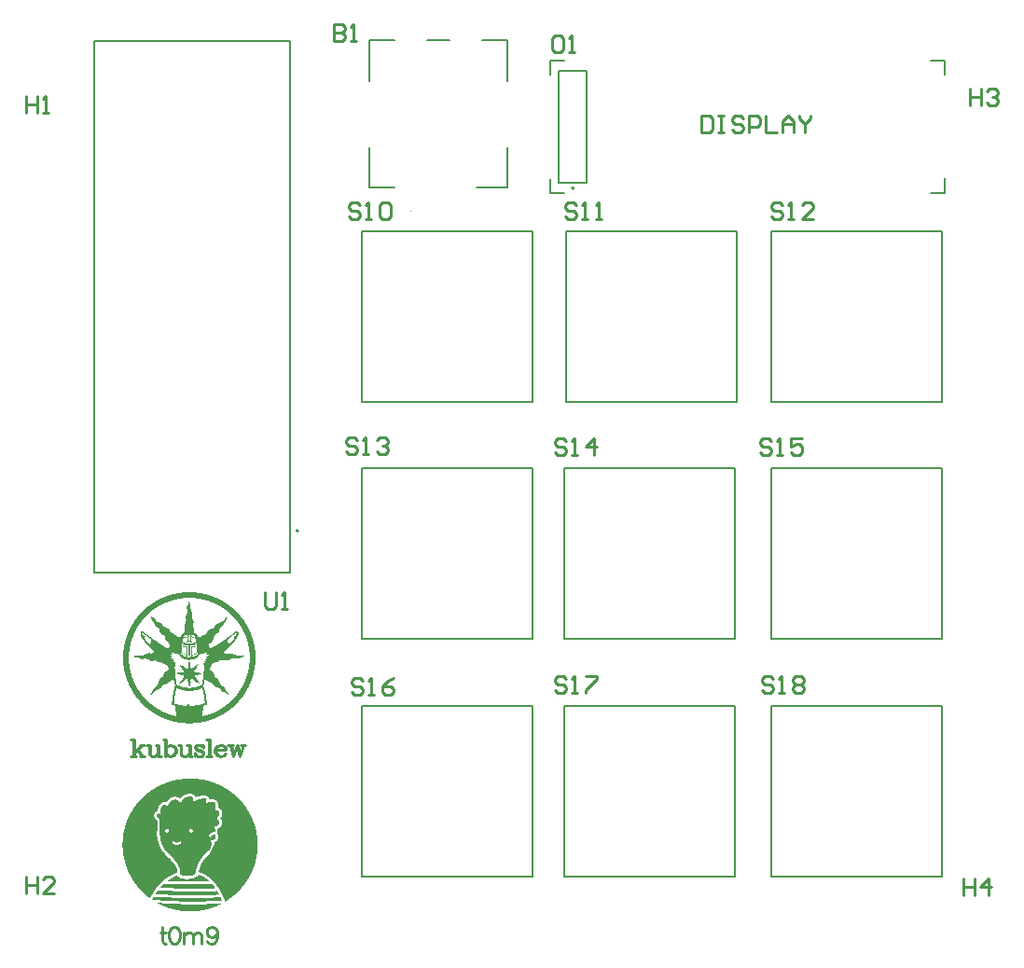
<source format=gto>
G04*
G04 #@! TF.GenerationSoftware,Altium Limited,Altium Designer,25.8.1 (18)*
G04*
G04 Layer_Color=65535*
%FSLAX25Y25*%
%MOIN*%
G70*
G04*
G04 #@! TF.SameCoordinates,DF7FB86F-BB7A-4952-9DC5-A7C3E525FF5A*
G04*
G04*
G04 #@! TF.FilePolarity,Positive*
G04*
G01*
G75*
%ADD10C,0.00787*%
%ADD11C,0.00394*%
%ADD12C,0.00500*%
%ADD13C,0.01000*%
G36*
X144862Y141991D02*
X145621D01*
Y141937D01*
X146163D01*
Y141883D01*
X146596D01*
Y141829D01*
X146976D01*
Y141774D01*
X147301D01*
Y141720D01*
X147626D01*
Y141666D01*
X147951D01*
Y141612D01*
X148222D01*
Y141558D01*
X148493D01*
Y141503D01*
X148764D01*
Y141449D01*
X148981D01*
Y141395D01*
X149198D01*
Y141341D01*
X149415D01*
Y141287D01*
X149631D01*
Y141232D01*
X149794D01*
Y141178D01*
X149957D01*
Y141124D01*
X150173D01*
Y141070D01*
X150390D01*
Y141016D01*
X150553D01*
Y140961D01*
X150715D01*
Y140907D01*
X150878D01*
Y140853D01*
X151040D01*
Y140799D01*
X151203D01*
Y140745D01*
X151366D01*
Y140690D01*
X151528D01*
Y140636D01*
X151691D01*
Y140582D01*
X151854D01*
Y140528D01*
X151962D01*
Y140474D01*
X152125D01*
Y140419D01*
X152233D01*
Y140365D01*
X152395D01*
Y140311D01*
X152558D01*
Y140257D01*
X152666D01*
Y140203D01*
X152775D01*
Y140148D01*
X152937D01*
Y140094D01*
X153046D01*
Y140040D01*
X153154D01*
Y139986D01*
X153263D01*
Y139932D01*
X153425D01*
Y139877D01*
X153534D01*
Y139823D01*
X153642D01*
Y139769D01*
X153751D01*
Y139715D01*
X153859D01*
Y139661D01*
X153967D01*
Y139606D01*
X154076D01*
Y139552D01*
X154184D01*
Y139498D01*
X154293D01*
Y139444D01*
X154401D01*
Y139390D01*
X154509D01*
Y139335D01*
X154618D01*
Y139281D01*
X154726D01*
Y139227D01*
X154834D01*
Y139173D01*
X154943D01*
Y139119D01*
X154997D01*
Y139065D01*
X155105D01*
Y139010D01*
X155214D01*
Y138956D01*
X155322D01*
Y138902D01*
X155377D01*
Y138848D01*
X155485D01*
Y138794D01*
X155593D01*
Y138739D01*
X155702D01*
Y138685D01*
X155756D01*
Y138631D01*
X155864D01*
Y138577D01*
X155919D01*
Y138523D01*
X156027D01*
Y138468D01*
X156135D01*
Y138414D01*
X156190D01*
Y138360D01*
X156298D01*
Y138306D01*
X156352D01*
Y138251D01*
X156460D01*
Y138197D01*
X156569D01*
Y138143D01*
X156623D01*
Y138089D01*
X156677D01*
Y138035D01*
X156786D01*
Y137980D01*
X156894D01*
Y137926D01*
X156948D01*
Y137872D01*
X157002D01*
Y137818D01*
X157057D01*
Y137764D01*
X157165D01*
Y137709D01*
X157219D01*
Y137655D01*
X157328D01*
Y137601D01*
X157382D01*
Y137547D01*
X157490D01*
Y137493D01*
X157544D01*
Y137438D01*
X157653D01*
Y137384D01*
X157707D01*
Y137330D01*
X157761D01*
Y137276D01*
X157815D01*
Y137222D01*
X157924D01*
Y137168D01*
X157978D01*
Y137113D01*
X158032D01*
Y137059D01*
X158086D01*
Y137005D01*
X158195D01*
Y136951D01*
X158249D01*
Y136897D01*
X158303D01*
Y136842D01*
X158357D01*
Y136788D01*
X158466D01*
Y136734D01*
X158520D01*
Y136680D01*
X158574D01*
Y136626D01*
X158628D01*
Y136571D01*
X158737D01*
Y136517D01*
X158791D01*
Y136463D01*
X158845D01*
Y136409D01*
X158899D01*
Y136354D01*
X158954D01*
Y136300D01*
X159062D01*
Y136246D01*
X159116D01*
Y136192D01*
X159170D01*
Y136138D01*
X159225D01*
Y136083D01*
X159279D01*
Y136029D01*
X159333D01*
Y135975D01*
X159387D01*
Y135921D01*
X159441D01*
Y135867D01*
X159496D01*
Y135812D01*
X159604D01*
Y135758D01*
X159658D01*
Y135704D01*
X159712D01*
Y135650D01*
X159767D01*
Y135596D01*
X159821D01*
Y135541D01*
X159875D01*
Y135487D01*
X159929D01*
Y135433D01*
X159983D01*
Y135379D01*
X160038D01*
Y135325D01*
X160092D01*
Y135271D01*
X160146D01*
Y135216D01*
X160200D01*
Y135162D01*
X160254D01*
Y135108D01*
X160309D01*
Y135054D01*
X160363D01*
Y135000D01*
X160417D01*
Y134945D01*
X160471D01*
Y134891D01*
X160525D01*
Y134837D01*
X160580D01*
Y134783D01*
X160634D01*
Y134729D01*
X160688D01*
Y134674D01*
X160742D01*
Y134620D01*
X160796D01*
Y134512D01*
X160905D01*
Y134403D01*
X161013D01*
Y134295D01*
X161067D01*
Y134241D01*
X161122D01*
Y134186D01*
X161176D01*
Y134132D01*
X161230D01*
Y134078D01*
X161284D01*
Y134024D01*
X161338D01*
Y133970D01*
X161393D01*
Y133861D01*
X161447D01*
Y133807D01*
X161501D01*
Y133753D01*
X161555D01*
Y133699D01*
X161609D01*
Y133644D01*
X161664D01*
Y133536D01*
X161718D01*
Y133482D01*
X161772D01*
Y133428D01*
X161826D01*
Y133373D01*
X161880D01*
Y133319D01*
X161935D01*
Y133211D01*
X161989D01*
Y133157D01*
X162043D01*
Y133103D01*
X162097D01*
Y132994D01*
X162151D01*
Y132940D01*
X162206D01*
Y132886D01*
X162260D01*
Y132832D01*
X162314D01*
Y132777D01*
X162368D01*
Y132669D01*
X162422D01*
Y132615D01*
X162477D01*
Y132561D01*
X162531D01*
Y132452D01*
X162585D01*
Y132398D01*
X162639D01*
Y132344D01*
X162693D01*
Y132235D01*
X162748D01*
Y132181D01*
X162802D01*
Y132073D01*
X162856D01*
Y132019D01*
X162910D01*
Y131964D01*
X162964D01*
Y131856D01*
X163019D01*
Y131802D01*
X163073D01*
Y131693D01*
X163127D01*
Y131639D01*
X163181D01*
Y131531D01*
X163235D01*
Y131477D01*
X163290D01*
Y131368D01*
X163344D01*
Y131314D01*
X163398D01*
Y131206D01*
X163452D01*
Y131097D01*
X163506D01*
Y131043D01*
X163560D01*
Y130935D01*
X163615D01*
Y130880D01*
X163669D01*
Y130772D01*
X163723D01*
Y130664D01*
X163777D01*
Y130609D01*
X163831D01*
Y130501D01*
X163886D01*
Y130393D01*
X163940D01*
Y130338D01*
X163994D01*
Y130230D01*
X164048D01*
Y130122D01*
X164102D01*
Y130013D01*
X164157D01*
Y129905D01*
X164211D01*
Y129851D01*
X164265D01*
Y129742D01*
X164319D01*
Y129634D01*
X164374D01*
Y129525D01*
X164428D01*
Y129417D01*
X164482D01*
Y129309D01*
X164536D01*
Y129200D01*
X164590D01*
Y129092D01*
X164645D01*
Y129038D01*
X164699D01*
Y128875D01*
X164753D01*
Y128767D01*
X164807D01*
Y128658D01*
X164861D01*
Y128550D01*
X164916D01*
Y128441D01*
X164970D01*
Y128333D01*
X165024D01*
Y128225D01*
X165078D01*
Y128062D01*
X165132D01*
Y127954D01*
X165187D01*
Y127845D01*
X165241D01*
Y127683D01*
X165295D01*
Y127574D01*
X165349D01*
Y127466D01*
X165403D01*
Y127303D01*
X165457D01*
Y127195D01*
X165512D01*
Y127032D01*
X165566D01*
Y126870D01*
X165620D01*
Y126761D01*
X165674D01*
Y126599D01*
X165728D01*
Y126436D01*
X165783D01*
Y126328D01*
X165837D01*
Y126165D01*
X165891D01*
Y126002D01*
X165945D01*
Y125840D01*
X165999D01*
Y125623D01*
X166054D01*
Y125515D01*
X166108D01*
Y125298D01*
X166162D01*
Y125135D01*
X166216D01*
Y124973D01*
X166270D01*
Y124756D01*
X166325D01*
Y124539D01*
X166379D01*
Y124322D01*
X166433D01*
Y124106D01*
X166487D01*
Y123889D01*
X166542D01*
Y123672D01*
X166596D01*
Y123401D01*
X166650D01*
Y123130D01*
X166704D01*
Y122805D01*
X166758D01*
Y122534D01*
X166813D01*
Y122154D01*
X166867D01*
Y121775D01*
X166921D01*
Y121396D01*
X166975D01*
Y120799D01*
X167029D01*
Y120095D01*
X167084D01*
Y117222D01*
X167029D01*
Y116518D01*
X166975D01*
Y115976D01*
X166921D01*
Y115542D01*
X166867D01*
Y115163D01*
X166813D01*
Y114837D01*
X166758D01*
Y114458D01*
X166704D01*
Y114241D01*
X166650D01*
Y113970D01*
X166596D01*
Y113699D01*
X166542D01*
Y113428D01*
X166487D01*
Y113211D01*
X166433D01*
Y112995D01*
X166379D01*
Y112778D01*
X166325D01*
Y112561D01*
X166270D01*
Y112398D01*
X166216D01*
Y112182D01*
X166162D01*
Y112019D01*
X166108D01*
Y111856D01*
X166054D01*
Y111694D01*
X165999D01*
Y111531D01*
X165945D01*
Y111314D01*
X165891D01*
Y111206D01*
X165837D01*
Y110989D01*
X165783D01*
Y110881D01*
X165728D01*
Y110718D01*
X165674D01*
Y110556D01*
X165620D01*
Y110447D01*
X165566D01*
Y110285D01*
X165512D01*
Y110122D01*
X165457D01*
Y110014D01*
X165403D01*
Y109905D01*
X165349D01*
Y109797D01*
X165295D01*
Y109634D01*
X165241D01*
Y109526D01*
X165187D01*
Y109417D01*
X165132D01*
Y109255D01*
X165078D01*
Y109146D01*
X165024D01*
Y109038D01*
X164970D01*
Y108930D01*
X164916D01*
Y108821D01*
X164861D01*
Y108659D01*
X164807D01*
Y108550D01*
X164753D01*
Y108496D01*
X164699D01*
Y108334D01*
X164645D01*
Y108225D01*
X164590D01*
Y108117D01*
X164536D01*
Y108008D01*
X164482D01*
Y107954D01*
X164428D01*
Y107791D01*
X164374D01*
Y107737D01*
X164319D01*
Y107629D01*
X164265D01*
Y107520D01*
X164211D01*
Y107412D01*
X164157D01*
Y107304D01*
X164102D01*
Y107195D01*
X164048D01*
Y107141D01*
X163994D01*
Y107033D01*
X163940D01*
Y106924D01*
X163886D01*
Y106870D01*
X163831D01*
Y106762D01*
X163777D01*
Y106653D01*
X163723D01*
Y106545D01*
X163669D01*
Y106491D01*
X163615D01*
Y106382D01*
X163560D01*
Y106328D01*
X163506D01*
Y106220D01*
X163452D01*
Y106111D01*
X163398D01*
Y106057D01*
X163344D01*
Y105949D01*
X163290D01*
Y105894D01*
X163235D01*
Y105786D01*
X163181D01*
Y105678D01*
X163127D01*
Y105623D01*
X163073D01*
Y105569D01*
X163019D01*
Y105461D01*
X162964D01*
Y105352D01*
X162910D01*
Y105298D01*
X162856D01*
Y105244D01*
X162802D01*
Y105190D01*
X162748D01*
Y105081D01*
X162693D01*
Y105027D01*
X162639D01*
Y104919D01*
X162585D01*
Y104865D01*
X162531D01*
Y104756D01*
X162477D01*
Y104702D01*
X162422D01*
Y104648D01*
X162368D01*
Y104594D01*
X162314D01*
Y104485D01*
X162260D01*
Y104431D01*
X162206D01*
Y104323D01*
X162151D01*
Y104269D01*
X162097D01*
Y104214D01*
X162043D01*
Y104160D01*
X161989D01*
Y104052D01*
X161935D01*
Y103998D01*
X161880D01*
Y103943D01*
X161826D01*
Y103889D01*
X161772D01*
Y103781D01*
X161718D01*
Y103727D01*
X161664D01*
Y103672D01*
X161609D01*
Y103618D01*
X161555D01*
Y103510D01*
X161501D01*
Y103456D01*
X161447D01*
Y103401D01*
X161393D01*
Y103347D01*
X161338D01*
Y103293D01*
X161284D01*
Y103239D01*
X161230D01*
Y103185D01*
X161176D01*
Y103076D01*
X161122D01*
Y103022D01*
X161067D01*
Y102968D01*
X161013D01*
Y102914D01*
X160959D01*
Y102859D01*
X160905D01*
Y102805D01*
X160851D01*
Y102751D01*
X160796D01*
Y102697D01*
X160742D01*
Y102643D01*
X160688D01*
Y102588D01*
X160634D01*
Y102534D01*
X160580D01*
Y102426D01*
X160471D01*
Y102317D01*
X160417D01*
Y102263D01*
X160363D01*
Y102209D01*
X160309D01*
Y102155D01*
X160254D01*
Y102101D01*
X160200D01*
Y102046D01*
X160146D01*
Y101992D01*
X160092D01*
Y101938D01*
X160038D01*
Y101884D01*
X159929D01*
Y101775D01*
X159821D01*
Y101667D01*
X159712D01*
Y101613D01*
X159658D01*
Y101559D01*
X159604D01*
Y101504D01*
X159550D01*
Y101450D01*
X159496D01*
Y101396D01*
X159441D01*
Y101342D01*
X159387D01*
Y101288D01*
X159333D01*
Y101233D01*
X159279D01*
Y101179D01*
X159225D01*
Y101125D01*
X159116D01*
Y101071D01*
X159062D01*
Y101017D01*
X159008D01*
Y100962D01*
X158954D01*
Y100908D01*
X158899D01*
Y100854D01*
X158845D01*
Y100800D01*
X158737D01*
Y100746D01*
X158683D01*
Y100691D01*
X158628D01*
Y100637D01*
X158574D01*
Y100583D01*
X158466D01*
Y100529D01*
X158412D01*
Y100475D01*
X158357D01*
Y100420D01*
X158303D01*
Y100366D01*
X158195D01*
Y100312D01*
X158141D01*
Y100258D01*
X158086D01*
Y100204D01*
X158032D01*
Y100149D01*
X157924D01*
Y100095D01*
X157870D01*
Y100041D01*
X157815D01*
Y99987D01*
X157761D01*
Y99933D01*
X157653D01*
Y99878D01*
X157599D01*
Y99824D01*
X157490D01*
Y99770D01*
X157436D01*
Y99716D01*
X157382D01*
Y99662D01*
X157328D01*
Y99607D01*
X157219D01*
Y99553D01*
X157165D01*
Y99499D01*
X157057D01*
Y99445D01*
X157002D01*
Y99391D01*
X156894D01*
Y99336D01*
X156840D01*
Y99282D01*
X156731D01*
Y99228D01*
X156677D01*
Y99174D01*
X156569D01*
Y99120D01*
X156515D01*
Y99065D01*
X156460D01*
Y99011D01*
X156352D01*
Y98957D01*
X156244D01*
Y98903D01*
X156190D01*
Y98849D01*
X156081D01*
Y98794D01*
X156027D01*
Y98740D01*
X155919D01*
Y98686D01*
X155864D01*
Y98632D01*
X155756D01*
Y98578D01*
X155648D01*
Y98523D01*
X155593D01*
Y98469D01*
X155485D01*
Y98415D01*
X155377D01*
Y98361D01*
X155322D01*
Y98307D01*
X155160D01*
Y98252D01*
X155105D01*
Y98198D01*
X154997D01*
Y98144D01*
X154889D01*
Y98090D01*
X154834D01*
Y98036D01*
X154726D01*
Y97981D01*
X154618D01*
Y97927D01*
X154509D01*
Y97873D01*
X154401D01*
Y97819D01*
X154293D01*
Y97765D01*
X154184D01*
Y97711D01*
X154076D01*
Y97656D01*
X153967D01*
Y97602D01*
X153859D01*
Y97548D01*
X153751D01*
Y97494D01*
X153642D01*
Y97439D01*
X153534D01*
Y97385D01*
X153425D01*
Y97331D01*
X153317D01*
Y97277D01*
X153154D01*
Y97223D01*
X153046D01*
Y97168D01*
X152937D01*
Y97114D01*
X152775D01*
Y97060D01*
X152666D01*
Y97006D01*
X152558D01*
Y96952D01*
X152395D01*
Y96898D01*
X152287D01*
Y96843D01*
X152125D01*
Y96789D01*
X152016D01*
Y96735D01*
X151854D01*
Y96681D01*
X151691D01*
Y96627D01*
X151583D01*
Y96572D01*
X151420D01*
Y96518D01*
X151257D01*
Y96464D01*
X151095D01*
Y96410D01*
X150932D01*
Y96355D01*
X150715D01*
Y96301D01*
X150553D01*
Y96247D01*
X150390D01*
Y96193D01*
X150227D01*
Y96139D01*
X149957D01*
Y96084D01*
X149794D01*
Y96030D01*
X149631D01*
Y95976D01*
X149360D01*
Y95922D01*
X149198D01*
Y95868D01*
X148927D01*
Y95814D01*
X148710D01*
Y95759D01*
X148439D01*
Y95705D01*
X148222D01*
Y95651D01*
X147897D01*
Y95597D01*
X147626D01*
Y95543D01*
X147301D01*
Y95488D01*
X146921D01*
Y95434D01*
X146596D01*
Y95380D01*
X146163D01*
Y95326D01*
X145621D01*
Y95271D01*
X144916D01*
Y95217D01*
X141989D01*
Y95271D01*
X141285D01*
Y95326D01*
X140689D01*
Y95380D01*
X140255D01*
Y95434D01*
X139875D01*
Y95488D01*
X139550D01*
Y95543D01*
X139225D01*
Y95597D01*
X138954D01*
Y95651D01*
X138683D01*
Y95705D01*
X138412D01*
Y95759D01*
X138141D01*
Y95814D01*
X137924D01*
Y95868D01*
X137707D01*
Y95922D01*
X137491D01*
Y95976D01*
X137274D01*
Y96030D01*
X137111D01*
Y96084D01*
X136949D01*
Y96139D01*
X136732D01*
Y96193D01*
X136515D01*
Y96247D01*
X136353D01*
Y96301D01*
X136190D01*
Y96355D01*
X136027D01*
Y96410D01*
X135865D01*
Y96464D01*
X135702D01*
Y96518D01*
X135540D01*
Y96572D01*
X135431D01*
Y96627D01*
X135269D01*
Y96681D01*
X135106D01*
Y96735D01*
X134943D01*
Y96789D01*
X134835D01*
Y96843D01*
X134672D01*
Y96898D01*
X134564D01*
Y96952D01*
X134401D01*
Y97006D01*
X134293D01*
Y97060D01*
X134185D01*
Y97114D01*
X134022D01*
Y97168D01*
X133914D01*
Y97223D01*
X133805D01*
Y97277D01*
X133643D01*
Y97331D01*
X133534D01*
Y97385D01*
X133426D01*
Y97439D01*
X133317D01*
Y97494D01*
X133209D01*
Y97548D01*
X133046D01*
Y97602D01*
X132938D01*
Y97656D01*
X132884D01*
Y97711D01*
X132721D01*
Y97765D01*
X132613D01*
Y97819D01*
X132504D01*
Y97873D01*
X132450D01*
Y97927D01*
X132342D01*
Y97981D01*
X132233D01*
Y98036D01*
X132125D01*
Y98090D01*
X132017D01*
Y98144D01*
X131908D01*
Y98198D01*
X131854D01*
Y98252D01*
X131746D01*
Y98307D01*
X131637D01*
Y98361D01*
X131529D01*
Y98415D01*
X131420D01*
Y98469D01*
X131312D01*
Y98523D01*
X131258D01*
Y98578D01*
X131149D01*
Y98632D01*
X131041D01*
Y98686D01*
X130987D01*
Y98740D01*
X130878D01*
Y98794D01*
X130824D01*
Y98849D01*
X130716D01*
Y98903D01*
X130662D01*
Y98957D01*
X130553D01*
Y99011D01*
X130445D01*
Y99065D01*
X130391D01*
Y99120D01*
X130282D01*
Y99174D01*
X130228D01*
Y99228D01*
X130174D01*
Y99282D01*
X130065D01*
Y99336D01*
X130011D01*
Y99391D01*
X129903D01*
Y99445D01*
X129849D01*
Y99499D01*
X129740D01*
Y99553D01*
X129686D01*
Y99607D01*
X129578D01*
Y99662D01*
X129523D01*
Y99716D01*
X129415D01*
Y99770D01*
X129361D01*
Y99824D01*
X129307D01*
Y99878D01*
X129252D01*
Y99933D01*
X129144D01*
Y99987D01*
X129090D01*
Y100041D01*
X128981D01*
Y100095D01*
X128927D01*
Y100149D01*
X128873D01*
Y100204D01*
X128819D01*
Y100258D01*
X128710D01*
Y100312D01*
X128656D01*
Y100366D01*
X128602D01*
Y100420D01*
X128548D01*
Y100475D01*
X128439D01*
Y100529D01*
X128385D01*
Y100583D01*
X128331D01*
Y100637D01*
X128277D01*
Y100691D01*
X128223D01*
Y100746D01*
X128114D01*
Y100800D01*
X128060D01*
Y100854D01*
X128006D01*
Y100908D01*
X127952D01*
Y100962D01*
X127898D01*
Y101017D01*
X127843D01*
Y101071D01*
X127789D01*
Y101125D01*
X127681D01*
Y101179D01*
X127627D01*
Y101233D01*
X127572D01*
Y101288D01*
X127518D01*
Y101342D01*
X127464D01*
Y101396D01*
X127410D01*
Y101450D01*
X127356D01*
Y101504D01*
X127301D01*
Y101559D01*
X127247D01*
Y101613D01*
X127193D01*
Y101667D01*
X127085D01*
Y101775D01*
X126976D01*
Y101830D01*
X126922D01*
Y101884D01*
X126868D01*
Y101938D01*
X126813D01*
Y101992D01*
X126759D01*
Y102046D01*
X126705D01*
Y102101D01*
X126651D01*
Y102155D01*
X126597D01*
Y102209D01*
X126542D01*
Y102263D01*
X126488D01*
Y102317D01*
X126434D01*
Y102372D01*
X126380D01*
Y102426D01*
X126326D01*
Y102534D01*
X126217D01*
Y102643D01*
X126163D01*
Y102697D01*
X126109D01*
Y102751D01*
X126055D01*
Y102805D01*
X126000D01*
Y102859D01*
X125946D01*
Y102914D01*
X125892D01*
Y102968D01*
X125838D01*
Y103022D01*
X125784D01*
Y103076D01*
X125730D01*
Y103185D01*
X125675D01*
Y103239D01*
X125621D01*
Y103293D01*
X125567D01*
Y103347D01*
X125513D01*
Y103401D01*
X125459D01*
Y103456D01*
X125404D01*
Y103510D01*
X125350D01*
Y103618D01*
X125296D01*
Y103672D01*
X125242D01*
Y103727D01*
X125188D01*
Y103781D01*
X125133D01*
Y103889D01*
X125079D01*
Y103943D01*
X125025D01*
Y103998D01*
X124971D01*
Y104052D01*
X124917D01*
Y104160D01*
X124862D01*
Y104214D01*
X124808D01*
Y104269D01*
X124754D01*
Y104323D01*
X124700D01*
Y104431D01*
X124645D01*
Y104485D01*
X124591D01*
Y104540D01*
X124537D01*
Y104594D01*
X124483D01*
Y104702D01*
X124429D01*
Y104756D01*
X124374D01*
Y104865D01*
X124320D01*
Y104919D01*
X124266D01*
Y105027D01*
X124212D01*
Y105081D01*
X124158D01*
Y105136D01*
X124103D01*
Y105244D01*
X124049D01*
Y105298D01*
X123995D01*
Y105352D01*
X123941D01*
Y105461D01*
X123887D01*
Y105515D01*
X123832D01*
Y105623D01*
X123778D01*
Y105678D01*
X123724D01*
Y105786D01*
X123670D01*
Y105840D01*
X123616D01*
Y105949D01*
X123562D01*
Y106003D01*
X123507D01*
Y106111D01*
X123453D01*
Y106220D01*
X123399D01*
Y106274D01*
X123345D01*
Y106382D01*
X123291D01*
Y106491D01*
X123236D01*
Y106545D01*
X123182D01*
Y106653D01*
X123128D01*
Y106708D01*
X123074D01*
Y106816D01*
X123020D01*
Y106924D01*
X122965D01*
Y106978D01*
X122911D01*
Y107087D01*
X122857D01*
Y107195D01*
X122803D01*
Y107304D01*
X122748D01*
Y107412D01*
X122694D01*
Y107520D01*
X122640D01*
Y107629D01*
X122586D01*
Y107683D01*
X122532D01*
Y107791D01*
X122477D01*
Y107900D01*
X122423D01*
Y108008D01*
X122369D01*
Y108117D01*
X122315D01*
Y108225D01*
X122261D01*
Y108334D01*
X122206D01*
Y108442D01*
X122152D01*
Y108550D01*
X122098D01*
Y108659D01*
X122044D01*
Y108767D01*
X121990D01*
Y108876D01*
X121935D01*
Y108984D01*
X121881D01*
Y109146D01*
X121827D01*
Y109255D01*
X121773D01*
Y109363D01*
X121719D01*
Y109472D01*
X121665D01*
Y109634D01*
X121610D01*
Y109743D01*
X121556D01*
Y109905D01*
X121502D01*
Y110014D01*
X121448D01*
Y110122D01*
X121394D01*
Y110285D01*
X121339D01*
Y110447D01*
X121285D01*
Y110556D01*
X121231D01*
Y110718D01*
X121177D01*
Y110881D01*
X121123D01*
Y110989D01*
X121068D01*
Y111206D01*
X121014D01*
Y111314D01*
X120960D01*
Y111531D01*
X120906D01*
Y111694D01*
X120852D01*
Y111856D01*
X120797D01*
Y112019D01*
X120743D01*
Y112182D01*
X120689D01*
Y112398D01*
X120635D01*
Y112561D01*
X120581D01*
Y112778D01*
X120526D01*
Y112995D01*
X120472D01*
Y113211D01*
X120418D01*
Y113428D01*
X120364D01*
Y113699D01*
X120310D01*
Y113916D01*
X120255D01*
Y114187D01*
X120201D01*
Y114458D01*
X120147D01*
Y114783D01*
X120093D01*
Y115163D01*
X120039D01*
Y115488D01*
X119984D01*
Y115921D01*
X119930D01*
Y116463D01*
X119876D01*
Y117114D01*
X119822D01*
Y120095D01*
X119876D01*
Y120853D01*
X119930D01*
Y121396D01*
X119984D01*
Y121829D01*
X120039D01*
Y122154D01*
X120093D01*
Y122534D01*
X120147D01*
Y122805D01*
X120201D01*
Y123130D01*
X120255D01*
Y123401D01*
X120310D01*
Y123618D01*
X120364D01*
Y123889D01*
X120418D01*
Y124106D01*
X120472D01*
Y124322D01*
X120526D01*
Y124539D01*
X120581D01*
Y124756D01*
X120635D01*
Y124918D01*
X120689D01*
Y125135D01*
X120743D01*
Y125298D01*
X120797D01*
Y125460D01*
X120852D01*
Y125623D01*
X120906D01*
Y125840D01*
X120960D01*
Y126002D01*
X121014D01*
Y126165D01*
X121068D01*
Y126328D01*
X121123D01*
Y126490D01*
X121177D01*
Y126599D01*
X121231D01*
Y126761D01*
X121285D01*
Y126924D01*
X121339D01*
Y127032D01*
X121394D01*
Y127195D01*
X121448D01*
Y127357D01*
X121502D01*
Y127466D01*
X121556D01*
Y127628D01*
X121610D01*
Y127737D01*
X121665D01*
Y127899D01*
X121719D01*
Y128008D01*
X121773D01*
Y128116D01*
X121827D01*
Y128225D01*
X121881D01*
Y128333D01*
X121935D01*
Y128496D01*
X121990D01*
Y128604D01*
X122044D01*
Y128712D01*
X122098D01*
Y128821D01*
X122152D01*
Y128929D01*
X122206D01*
Y129038D01*
X122261D01*
Y129146D01*
X122315D01*
Y129254D01*
X122369D01*
Y129363D01*
X122423D01*
Y129471D01*
X122477D01*
Y129525D01*
X122532D01*
Y129634D01*
X122586D01*
Y129742D01*
X122640D01*
Y129851D01*
X122694D01*
Y129959D01*
X122748D01*
Y130067D01*
X122803D01*
Y130176D01*
X122857D01*
Y130230D01*
X122911D01*
Y130338D01*
X122965D01*
Y130447D01*
X123020D01*
Y130501D01*
X123074D01*
Y130609D01*
X123128D01*
Y130718D01*
X123182D01*
Y130772D01*
X123236D01*
Y130880D01*
X123291D01*
Y130989D01*
X123345D01*
Y131043D01*
X123399D01*
Y131151D01*
X123453D01*
Y131206D01*
X123507D01*
Y131314D01*
X123562D01*
Y131368D01*
X123616D01*
Y131477D01*
X123670D01*
Y131531D01*
X123724D01*
Y131639D01*
X123778D01*
Y131693D01*
X123832D01*
Y131802D01*
X123887D01*
Y131856D01*
X123941D01*
Y131964D01*
X123995D01*
Y132019D01*
X124049D01*
Y132127D01*
X124103D01*
Y132181D01*
X124158D01*
Y132235D01*
X124212D01*
Y132344D01*
X124266D01*
Y132398D01*
X124320D01*
Y132506D01*
X124374D01*
Y132561D01*
X124429D01*
Y132615D01*
X124483D01*
Y132723D01*
X124537D01*
Y132777D01*
X124591D01*
Y132832D01*
X124645D01*
Y132886D01*
X124700D01*
Y132994D01*
X124754D01*
Y133048D01*
X124808D01*
Y133103D01*
X124862D01*
Y133211D01*
X124917D01*
Y133265D01*
X124971D01*
Y133319D01*
X125025D01*
Y133373D01*
X125079D01*
Y133428D01*
X125133D01*
Y133536D01*
X125188D01*
Y133590D01*
X125242D01*
Y133644D01*
X125296D01*
Y133699D01*
X125350D01*
Y133807D01*
X125404D01*
Y133861D01*
X125459D01*
Y133915D01*
X125513D01*
Y133970D01*
X125567D01*
Y134024D01*
X125621D01*
Y134078D01*
X125675D01*
Y134132D01*
X125730D01*
Y134186D01*
X125784D01*
Y134295D01*
X125838D01*
Y134349D01*
X125892D01*
Y134403D01*
X125946D01*
Y134458D01*
X126000D01*
Y134512D01*
X126055D01*
Y134566D01*
X126109D01*
Y134620D01*
X126163D01*
Y134674D01*
X126217D01*
Y134729D01*
X126271D01*
Y134783D01*
X126326D01*
Y134837D01*
X126380D01*
Y134891D01*
X126434D01*
Y134945D01*
X126488D01*
Y135000D01*
X126542D01*
Y135054D01*
X126597D01*
Y135108D01*
X126651D01*
Y135162D01*
X126705D01*
Y135216D01*
X126759D01*
Y135271D01*
X126813D01*
Y135325D01*
X126868D01*
Y135379D01*
X126922D01*
Y135433D01*
X126976D01*
Y135487D01*
X127030D01*
Y135541D01*
X127085D01*
Y135596D01*
X127139D01*
Y135650D01*
X127193D01*
Y135704D01*
X127247D01*
Y135758D01*
X127301D01*
Y135812D01*
X127356D01*
Y135867D01*
X127410D01*
Y135921D01*
X127464D01*
Y135975D01*
X127518D01*
Y136029D01*
X127627D01*
Y136083D01*
X127681D01*
Y136138D01*
X127735D01*
Y136192D01*
X127789D01*
Y136246D01*
X127843D01*
Y136300D01*
X127898D01*
Y136354D01*
X127952D01*
Y136409D01*
X128060D01*
Y136463D01*
X128114D01*
Y136517D01*
X128168D01*
Y136571D01*
X128223D01*
Y136626D01*
X128277D01*
Y136680D01*
X128385D01*
Y136734D01*
X128439D01*
Y136788D01*
X128494D01*
Y136842D01*
X128548D01*
Y136897D01*
X128602D01*
Y136951D01*
X128710D01*
Y137005D01*
X128765D01*
Y137059D01*
X128819D01*
Y137113D01*
X128927D01*
Y137168D01*
X128981D01*
Y137222D01*
X129036D01*
Y137276D01*
X129090D01*
Y137330D01*
X129198D01*
Y137384D01*
X129252D01*
Y137438D01*
X129361D01*
Y137493D01*
X129415D01*
Y137547D01*
X129469D01*
Y137601D01*
X129578D01*
Y137655D01*
X129632D01*
Y137709D01*
X129686D01*
Y137764D01*
X129794D01*
Y137818D01*
X129849D01*
Y137872D01*
X129957D01*
Y137926D01*
X130011D01*
Y137980D01*
X130120D01*
Y138035D01*
X130174D01*
Y138089D01*
X130282D01*
Y138143D01*
X130336D01*
Y138197D01*
X130445D01*
Y138251D01*
X130499D01*
Y138306D01*
X130607D01*
Y138360D01*
X130662D01*
Y138414D01*
X130770D01*
Y138468D01*
X130878D01*
Y138523D01*
X130933D01*
Y138577D01*
X131041D01*
Y138631D01*
X131095D01*
Y138685D01*
X131204D01*
Y138739D01*
X131312D01*
Y138794D01*
X131420D01*
Y138848D01*
X131475D01*
Y138902D01*
X131583D01*
Y138956D01*
X131637D01*
Y139010D01*
X131746D01*
Y139065D01*
X131854D01*
Y139119D01*
X131962D01*
Y139173D01*
X132071D01*
Y139227D01*
X132179D01*
Y139281D01*
X132288D01*
Y139335D01*
X132342D01*
Y139390D01*
X132504D01*
Y139444D01*
X132613D01*
Y139498D01*
X132721D01*
Y139552D01*
X132775D01*
Y139606D01*
X132938D01*
Y139661D01*
X133046D01*
Y139715D01*
X133155D01*
Y139769D01*
X133263D01*
Y139823D01*
X133372D01*
Y139877D01*
X133480D01*
Y139932D01*
X133643D01*
Y139986D01*
X133751D01*
Y140040D01*
X133859D01*
Y140094D01*
X133968D01*
Y140148D01*
X134130D01*
Y140203D01*
X134239D01*
Y140257D01*
X134347D01*
Y140311D01*
X134510D01*
Y140365D01*
X134672D01*
Y140419D01*
X134781D01*
Y140474D01*
X134943D01*
Y140528D01*
X135106D01*
Y140582D01*
X135214D01*
Y140636D01*
X135377D01*
Y140690D01*
X135540D01*
Y140745D01*
X135702D01*
Y140799D01*
X135865D01*
Y140853D01*
X136027D01*
Y140907D01*
X136190D01*
Y140961D01*
X136353D01*
Y141016D01*
X136515D01*
Y141070D01*
X136732D01*
Y141124D01*
X136949D01*
Y141178D01*
X137111D01*
Y141232D01*
X137274D01*
Y141287D01*
X137491D01*
Y141341D01*
X137707D01*
Y141395D01*
X137924D01*
Y141449D01*
X138195D01*
Y141503D01*
X138466D01*
Y141558D01*
X138683D01*
Y141612D01*
X139008D01*
Y141666D01*
X139279D01*
Y141720D01*
X139659D01*
Y141774D01*
X139984D01*
Y141829D01*
X140418D01*
Y141883D01*
X140851D01*
Y141937D01*
X141339D01*
Y141991D01*
X142152D01*
Y142045D01*
X144862D01*
Y141991D01*
D02*
G37*
G36*
X143888Y68996D02*
X144173D01*
Y68938D01*
X144345D01*
Y68881D01*
X144459D01*
Y68824D01*
X144573D01*
Y68767D01*
X144630D01*
Y68710D01*
X144687D01*
Y68653D01*
X144802D01*
Y68539D01*
X144859D01*
Y68481D01*
X144916D01*
Y68081D01*
X144859D01*
Y67853D01*
X144802D01*
Y67682D01*
X144859D01*
Y67567D01*
X144916D01*
Y67510D01*
X144973D01*
Y67453D01*
X145030D01*
Y67396D01*
X145487D01*
Y67453D01*
X145544D01*
Y67510D01*
X145659D01*
Y67567D01*
X145716D01*
Y67624D01*
X145830D01*
Y67682D01*
X145887D01*
Y67739D01*
X146002D01*
Y67796D01*
X146116D01*
Y67853D01*
X146230D01*
Y67910D01*
X146344D01*
Y67967D01*
X146516D01*
Y68024D01*
X146687D01*
Y68081D01*
X146915D01*
Y68139D01*
X147144D01*
Y68196D01*
X147373D01*
Y68253D01*
X147715D01*
Y68310D01*
X148115D01*
Y68367D01*
X149201D01*
Y68310D01*
X149429D01*
Y68253D01*
X149486D01*
Y68196D01*
X149543D01*
Y68139D01*
X149601D01*
Y67796D01*
X149543D01*
Y67624D01*
X149486D01*
Y67453D01*
X149429D01*
Y67053D01*
X149486D01*
Y66939D01*
X149543D01*
Y66882D01*
X149601D01*
Y66825D01*
X149829D01*
Y66768D01*
X149886D01*
Y66825D01*
X150115D01*
Y66882D01*
X150229D01*
Y66939D01*
X150343D01*
Y66996D01*
X150458D01*
Y67053D01*
X150629D01*
Y67110D01*
X150857D01*
Y67168D01*
X151086D01*
Y67225D01*
X151714D01*
Y67168D01*
X151943D01*
Y67110D01*
X152114D01*
Y67053D01*
X152228D01*
Y66996D01*
X152286D01*
Y66939D01*
X152400D01*
Y66882D01*
X152457D01*
Y66825D01*
X152514D01*
Y66768D01*
X152571D01*
Y66653D01*
X152628D01*
Y66596D01*
X152685D01*
Y66482D01*
X152743D01*
Y66311D01*
X152800D01*
Y66139D01*
X152857D01*
Y65168D01*
X152800D01*
Y64939D01*
X152743D01*
Y64425D01*
X152800D01*
Y64311D01*
X152857D01*
Y64254D01*
X152971D01*
Y64197D01*
X153143D01*
Y64140D01*
X153485D01*
Y64082D01*
X153657D01*
Y64025D01*
X153771D01*
Y63968D01*
X153885D01*
Y63911D01*
X153942D01*
Y63854D01*
X153999D01*
Y63797D01*
X154057D01*
Y63683D01*
X154114D01*
Y63568D01*
X154171D01*
Y63397D01*
X154228D01*
Y62654D01*
X154171D01*
Y62426D01*
X154114D01*
Y62312D01*
X154057D01*
Y62197D01*
X153999D01*
Y62083D01*
X153942D01*
Y61969D01*
X153885D01*
Y61912D01*
X153828D01*
Y61854D01*
X153771D01*
Y61797D01*
X153714D01*
Y61740D01*
X153657D01*
Y61683D01*
X153600D01*
Y61626D01*
X153542D01*
Y61569D01*
X153485D01*
Y61512D01*
X153428D01*
Y61455D01*
X153371D01*
Y61340D01*
X153314D01*
Y61055D01*
X153371D01*
Y60940D01*
X153428D01*
Y60883D01*
X153485D01*
Y60826D01*
X153600D01*
Y60769D01*
X153657D01*
Y60712D01*
X153771D01*
Y60655D01*
X153828D01*
Y60598D01*
X153885D01*
Y60540D01*
X153942D01*
Y60483D01*
X153999D01*
Y60426D01*
X154057D01*
Y60312D01*
X154114D01*
Y60255D01*
X154171D01*
Y60084D01*
X154228D01*
Y59512D01*
X154171D01*
Y59341D01*
X154114D01*
Y59227D01*
X154057D01*
Y59169D01*
X153999D01*
Y59055D01*
X153942D01*
Y58998D01*
X153885D01*
Y58941D01*
X153828D01*
Y58884D01*
X153771D01*
Y58827D01*
X153714D01*
Y58770D01*
X153600D01*
Y58712D01*
X153542D01*
Y58655D01*
X153428D01*
Y58598D01*
X153314D01*
Y58541D01*
X153200D01*
Y58484D01*
X153085D01*
Y58427D01*
X152971D01*
Y58370D01*
X152743D01*
Y58312D01*
X152571D01*
Y58255D01*
X152514D01*
Y58198D01*
X152457D01*
Y58084D01*
X152400D01*
Y57741D01*
X152457D01*
Y57627D01*
X152514D01*
Y57570D01*
X152571D01*
Y57513D01*
X152628D01*
Y57456D01*
X152685D01*
Y56313D01*
X152571D01*
Y56370D01*
X151943D01*
Y56313D01*
X151714D01*
Y56256D01*
X151600D01*
Y56199D01*
X151429D01*
Y56142D01*
X151314D01*
Y56085D01*
X151257D01*
Y56027D01*
X151143D01*
Y55970D01*
X151086D01*
Y55913D01*
X151029D01*
Y55856D01*
X150972D01*
Y55799D01*
X150915D01*
Y55742D01*
X150857D01*
Y55685D01*
X150800D01*
Y55570D01*
X150743D01*
Y55513D01*
X150686D01*
Y55399D01*
X150629D01*
Y55285D01*
X150572D01*
Y55170D01*
X150515D01*
Y54770D01*
X150572D01*
Y54713D01*
X150629D01*
Y54656D01*
X150686D01*
Y54599D01*
X150743D01*
Y54542D01*
X151143D01*
Y54599D01*
X151257D01*
Y54656D01*
X151314D01*
Y54713D01*
X151372D01*
Y54828D01*
X151429D01*
Y54885D01*
X151486D01*
Y54999D01*
X151543D01*
Y55113D01*
X151600D01*
Y55170D01*
X151657D01*
Y55228D01*
X151714D01*
Y55285D01*
X151771D01*
Y55342D01*
X151829D01*
Y55399D01*
X152000D01*
Y55456D01*
X152457D01*
Y55399D01*
X152571D01*
Y55342D01*
X152628D01*
Y55285D01*
X152743D01*
Y55170D01*
X152800D01*
Y55056D01*
X152857D01*
Y54885D01*
X152914D01*
Y54485D01*
X152857D01*
Y54256D01*
X152800D01*
Y54142D01*
X152743D01*
Y54028D01*
X152685D01*
Y53914D01*
X152628D01*
Y53856D01*
X152571D01*
Y53799D01*
X152514D01*
Y53742D01*
X152457D01*
Y53685D01*
X152400D01*
Y53628D01*
X152286D01*
Y53571D01*
X152171D01*
Y53514D01*
X151486D01*
Y53571D01*
X151429D01*
Y53514D01*
X151314D01*
Y53456D01*
X151257D01*
Y53399D01*
X151200D01*
Y53228D01*
X151143D01*
Y52828D01*
X151200D01*
Y52714D01*
X151257D01*
Y52657D01*
X151314D01*
Y52600D01*
X151372D01*
Y52543D01*
X151543D01*
Y52485D01*
X151600D01*
Y52257D01*
X151543D01*
Y52028D01*
X151486D01*
Y51857D01*
X151429D01*
Y51686D01*
X151372D01*
Y51514D01*
X151314D01*
Y51343D01*
X151257D01*
Y51228D01*
X151200D01*
Y51057D01*
X151143D01*
Y50943D01*
X151086D01*
Y50771D01*
X151029D01*
Y50657D01*
X150972D01*
Y50543D01*
X150915D01*
Y50429D01*
X150857D01*
Y50257D01*
X150800D01*
Y50143D01*
X150743D01*
Y50029D01*
X150686D01*
Y49915D01*
X150629D01*
Y49743D01*
X150572D01*
Y49686D01*
X150515D01*
Y49629D01*
X150286D01*
Y49572D01*
X150172D01*
Y49515D01*
X150058D01*
Y49457D01*
X150001D01*
Y49400D01*
X149943D01*
Y49343D01*
X149886D01*
Y49286D01*
X149829D01*
Y49229D01*
X149772D01*
Y49172D01*
X149715D01*
Y49115D01*
X149658D01*
Y49058D01*
X149601D01*
Y49000D01*
X149543D01*
Y48943D01*
X149486D01*
Y48886D01*
X149429D01*
Y48829D01*
X149372D01*
Y48772D01*
X149315D01*
Y48715D01*
X149258D01*
Y48658D01*
X149201D01*
Y48601D01*
X149144D01*
Y48544D01*
X149086D01*
Y48486D01*
X149029D01*
Y48429D01*
X148972D01*
Y48372D01*
X148915D01*
Y48315D01*
X148858D01*
Y48258D01*
X148801D01*
Y48201D01*
X148744D01*
Y48144D01*
X148687D01*
Y48086D01*
X148629D01*
Y48029D01*
X148572D01*
Y47915D01*
X148515D01*
Y47858D01*
X148458D01*
Y47801D01*
X148401D01*
Y47744D01*
X148344D01*
Y47686D01*
X148287D01*
Y47629D01*
X148230D01*
Y47515D01*
X148172D01*
Y47458D01*
X148115D01*
Y47401D01*
X148058D01*
Y47344D01*
X148001D01*
Y47229D01*
X147944D01*
Y47172D01*
X147887D01*
Y47115D01*
X147830D01*
Y47001D01*
X147773D01*
Y46944D01*
X147715D01*
Y46830D01*
X147658D01*
Y46773D01*
X147601D01*
Y46658D01*
X147544D01*
Y46601D01*
X147487D01*
Y46487D01*
X147430D01*
Y46430D01*
X147373D01*
Y46315D01*
X147315D01*
Y46258D01*
X147258D01*
Y46144D01*
X147201D01*
Y46030D01*
X147144D01*
Y45915D01*
X147087D01*
Y45801D01*
X147030D01*
Y45744D01*
X146973D01*
Y45630D01*
X146915D01*
Y45516D01*
X146858D01*
Y45401D01*
X146801D01*
Y45287D01*
X146744D01*
Y45173D01*
X146687D01*
Y45059D01*
X146630D01*
Y44944D01*
X146573D01*
Y44773D01*
X146516D01*
Y44659D01*
X146458D01*
Y44544D01*
X146401D01*
Y44373D01*
X146344D01*
Y44259D01*
X146287D01*
Y44087D01*
X146230D01*
Y43916D01*
X146173D01*
Y43745D01*
X146116D01*
Y43573D01*
X146059D01*
Y43402D01*
X146002D01*
Y43231D01*
X145944D01*
Y43059D01*
X145887D01*
Y42831D01*
X145830D01*
Y42602D01*
X145773D01*
Y42373D01*
X145716D01*
Y42031D01*
X145659D01*
Y41688D01*
X145602D01*
Y41231D01*
X145544D01*
Y41174D01*
X145487D01*
Y41117D01*
X145373D01*
Y41060D01*
X145202D01*
Y41002D01*
X145030D01*
Y40945D01*
X144859D01*
Y40888D01*
X144630D01*
Y40831D01*
X144402D01*
Y40774D01*
X144059D01*
Y40717D01*
X143716D01*
Y40660D01*
X143259D01*
Y40602D01*
X141888D01*
Y40660D01*
X141431D01*
Y40717D01*
X141146D01*
Y40774D01*
X140917D01*
Y40831D01*
X140746D01*
Y40888D01*
X140631D01*
Y40945D01*
X140460D01*
Y41002D01*
X140346D01*
Y41060D01*
X140289D01*
Y41117D01*
X140231D01*
Y41174D01*
X140174D01*
Y41231D01*
X140117D01*
Y42659D01*
X140060D01*
Y43002D01*
X140003D01*
Y43288D01*
X139946D01*
Y43459D01*
X139889D01*
Y43630D01*
X139831D01*
Y43802D01*
X139774D01*
Y43973D01*
X139717D01*
Y44087D01*
X139660D01*
Y44259D01*
X139603D01*
Y44373D01*
X139546D01*
Y44487D01*
X139489D01*
Y44602D01*
X139432D01*
Y44659D01*
X139374D01*
Y44773D01*
X139317D01*
Y44887D01*
X139260D01*
Y45002D01*
X139203D01*
Y45059D01*
X139146D01*
Y45173D01*
X139089D01*
Y45230D01*
X139032D01*
Y45344D01*
X138975D01*
Y45401D01*
X138918D01*
Y45458D01*
X138860D01*
Y45573D01*
X138803D01*
Y45630D01*
X138746D01*
Y45687D01*
X138689D01*
Y45801D01*
X138632D01*
Y45858D01*
X138575D01*
Y45915D01*
X138518D01*
Y45973D01*
X138460D01*
Y46087D01*
X138403D01*
Y46144D01*
X138346D01*
Y46201D01*
X138289D01*
Y46258D01*
X138232D01*
Y46315D01*
X138175D01*
Y46373D01*
X138118D01*
Y46430D01*
X138060D01*
Y46544D01*
X138003D01*
Y46601D01*
X137946D01*
Y46658D01*
X137889D01*
Y46715D01*
X137832D01*
Y46773D01*
X137775D01*
Y46830D01*
X137718D01*
Y46887D01*
X137661D01*
Y46944D01*
X137603D01*
Y47001D01*
X137546D01*
Y47058D01*
X137489D01*
Y47115D01*
X137432D01*
Y47172D01*
X137375D01*
Y47229D01*
X137318D01*
Y47287D01*
X137261D01*
Y47344D01*
X137204D01*
Y47401D01*
X137146D01*
Y47458D01*
X137089D01*
Y47515D01*
X137032D01*
Y47572D01*
X136975D01*
Y47629D01*
X136918D01*
Y47686D01*
X136861D01*
Y47744D01*
X136804D01*
Y47801D01*
X136747D01*
Y47858D01*
X136689D01*
Y47915D01*
X136632D01*
Y47972D01*
X136575D01*
Y48029D01*
X136518D01*
Y48086D01*
X136461D01*
Y48144D01*
X136404D01*
Y48201D01*
X136347D01*
Y48258D01*
X136290D01*
Y48315D01*
X136232D01*
Y48372D01*
X136175D01*
Y48429D01*
X136118D01*
Y48486D01*
X136061D01*
Y48544D01*
X136004D01*
Y48601D01*
X135947D01*
Y48658D01*
X135890D01*
Y48715D01*
X135833D01*
Y48772D01*
X135775D01*
Y48829D01*
X135718D01*
Y48886D01*
X135661D01*
Y48943D01*
X135604D01*
Y49000D01*
X135547D01*
Y49115D01*
X135490D01*
Y49172D01*
X135433D01*
Y49229D01*
X135375D01*
Y49286D01*
X135318D01*
Y49343D01*
X135261D01*
Y49400D01*
X135204D01*
Y49515D01*
X135147D01*
Y49572D01*
X135090D01*
Y49629D01*
X135033D01*
Y49686D01*
X134976D01*
Y49800D01*
X134918D01*
Y49857D01*
X134861D01*
Y49972D01*
X134804D01*
Y50029D01*
X134747D01*
Y50086D01*
X134690D01*
Y50200D01*
X134633D01*
Y50257D01*
X134576D01*
Y50372D01*
X134519D01*
Y50429D01*
X134461D01*
Y50543D01*
X134404D01*
Y50600D01*
X134347D01*
Y50714D01*
X134290D01*
Y50829D01*
X134233D01*
Y50886D01*
X134176D01*
Y51000D01*
X134119D01*
Y51114D01*
X134062D01*
Y51228D01*
X134004D01*
Y51343D01*
X133947D01*
Y51457D01*
X133890D01*
Y51571D01*
X133833D01*
Y51686D01*
X133776D01*
Y51800D01*
X133719D01*
Y51971D01*
X133662D01*
Y52086D01*
X133605D01*
Y52257D01*
X133547D01*
Y52371D01*
X133490D01*
Y52543D01*
X133433D01*
Y52714D01*
X133376D01*
Y52942D01*
X133319D01*
Y53114D01*
X133262D01*
Y53342D01*
X133205D01*
Y53571D01*
X133148D01*
Y53856D01*
X133090D01*
Y54142D01*
X133033D01*
Y54542D01*
X132976D01*
Y55056D01*
X132919D01*
Y57113D01*
X132862D01*
Y57684D01*
X132805D01*
Y57855D01*
X132862D01*
Y60483D01*
X132919D01*
Y60883D01*
X132862D01*
Y60998D01*
X132805D01*
Y61055D01*
X132748D01*
Y61112D01*
X132633D01*
Y61169D01*
X132519D01*
Y61226D01*
X132405D01*
Y61283D01*
X132290D01*
Y61340D01*
X132233D01*
Y61397D01*
X132176D01*
Y61455D01*
X132119D01*
Y61512D01*
X132062D01*
Y61569D01*
X132005D01*
Y61683D01*
X131948D01*
Y61740D01*
X131891D01*
Y61912D01*
X131834D01*
Y62140D01*
X131776D01*
Y62254D01*
X131834D01*
Y62540D01*
X131891D01*
Y62597D01*
X131948D01*
Y62711D01*
X132005D01*
Y62769D01*
X132062D01*
Y62826D01*
X132176D01*
Y62883D01*
X132348D01*
Y62940D01*
X132633D01*
Y62883D01*
X133205D01*
Y62940D01*
X133262D01*
Y62997D01*
X133319D01*
Y63226D01*
X133262D01*
Y63511D01*
X133205D01*
Y63740D01*
X133148D01*
Y64482D01*
X133205D01*
Y64711D01*
X133262D01*
Y64882D01*
X133319D01*
Y65054D01*
X133376D01*
Y65168D01*
X133433D01*
Y65282D01*
X133490D01*
Y65339D01*
X133547D01*
Y65454D01*
X133605D01*
Y65511D01*
X133662D01*
Y65568D01*
X133719D01*
Y65625D01*
X133776D01*
Y65682D01*
X133833D01*
Y65739D01*
X133890D01*
Y65796D01*
X133947D01*
Y65854D01*
X134004D01*
Y65911D01*
X134119D01*
Y65968D01*
X134233D01*
Y66025D01*
X134347D01*
Y66082D01*
X134804D01*
Y66025D01*
X134918D01*
Y65968D01*
X135033D01*
Y65911D01*
X135090D01*
Y65854D01*
X135147D01*
Y65739D01*
X135204D01*
Y65682D01*
X135318D01*
Y65625D01*
X135604D01*
Y65682D01*
X135718D01*
Y65739D01*
X135775D01*
Y65796D01*
X135833D01*
Y65911D01*
X135890D01*
Y66082D01*
X135947D01*
Y66196D01*
X136004D01*
Y66311D01*
X136061D01*
Y66425D01*
X136118D01*
Y66539D01*
X136175D01*
Y66596D01*
X136232D01*
Y66711D01*
X136290D01*
Y66768D01*
X136347D01*
Y66882D01*
X136404D01*
Y66939D01*
X136461D01*
Y66996D01*
X136518D01*
Y67053D01*
X136575D01*
Y67110D01*
X136632D01*
Y67168D01*
X136689D01*
Y67225D01*
X136747D01*
Y67282D01*
X136804D01*
Y67339D01*
X136861D01*
Y67396D01*
X136918D01*
Y67453D01*
X136975D01*
Y67510D01*
X137089D01*
Y67567D01*
X137146D01*
Y67624D01*
X137261D01*
Y67682D01*
X137375D01*
Y67739D01*
X137489D01*
Y67796D01*
X137603D01*
Y67853D01*
X137775D01*
Y67910D01*
X138003D01*
Y67967D01*
X138689D01*
Y67910D01*
X138918D01*
Y67853D01*
X139089D01*
Y67796D01*
X139203D01*
Y67739D01*
X139317D01*
Y67682D01*
X139374D01*
Y67624D01*
X139489D01*
Y67567D01*
X139546D01*
Y67510D01*
X139603D01*
Y67453D01*
X139660D01*
Y67396D01*
X139717D01*
Y67339D01*
X139774D01*
Y67282D01*
X139831D01*
Y67225D01*
X139889D01*
Y67168D01*
X139946D01*
Y67110D01*
X140003D01*
Y67053D01*
X140117D01*
Y66996D01*
X140460D01*
Y67053D01*
X140574D01*
Y67110D01*
X140631D01*
Y67168D01*
X140689D01*
Y67282D01*
X140746D01*
Y67396D01*
X140803D01*
Y67510D01*
X140860D01*
Y67567D01*
X140917D01*
Y67624D01*
X140974D01*
Y67739D01*
X141031D01*
Y67796D01*
X141088D01*
Y67853D01*
X141146D01*
Y67910D01*
X141203D01*
Y67967D01*
X141260D01*
Y68024D01*
X141317D01*
Y68081D01*
X141374D01*
Y68139D01*
X141431D01*
Y68196D01*
X141488D01*
Y68253D01*
X141545D01*
Y68310D01*
X141603D01*
Y68367D01*
X141717D01*
Y68424D01*
X141774D01*
Y68481D01*
X141888D01*
Y68539D01*
X141945D01*
Y68596D01*
X142060D01*
Y68653D01*
X142174D01*
Y68710D01*
X142345D01*
Y68767D01*
X142459D01*
Y68824D01*
X142574D01*
Y68881D01*
X142745D01*
Y68938D01*
X142974D01*
Y68996D01*
X143202D01*
Y69053D01*
X143888D01*
Y68996D01*
D02*
G37*
G36*
X146801Y41060D02*
X146973D01*
Y41002D01*
X147144D01*
Y40945D01*
X147258D01*
Y40888D01*
X147430D01*
Y40831D01*
X147544D01*
Y40774D01*
X147658D01*
Y40717D01*
X147773D01*
Y40660D01*
X147887D01*
Y40602D01*
X148001D01*
Y40545D01*
X148115D01*
Y40488D01*
X148230D01*
Y40431D01*
X148344D01*
Y40374D01*
X148458D01*
Y40317D01*
X148572D01*
Y40260D01*
X148629D01*
Y40203D01*
X148744D01*
Y40145D01*
X148858D01*
Y40088D01*
X148915D01*
Y40031D01*
X149029D01*
Y39974D01*
X149144D01*
Y39917D01*
X149201D01*
Y39860D01*
X149315D01*
Y39803D01*
X149372D01*
Y39746D01*
X149486D01*
Y39689D01*
X149543D01*
Y39631D01*
X149658D01*
Y39574D01*
X149715D01*
Y39517D01*
X149772D01*
Y39460D01*
X149886D01*
Y39403D01*
X149943D01*
Y39346D01*
X150001D01*
Y39289D01*
X150058D01*
Y39232D01*
X150172D01*
Y39174D01*
X150229D01*
Y39117D01*
X150286D01*
Y39060D01*
X150343D01*
Y39003D01*
X150400D01*
Y38946D01*
X150458D01*
Y38889D01*
X150515D01*
Y38831D01*
X150572D01*
Y38774D01*
X149258D01*
Y38717D01*
X147658D01*
Y38660D01*
X136290D01*
Y38717D01*
X135433D01*
Y38774D01*
X135490D01*
Y38831D01*
X135547D01*
Y38889D01*
X135661D01*
Y38946D01*
X135718D01*
Y39003D01*
X135833D01*
Y39060D01*
X135890D01*
Y39117D01*
X136004D01*
Y39174D01*
X136061D01*
Y39232D01*
X136175D01*
Y39289D01*
X136232D01*
Y39346D01*
X136347D01*
Y39403D01*
X136461D01*
Y39460D01*
X136518D01*
Y39517D01*
X136632D01*
Y39574D01*
X136747D01*
Y39631D01*
X136804D01*
Y39689D01*
X136918D01*
Y39746D01*
X137032D01*
Y39803D01*
X137146D01*
Y39860D01*
X137204D01*
Y39917D01*
X137318D01*
Y39974D01*
X137432D01*
Y40031D01*
X137546D01*
Y40088D01*
X137661D01*
Y40145D01*
X137718D01*
Y40203D01*
X137889D01*
Y40260D01*
X137946D01*
Y40317D01*
X138060D01*
Y40374D01*
X138175D01*
Y40431D01*
X138289D01*
Y40488D01*
X138460D01*
Y40545D01*
X138575D01*
Y40602D01*
X138689D01*
Y40660D01*
X138803D01*
Y40717D01*
X138918D01*
Y40774D01*
X139089D01*
Y40831D01*
X139146D01*
Y40774D01*
X139203D01*
Y40660D01*
X139260D01*
Y40545D01*
X139317D01*
Y40488D01*
X139374D01*
Y40431D01*
X139432D01*
Y40374D01*
X139489D01*
Y40317D01*
X139603D01*
Y40260D01*
X139660D01*
Y40203D01*
X139774D01*
Y40145D01*
X139831D01*
Y40088D01*
X139946D01*
Y40031D01*
X140060D01*
Y39974D01*
X140231D01*
Y39917D01*
X140346D01*
Y39860D01*
X140517D01*
Y39803D01*
X140746D01*
Y39746D01*
X140974D01*
Y39689D01*
X141260D01*
Y39631D01*
X141660D01*
Y39574D01*
X143431D01*
Y39631D01*
X143945D01*
Y39689D01*
X144288D01*
Y39746D01*
X144573D01*
Y39803D01*
X144859D01*
Y39860D01*
X145030D01*
Y39917D01*
X145259D01*
Y39974D01*
X145430D01*
Y40031D01*
X145544D01*
Y40088D01*
X145716D01*
Y40145D01*
X145830D01*
Y40203D01*
X145944D01*
Y40260D01*
X146059D01*
Y40317D01*
X146173D01*
Y40374D01*
X146287D01*
Y40431D01*
X146344D01*
Y40488D01*
X146401D01*
Y40545D01*
X146458D01*
Y40602D01*
X146516D01*
Y40717D01*
X146573D01*
Y40888D01*
X146630D01*
Y41117D01*
X146801D01*
Y41060D01*
D02*
G37*
G36*
X151486Y37860D02*
X151543D01*
Y37803D01*
X151600D01*
Y37746D01*
X151657D01*
Y37689D01*
X151714D01*
Y37632D01*
X151771D01*
Y37575D01*
X151829D01*
Y37518D01*
X151886D01*
Y37460D01*
X151943D01*
Y37346D01*
X152000D01*
Y37289D01*
X152057D01*
Y37232D01*
X152114D01*
Y37175D01*
X152171D01*
Y37118D01*
X152228D01*
Y37003D01*
X152286D01*
Y36946D01*
X152343D01*
Y36889D01*
X152400D01*
Y36775D01*
X152457D01*
Y36718D01*
X152514D01*
Y36604D01*
X152571D01*
Y36546D01*
X152628D01*
Y36489D01*
X152685D01*
Y36375D01*
X152743D01*
Y36261D01*
X152400D01*
Y36204D01*
X151200D01*
Y36147D01*
X149543D01*
Y36089D01*
X141888D01*
Y36147D01*
X139603D01*
Y36204D01*
X137832D01*
Y36261D01*
X136232D01*
Y36318D01*
X132919D01*
Y36432D01*
X132976D01*
Y36489D01*
X133033D01*
Y36546D01*
X133090D01*
Y36604D01*
X133148D01*
Y36661D01*
X133205D01*
Y36775D01*
X133262D01*
Y36832D01*
X133319D01*
Y36889D01*
X133376D01*
Y36946D01*
X133433D01*
Y37003D01*
X133490D01*
Y37061D01*
X133547D01*
Y37118D01*
X133605D01*
Y37175D01*
X133662D01*
Y37232D01*
X133719D01*
Y37289D01*
X133776D01*
Y37346D01*
X133833D01*
Y37403D01*
X133890D01*
Y37460D01*
X133947D01*
Y37518D01*
X134004D01*
Y37575D01*
X134062D01*
Y37632D01*
X134176D01*
Y37689D01*
X134233D01*
Y37746D01*
X134290D01*
Y37803D01*
X134861D01*
Y37746D01*
X136632D01*
Y37689D01*
X141488D01*
Y37632D01*
X146687D01*
Y37689D01*
X148515D01*
Y37746D01*
X149372D01*
Y37803D01*
X150172D01*
Y37860D01*
X150972D01*
Y37918D01*
X151486D01*
Y37860D01*
D02*
G37*
G36*
X132690Y35404D02*
X133890D01*
Y35347D01*
X136118D01*
Y35290D01*
X137546D01*
Y35232D01*
X139203D01*
Y35175D01*
X140974D01*
Y35118D01*
X143374D01*
Y35061D01*
X149144D01*
Y35118D01*
X150800D01*
Y35175D01*
X152000D01*
Y35232D01*
X153085D01*
Y35290D01*
X153428D01*
Y35175D01*
X153485D01*
Y35118D01*
X153542D01*
Y35004D01*
X153600D01*
Y34890D01*
X153657D01*
Y34775D01*
X153714D01*
Y34661D01*
X153771D01*
Y34604D01*
X153828D01*
Y34490D01*
X153885D01*
Y34376D01*
X153942D01*
Y34261D01*
X153999D01*
Y34090D01*
X154057D01*
Y33976D01*
X153028D01*
Y33918D01*
X151771D01*
Y33861D01*
X150515D01*
Y33804D01*
X148801D01*
Y33747D01*
X146687D01*
Y33690D01*
X144345D01*
Y33747D01*
X140974D01*
Y33804D01*
X138860D01*
Y33861D01*
X137318D01*
Y33918D01*
X135947D01*
Y33976D01*
X134804D01*
Y34033D01*
X133433D01*
Y34090D01*
X132119D01*
Y34147D01*
X131262D01*
Y34204D01*
X131319D01*
Y34261D01*
X131377D01*
Y34376D01*
X131434D01*
Y34490D01*
X131491D01*
Y34547D01*
X131548D01*
Y34661D01*
X131605D01*
Y34718D01*
X131662D01*
Y34833D01*
X131719D01*
Y34890D01*
X131776D01*
Y35004D01*
X131834D01*
Y35061D01*
X131891D01*
Y35118D01*
X131948D01*
Y35175D01*
X132005D01*
Y35290D01*
X132062D01*
Y35347D01*
X132119D01*
Y35404D01*
X132176D01*
Y35461D01*
X132690D01*
Y35404D01*
D02*
G37*
G36*
X145602Y75337D02*
X146344D01*
Y75280D01*
X146858D01*
Y75223D01*
X147315D01*
Y75165D01*
X147715D01*
Y75108D01*
X148058D01*
Y75051D01*
X148344D01*
Y74994D01*
X148687D01*
Y74937D01*
X148972D01*
Y74880D01*
X149258D01*
Y74823D01*
X149486D01*
Y74766D01*
X149715D01*
Y74708D01*
X149943D01*
Y74651D01*
X150172D01*
Y74594D01*
X150400D01*
Y74537D01*
X150572D01*
Y74480D01*
X150800D01*
Y74423D01*
X150972D01*
Y74366D01*
X151143D01*
Y74309D01*
X151314D01*
Y74252D01*
X151486D01*
Y74194D01*
X151657D01*
Y74137D01*
X151829D01*
Y74080D01*
X152000D01*
Y74023D01*
X152171D01*
Y73966D01*
X152343D01*
Y73909D01*
X152457D01*
Y73852D01*
X152628D01*
Y73794D01*
X152800D01*
Y73737D01*
X152914D01*
Y73680D01*
X153085D01*
Y73623D01*
X153200D01*
Y73566D01*
X153314D01*
Y73509D01*
X153485D01*
Y73452D01*
X153600D01*
Y73395D01*
X153714D01*
Y73337D01*
X153885D01*
Y73280D01*
X153999D01*
Y73223D01*
X154114D01*
Y73166D01*
X154228D01*
Y73109D01*
X154342D01*
Y73052D01*
X154456D01*
Y72995D01*
X154571D01*
Y72938D01*
X154685D01*
Y72880D01*
X154799D01*
Y72823D01*
X154914D01*
Y72766D01*
X155028D01*
Y72709D01*
X155142D01*
Y72652D01*
X155256D01*
Y72595D01*
X155371D01*
Y72538D01*
X155485D01*
Y72480D01*
X155599D01*
Y72423D01*
X155713D01*
Y72366D01*
X155771D01*
Y72309D01*
X155885D01*
Y72252D01*
X155999D01*
Y72195D01*
X156113D01*
Y72138D01*
X156170D01*
Y72081D01*
X156285D01*
Y72023D01*
X156399D01*
Y71966D01*
X156456D01*
Y71909D01*
X156570D01*
Y71852D01*
X156685D01*
Y71795D01*
X156742D01*
Y71738D01*
X156856D01*
Y71681D01*
X156913D01*
Y71623D01*
X157027D01*
Y71566D01*
X157142D01*
Y71509D01*
X157199D01*
Y71452D01*
X157313D01*
Y71395D01*
X157370D01*
Y71338D01*
X157484D01*
Y71281D01*
X157542D01*
Y71224D01*
X157656D01*
Y71166D01*
X157713D01*
Y71109D01*
X157770D01*
Y71052D01*
X157884D01*
Y70995D01*
X157941D01*
Y70938D01*
X158056D01*
Y70881D01*
X158113D01*
Y70824D01*
X158170D01*
Y70767D01*
X158284D01*
Y70710D01*
X158341D01*
Y70652D01*
X158456D01*
Y70595D01*
X158513D01*
Y70538D01*
X158570D01*
Y70481D01*
X158684D01*
Y70424D01*
X158741D01*
Y70367D01*
X158798D01*
Y70310D01*
X158855D01*
Y70252D01*
X158970D01*
Y70195D01*
X159027D01*
Y70138D01*
X159084D01*
Y70081D01*
X159141D01*
Y70024D01*
X159255D01*
Y69967D01*
X159312D01*
Y69910D01*
X159370D01*
Y69853D01*
X159427D01*
Y69795D01*
X159484D01*
Y69738D01*
X159598D01*
Y69681D01*
X159655D01*
Y69624D01*
X159712D01*
Y69567D01*
X159769D01*
Y69510D01*
X159827D01*
Y69453D01*
X159884D01*
Y69396D01*
X159998D01*
Y69338D01*
X160055D01*
Y69281D01*
X160112D01*
Y69224D01*
X160169D01*
Y69167D01*
X160227D01*
Y69110D01*
X160284D01*
Y69053D01*
X160341D01*
Y68996D01*
X160398D01*
Y68938D01*
X160455D01*
Y68881D01*
X160512D01*
Y68824D01*
X160569D01*
Y68767D01*
X160626D01*
Y68710D01*
X160684D01*
Y68653D01*
X160741D01*
Y68596D01*
X160798D01*
Y68539D01*
X160855D01*
Y68481D01*
X160969D01*
Y68367D01*
X161083D01*
Y68253D01*
X161141D01*
Y68196D01*
X161198D01*
Y68139D01*
X161255D01*
Y68081D01*
X161312D01*
Y68024D01*
X161369D01*
Y67967D01*
X161426D01*
Y67910D01*
X161483D01*
Y67853D01*
X161540D01*
Y67796D01*
X161598D01*
Y67739D01*
X161655D01*
Y67682D01*
X161712D01*
Y67624D01*
X161769D01*
Y67567D01*
X161826D01*
Y67510D01*
X161883D01*
Y67396D01*
X161940D01*
Y67339D01*
X161998D01*
Y67282D01*
X162055D01*
Y67225D01*
X162112D01*
Y67168D01*
X162169D01*
Y67110D01*
X162226D01*
Y67053D01*
X162283D01*
Y66939D01*
X162340D01*
Y66882D01*
X162398D01*
Y66825D01*
X162455D01*
Y66768D01*
X162512D01*
Y66711D01*
X162569D01*
Y66596D01*
X162626D01*
Y66539D01*
X162683D01*
Y66482D01*
X162740D01*
Y66425D01*
X162797D01*
Y66311D01*
X162855D01*
Y66253D01*
X162912D01*
Y66196D01*
X162969D01*
Y66139D01*
X163026D01*
Y66025D01*
X163083D01*
Y65968D01*
X163140D01*
Y65911D01*
X163197D01*
Y65796D01*
X163254D01*
Y65739D01*
X163312D01*
Y65682D01*
X163369D01*
Y65568D01*
X163426D01*
Y65511D01*
X163483D01*
Y65454D01*
X163540D01*
Y65339D01*
X163597D01*
Y65282D01*
X163654D01*
Y65168D01*
X163711D01*
Y65111D01*
X163769D01*
Y64997D01*
X163826D01*
Y64939D01*
X163883D01*
Y64882D01*
X163940D01*
Y64768D01*
X163997D01*
Y64711D01*
X164054D01*
Y64597D01*
X164111D01*
Y64539D01*
X164169D01*
Y64425D01*
X164226D01*
Y64311D01*
X164283D01*
Y64254D01*
X164340D01*
Y64140D01*
X164397D01*
Y64082D01*
X164454D01*
Y63968D01*
X164511D01*
Y63854D01*
X164568D01*
Y63797D01*
X164626D01*
Y63683D01*
X164683D01*
Y63568D01*
X164740D01*
Y63454D01*
X164797D01*
Y63397D01*
X164854D01*
Y63283D01*
X164911D01*
Y63169D01*
X164968D01*
Y63054D01*
X165025D01*
Y62997D01*
X165083D01*
Y62883D01*
X165140D01*
Y62769D01*
X165197D01*
Y62654D01*
X165254D01*
Y62540D01*
X165311D01*
Y62426D01*
X165368D01*
Y62312D01*
X165425D01*
Y62197D01*
X165482D01*
Y62083D01*
X165540D01*
Y61969D01*
X165597D01*
Y61854D01*
X165654D01*
Y61740D01*
X165711D01*
Y61626D01*
X165768D01*
Y61512D01*
X165825D01*
Y61340D01*
X165882D01*
Y61226D01*
X165939D01*
Y61112D01*
X165997D01*
Y60940D01*
X166054D01*
Y60826D01*
X166111D01*
Y60712D01*
X166168D01*
Y60540D01*
X166225D01*
Y60426D01*
X166282D01*
Y60255D01*
X166339D01*
Y60141D01*
X166396D01*
Y59969D01*
X166454D01*
Y59798D01*
X166511D01*
Y59627D01*
X166568D01*
Y59455D01*
X166625D01*
Y59284D01*
X166682D01*
Y59112D01*
X166739D01*
Y58941D01*
X166796D01*
Y58770D01*
X166853D01*
Y58598D01*
X166911D01*
Y58370D01*
X166968D01*
Y58198D01*
X167025D01*
Y57970D01*
X167082D01*
Y57741D01*
X167139D01*
Y57513D01*
X167196D01*
Y57284D01*
X167253D01*
Y57056D01*
X167311D01*
Y56770D01*
X167368D01*
Y56484D01*
X167425D01*
Y56199D01*
X167482D01*
Y55856D01*
X167539D01*
Y55799D01*
Y55513D01*
X167596D01*
Y55170D01*
X167653D01*
Y54656D01*
X167710D01*
Y54142D01*
X167768D01*
Y53456D01*
X167825D01*
Y51971D01*
X167882D01*
Y51457D01*
X167825D01*
Y50086D01*
X167768D01*
Y49400D01*
X167710D01*
Y48886D01*
X167653D01*
Y48429D01*
X167596D01*
Y48086D01*
X167539D01*
Y47744D01*
X167482D01*
Y47401D01*
X167425D01*
Y47115D01*
X167368D01*
Y46830D01*
X167311D01*
Y46601D01*
X167253D01*
Y46315D01*
X167196D01*
Y46087D01*
X167139D01*
Y45858D01*
X167082D01*
Y45630D01*
X167025D01*
Y45458D01*
X166968D01*
Y45230D01*
X166911D01*
Y45059D01*
X166853D01*
Y44887D01*
X166796D01*
Y44659D01*
X166739D01*
Y44487D01*
X166682D01*
Y44316D01*
X166625D01*
Y44144D01*
X166568D01*
Y43973D01*
X166511D01*
Y43802D01*
X166454D01*
Y43687D01*
X166396D01*
Y43516D01*
X166339D01*
Y43345D01*
X166282D01*
Y43231D01*
X166225D01*
Y43059D01*
X166168D01*
Y42945D01*
X166111D01*
Y42773D01*
X166054D01*
Y42659D01*
X165997D01*
Y42545D01*
X165939D01*
Y42373D01*
X165882D01*
Y42259D01*
X165825D01*
Y42145D01*
X165768D01*
Y42031D01*
X165711D01*
Y41859D01*
X165654D01*
Y41745D01*
X165597D01*
Y41631D01*
X165540D01*
Y41517D01*
X165482D01*
Y41402D01*
X165425D01*
Y41288D01*
X165368D01*
Y41174D01*
X165311D01*
Y41060D01*
X165254D01*
Y40945D01*
X165197D01*
Y40831D01*
X165140D01*
Y40717D01*
X165083D01*
Y40660D01*
X165025D01*
Y40545D01*
X164968D01*
Y40431D01*
X164911D01*
Y40317D01*
X164854D01*
Y40203D01*
X164797D01*
Y40145D01*
X164740D01*
Y40031D01*
X164683D01*
Y39917D01*
X164626D01*
Y39860D01*
X164568D01*
Y39746D01*
X164511D01*
Y39631D01*
X164454D01*
Y39574D01*
X164397D01*
Y39460D01*
X164340D01*
Y39346D01*
X164283D01*
Y39289D01*
X164226D01*
Y39174D01*
X164169D01*
Y39117D01*
X164111D01*
Y39003D01*
X164054D01*
Y38946D01*
X163997D01*
Y38831D01*
X163940D01*
Y38774D01*
X163883D01*
Y38660D01*
X163826D01*
Y38603D01*
X163769D01*
Y38489D01*
X163711D01*
Y38432D01*
X163654D01*
Y38317D01*
X163597D01*
Y38260D01*
X163540D01*
Y38203D01*
X163483D01*
Y38089D01*
X163426D01*
Y38032D01*
X163369D01*
Y37918D01*
X163312D01*
Y37860D01*
X163254D01*
Y37803D01*
X163197D01*
Y37689D01*
X163140D01*
Y37632D01*
X163083D01*
Y37575D01*
X163026D01*
Y37460D01*
X162969D01*
Y37403D01*
X162912D01*
Y37346D01*
X162855D01*
Y37289D01*
X162797D01*
Y37175D01*
X162740D01*
Y37118D01*
X162683D01*
Y37061D01*
X162626D01*
Y36946D01*
X162569D01*
Y36889D01*
X162512D01*
Y36832D01*
X162455D01*
Y36775D01*
X162398D01*
Y36718D01*
X162340D01*
Y36604D01*
X162283D01*
Y36546D01*
X162226D01*
Y36489D01*
X162169D01*
Y36432D01*
X162112D01*
Y36375D01*
X162055D01*
Y36318D01*
X161998D01*
Y36204D01*
X161940D01*
Y36147D01*
X161883D01*
Y36089D01*
X161826D01*
Y36032D01*
X161769D01*
Y35975D01*
X161712D01*
Y35918D01*
X161655D01*
Y35861D01*
X161598D01*
Y35804D01*
X161540D01*
Y35747D01*
X161483D01*
Y35632D01*
X161426D01*
Y35575D01*
X161369D01*
Y35518D01*
X161312D01*
Y35461D01*
X161255D01*
Y35404D01*
X161198D01*
Y35347D01*
X161141D01*
Y35290D01*
X161083D01*
Y35232D01*
X161026D01*
Y35175D01*
X160969D01*
Y35118D01*
X160912D01*
Y35061D01*
X160855D01*
Y35004D01*
X160798D01*
Y34947D01*
X160741D01*
Y34890D01*
X160684D01*
Y34833D01*
X160626D01*
Y34775D01*
X160569D01*
Y34718D01*
X160512D01*
Y34661D01*
X160398D01*
Y34604D01*
X160341D01*
Y34547D01*
X160284D01*
Y34490D01*
X160227D01*
Y34433D01*
X160169D01*
Y34376D01*
X160112D01*
Y34318D01*
X160055D01*
Y34261D01*
X159998D01*
Y34204D01*
X159941D01*
Y34147D01*
X159884D01*
Y34090D01*
X159769D01*
Y34033D01*
X159712D01*
Y33976D01*
X159655D01*
Y33918D01*
X159598D01*
Y33861D01*
X159541D01*
Y33804D01*
X159484D01*
Y33747D01*
X159370D01*
Y33690D01*
X159312D01*
Y33633D01*
X159255D01*
Y33576D01*
X159198D01*
Y33519D01*
X159141D01*
Y33461D01*
X159027D01*
Y33404D01*
X158970D01*
Y33347D01*
X158913D01*
Y33290D01*
X158855D01*
Y33233D01*
X158741D01*
Y33176D01*
X158684D01*
Y33119D01*
X158627D01*
Y33062D01*
X158513D01*
Y33004D01*
X158456D01*
Y32947D01*
X158398D01*
Y32890D01*
X158284D01*
Y32833D01*
X158227D01*
Y32776D01*
X158170D01*
Y32719D01*
X158056D01*
Y32662D01*
X157999D01*
Y32605D01*
X157941D01*
Y32547D01*
X157827D01*
Y32490D01*
X157770D01*
Y32433D01*
X157713D01*
Y32376D01*
X157599D01*
Y32319D01*
X157542D01*
Y32262D01*
X157427D01*
Y32205D01*
X157370D01*
Y32147D01*
X157256D01*
Y32090D01*
X157199D01*
Y32033D01*
X157085D01*
Y31976D01*
X157027D01*
Y31919D01*
X156913D01*
Y31862D01*
X156856D01*
Y31805D01*
X156742D01*
Y31748D01*
X156685D01*
Y31690D01*
X156570D01*
Y31633D01*
X156456D01*
Y31576D01*
X156399D01*
Y31519D01*
X156285D01*
Y31576D01*
X156228D01*
Y31748D01*
X156170D01*
Y31919D01*
X156113D01*
Y32033D01*
X156056D01*
Y32205D01*
X155999D01*
Y32376D01*
X155942D01*
Y32490D01*
X155885D01*
Y32605D01*
X155828D01*
Y32776D01*
X155771D01*
Y32890D01*
X155713D01*
Y33004D01*
X155656D01*
Y33176D01*
X155599D01*
Y33290D01*
X155542D01*
Y33404D01*
X155485D01*
Y33519D01*
X155428D01*
Y33633D01*
X155371D01*
Y33747D01*
X155314D01*
Y33861D01*
X155256D01*
Y33976D01*
X155199D01*
Y34090D01*
X155142D01*
Y34204D01*
X155085D01*
Y34318D01*
X155028D01*
Y34433D01*
X154971D01*
Y34547D01*
X154914D01*
Y34661D01*
X154856D01*
Y34775D01*
X154799D01*
Y34890D01*
X154742D01*
Y35004D01*
X154685D01*
Y35118D01*
X154628D01*
Y35175D01*
X154571D01*
Y35290D01*
X154514D01*
Y35404D01*
X154456D01*
Y35518D01*
X154399D01*
Y35575D01*
X154342D01*
Y35689D01*
X154285D01*
Y35804D01*
X154228D01*
Y35861D01*
X154171D01*
Y35975D01*
X154114D01*
Y36089D01*
X154057D01*
Y36147D01*
X153999D01*
Y36261D01*
X153942D01*
Y36318D01*
X153885D01*
Y36432D01*
X153828D01*
Y36546D01*
X153771D01*
Y36604D01*
X153714D01*
Y36718D01*
X153657D01*
Y36775D01*
X153600D01*
Y36832D01*
X153542D01*
Y36946D01*
X153485D01*
Y37003D01*
X153428D01*
Y37118D01*
X153371D01*
Y37175D01*
X153314D01*
Y37232D01*
X153257D01*
Y37346D01*
X153200D01*
Y37403D01*
X153143D01*
Y37518D01*
X153085D01*
Y37575D01*
X153028D01*
Y37632D01*
X152971D01*
Y37689D01*
X152914D01*
Y37803D01*
X152857D01*
Y37860D01*
X152800D01*
Y37918D01*
X152743D01*
Y37975D01*
X152685D01*
Y38089D01*
X152628D01*
Y38146D01*
X152571D01*
Y38203D01*
X152514D01*
Y38260D01*
X152457D01*
Y38317D01*
X152400D01*
Y38432D01*
X152343D01*
Y38489D01*
X152286D01*
Y38546D01*
X152228D01*
Y38603D01*
X152171D01*
Y38660D01*
X152114D01*
Y38717D01*
X152057D01*
Y38774D01*
X152000D01*
Y38831D01*
X151943D01*
Y38889D01*
X151886D01*
Y38946D01*
X151829D01*
Y39003D01*
X151771D01*
Y39060D01*
X151714D01*
Y39117D01*
X151657D01*
Y39174D01*
X151600D01*
Y39232D01*
X151543D01*
Y39289D01*
X151486D01*
Y39346D01*
X151429D01*
Y39403D01*
X151372D01*
Y39460D01*
X151314D01*
Y39517D01*
X151200D01*
Y39574D01*
X151143D01*
Y39631D01*
X151086D01*
Y39689D01*
X151029D01*
Y39746D01*
X150972D01*
Y39803D01*
X150857D01*
Y39860D01*
X150800D01*
Y39917D01*
X150743D01*
Y39974D01*
X150686D01*
Y40031D01*
X150629D01*
Y40088D01*
X150515D01*
Y40145D01*
X150458D01*
Y40203D01*
X150400D01*
Y40260D01*
X150286D01*
Y40317D01*
X150229D01*
Y40374D01*
X150172D01*
Y40431D01*
X150058D01*
Y40488D01*
X150001D01*
Y40545D01*
X149886D01*
Y40602D01*
X149829D01*
Y40660D01*
X149715D01*
Y40717D01*
X149658D01*
Y40774D01*
X149543D01*
Y40831D01*
X149486D01*
Y40888D01*
X149372D01*
Y40945D01*
X149258D01*
Y41002D01*
X149201D01*
Y41060D01*
X149086D01*
Y41117D01*
X148972D01*
Y41174D01*
X148858D01*
Y41231D01*
X148744D01*
Y41288D01*
X148629D01*
Y41345D01*
X148515D01*
Y41402D01*
X148401D01*
Y41460D01*
X148287D01*
Y41517D01*
X148172D01*
Y41574D01*
X148058D01*
Y41631D01*
X147944D01*
Y41688D01*
X147830D01*
Y41745D01*
X147658D01*
Y41802D01*
X147544D01*
Y41859D01*
X147373D01*
Y41916D01*
X147258D01*
Y41974D01*
X147087D01*
Y42031D01*
X146915D01*
Y42088D01*
X146744D01*
Y42316D01*
X146801D01*
Y42545D01*
X146858D01*
Y42716D01*
X146915D01*
Y42888D01*
X146973D01*
Y43059D01*
X147030D01*
Y43231D01*
X147087D01*
Y43402D01*
X147144D01*
Y43573D01*
X147201D01*
Y43687D01*
X147258D01*
Y43859D01*
X147315D01*
Y43973D01*
X147373D01*
Y44087D01*
X147430D01*
Y44259D01*
X147487D01*
Y44373D01*
X147544D01*
Y44487D01*
X147601D01*
Y44602D01*
X147658D01*
Y44716D01*
X147715D01*
Y44830D01*
X147773D01*
Y44944D01*
X147830D01*
Y45059D01*
X147887D01*
Y45173D01*
X147944D01*
Y45287D01*
X148001D01*
Y45401D01*
X148058D01*
Y45458D01*
X148115D01*
Y45573D01*
X148172D01*
Y45687D01*
X148230D01*
Y45801D01*
X148287D01*
Y45858D01*
X148344D01*
Y45973D01*
X148401D01*
Y46030D01*
X148458D01*
Y46144D01*
X148515D01*
Y46201D01*
X148572D01*
Y46315D01*
X148629D01*
Y46373D01*
X148687D01*
Y46487D01*
X148744D01*
Y46544D01*
X148801D01*
Y46601D01*
X148858D01*
Y46715D01*
X148915D01*
Y46773D01*
X148972D01*
Y46830D01*
X149029D01*
Y46944D01*
X149086D01*
Y47001D01*
X149144D01*
Y47058D01*
X149201D01*
Y47115D01*
X149258D01*
Y47172D01*
X149315D01*
Y47229D01*
X149372D01*
Y47344D01*
X149429D01*
Y47401D01*
X149486D01*
Y47458D01*
X149543D01*
Y47515D01*
X149601D01*
Y47572D01*
X149658D01*
Y47629D01*
X149715D01*
Y47686D01*
X149772D01*
Y47744D01*
X149829D01*
Y47801D01*
X149886D01*
Y47858D01*
X149943D01*
Y47915D01*
X150001D01*
Y47972D01*
X150058D01*
Y48029D01*
X150115D01*
Y48086D01*
X150172D01*
Y48144D01*
X150229D01*
Y48201D01*
X150286D01*
Y48258D01*
X150343D01*
Y48315D01*
X150400D01*
Y48372D01*
X150458D01*
Y48429D01*
X150515D01*
Y48486D01*
X150572D01*
Y48544D01*
X150629D01*
Y48601D01*
X150686D01*
Y48658D01*
X150743D01*
Y48715D01*
X150800D01*
Y48829D01*
X150857D01*
Y48886D01*
X150915D01*
Y48943D01*
X150972D01*
Y49000D01*
X151029D01*
Y49457D01*
X151086D01*
Y49572D01*
X151143D01*
Y49629D01*
X151200D01*
Y49743D01*
X151257D01*
Y49800D01*
X151314D01*
Y49915D01*
X151372D01*
Y49972D01*
X151429D01*
Y50086D01*
X151486D01*
Y50143D01*
X151543D01*
Y50257D01*
X151600D01*
Y50372D01*
X151657D01*
Y50486D01*
X151714D01*
Y50543D01*
X151771D01*
Y50657D01*
X151829D01*
Y50771D01*
X151886D01*
Y50886D01*
X151943D01*
Y51000D01*
X152000D01*
Y51114D01*
X152057D01*
Y51286D01*
X152114D01*
Y51400D01*
X152171D01*
Y51514D01*
X152228D01*
Y51686D01*
X152286D01*
Y51857D01*
X152343D01*
Y52028D01*
X152400D01*
Y52257D01*
X152457D01*
Y52657D01*
X152571D01*
Y52714D01*
X152685D01*
Y52771D01*
X152743D01*
Y52828D01*
X152857D01*
Y52885D01*
X152914D01*
Y52942D01*
X153028D01*
Y53000D01*
X153085D01*
Y53057D01*
X153143D01*
Y53114D01*
X153200D01*
Y53171D01*
X153257D01*
Y53228D01*
X153314D01*
Y53342D01*
X153371D01*
Y53399D01*
X153428D01*
Y53514D01*
X153485D01*
Y53571D01*
X153542D01*
Y53685D01*
X153600D01*
Y53799D01*
X153657D01*
Y53971D01*
X153714D01*
Y54142D01*
X153771D01*
Y54485D01*
X153828D01*
Y54770D01*
X153771D01*
Y55113D01*
X153714D01*
Y55342D01*
X153657D01*
Y55456D01*
X153600D01*
Y55570D01*
X153542D01*
Y55685D01*
X153485D01*
Y55742D01*
X153428D01*
Y55799D01*
X153371D01*
Y56085D01*
X153428D01*
Y56542D01*
X153485D01*
Y57170D01*
X153542D01*
Y57570D01*
X153657D01*
Y57627D01*
X153771D01*
Y57684D01*
X153885D01*
Y57741D01*
X153999D01*
Y57798D01*
X154114D01*
Y57855D01*
X154171D01*
Y57913D01*
X154228D01*
Y57970D01*
X154342D01*
Y58027D01*
X154399D01*
Y58084D01*
X154456D01*
Y58141D01*
X154514D01*
Y58198D01*
X154571D01*
Y58255D01*
X154628D01*
Y58312D01*
X154685D01*
Y58370D01*
X154742D01*
Y58427D01*
X154799D01*
Y58541D01*
X154856D01*
Y58598D01*
X154914D01*
Y58712D01*
X154971D01*
Y58827D01*
X155028D01*
Y58941D01*
X155085D01*
Y59112D01*
X155142D01*
Y59341D01*
X155199D01*
Y60084D01*
X155142D01*
Y60312D01*
X155085D01*
Y60483D01*
X155028D01*
Y60598D01*
X154971D01*
Y60712D01*
X154914D01*
Y60826D01*
X154856D01*
Y60883D01*
X154799D01*
Y60998D01*
X154742D01*
Y61055D01*
X154685D01*
Y61112D01*
X154628D01*
Y61169D01*
X154571D01*
Y61283D01*
X154628D01*
Y61397D01*
X154685D01*
Y61455D01*
X154742D01*
Y61569D01*
X154799D01*
Y61626D01*
X154856D01*
Y61740D01*
X154914D01*
Y61854D01*
X154971D01*
Y62026D01*
X155028D01*
Y62197D01*
X155085D01*
Y62369D01*
X155142D01*
Y62711D01*
X155199D01*
Y63340D01*
X155142D01*
Y63626D01*
X155085D01*
Y63854D01*
X155028D01*
Y63968D01*
X154971D01*
Y64082D01*
X154914D01*
Y64197D01*
X154856D01*
Y64254D01*
X154799D01*
Y64368D01*
X154742D01*
Y64425D01*
X154685D01*
Y64482D01*
X154628D01*
Y64539D01*
X154571D01*
Y64597D01*
X154514D01*
Y64654D01*
X154399D01*
Y64711D01*
X154342D01*
Y64768D01*
X154228D01*
Y64825D01*
X154114D01*
Y64882D01*
X153999D01*
Y64939D01*
X153885D01*
Y64997D01*
X153771D01*
Y65168D01*
X153828D01*
Y66196D01*
X153771D01*
Y66482D01*
X153714D01*
Y66653D01*
X153657D01*
Y66768D01*
X153600D01*
Y66882D01*
X153542D01*
Y66996D01*
X153485D01*
Y67110D01*
X153428D01*
Y67168D01*
X153371D01*
Y67282D01*
X153314D01*
Y67339D01*
X153257D01*
Y67396D01*
X153200D01*
Y67453D01*
X153143D01*
Y67510D01*
X153085D01*
Y67567D01*
X153028D01*
Y67624D01*
X152971D01*
Y67682D01*
X152857D01*
Y67739D01*
X152800D01*
Y67796D01*
X152685D01*
Y67853D01*
X152628D01*
Y67910D01*
X152514D01*
Y67967D01*
X152400D01*
Y68024D01*
X152228D01*
Y68081D01*
X152057D01*
Y68139D01*
X151771D01*
Y68196D01*
X150915D01*
Y68139D01*
X150686D01*
Y68081D01*
X150515D01*
Y68367D01*
X150458D01*
Y68539D01*
X150400D01*
Y68653D01*
X150343D01*
Y68710D01*
X150286D01*
Y68767D01*
X150229D01*
Y68824D01*
X150172D01*
Y68881D01*
X150115D01*
Y68938D01*
X150058D01*
Y68996D01*
X149943D01*
Y69053D01*
X149886D01*
Y69110D01*
X149772D01*
Y69167D01*
X149601D01*
Y69224D01*
X149372D01*
Y69281D01*
X149144D01*
Y69338D01*
X148058D01*
Y69281D01*
X147601D01*
Y69224D01*
X147315D01*
Y69167D01*
X147030D01*
Y69110D01*
X146801D01*
Y69053D01*
X146573D01*
Y68996D01*
X146401D01*
Y68938D01*
X146230D01*
Y68881D01*
X146059D01*
Y68824D01*
X145944D01*
Y68767D01*
X145773D01*
Y68881D01*
X145716D01*
Y68996D01*
X145659D01*
Y69110D01*
X145602D01*
Y69167D01*
X145544D01*
Y69224D01*
X145487D01*
Y69281D01*
X145430D01*
Y69338D01*
X145373D01*
Y69396D01*
X145316D01*
Y69453D01*
X145259D01*
Y69510D01*
X145144D01*
Y69567D01*
X145087D01*
Y69624D01*
X144973D01*
Y69681D01*
X144859D01*
Y69738D01*
X144745D01*
Y69795D01*
X144630D01*
Y69853D01*
X144459D01*
Y69910D01*
X144288D01*
Y69967D01*
X144002D01*
Y70024D01*
X143088D01*
Y69967D01*
X142802D01*
Y69910D01*
X142574D01*
Y69853D01*
X142345D01*
Y69795D01*
X142174D01*
Y69738D01*
X142060D01*
Y69681D01*
X141945D01*
Y69624D01*
X141774D01*
Y69567D01*
X141660D01*
Y69510D01*
X141545D01*
Y69453D01*
X141488D01*
Y69396D01*
X141374D01*
Y69338D01*
X141317D01*
Y69281D01*
X141203D01*
Y69224D01*
X141088D01*
Y69167D01*
X141031D01*
Y69110D01*
X140974D01*
Y69053D01*
X140917D01*
Y68996D01*
X140803D01*
Y68938D01*
X140746D01*
Y68881D01*
X140689D01*
Y68824D01*
X140631D01*
Y68767D01*
X140574D01*
Y68710D01*
X140517D01*
Y68653D01*
X140460D01*
Y68596D01*
X140403D01*
Y68539D01*
X140346D01*
Y68481D01*
X140289D01*
Y68367D01*
X140231D01*
Y68310D01*
X140174D01*
Y68253D01*
X140117D01*
Y68310D01*
X140060D01*
Y68367D01*
X140003D01*
Y68424D01*
X139889D01*
Y68481D01*
X139831D01*
Y68539D01*
X139717D01*
Y68596D01*
X139660D01*
Y68653D01*
X139546D01*
Y68710D01*
X139432D01*
Y68767D01*
X139260D01*
Y68824D01*
X139089D01*
Y68881D01*
X138803D01*
Y68938D01*
X137946D01*
Y68881D01*
X137661D01*
Y68824D01*
X137489D01*
Y68767D01*
X137318D01*
Y68710D01*
X137146D01*
Y68653D01*
X137032D01*
Y68596D01*
X136918D01*
Y68539D01*
X136804D01*
Y68481D01*
X136747D01*
Y68424D01*
X136632D01*
Y68367D01*
X136575D01*
Y68310D01*
X136461D01*
Y68253D01*
X136404D01*
Y68196D01*
X136347D01*
Y68139D01*
X136232D01*
Y68081D01*
X136175D01*
Y68024D01*
X136118D01*
Y67967D01*
X136061D01*
Y67910D01*
X136004D01*
Y67853D01*
X135947D01*
Y67796D01*
X135890D01*
Y67739D01*
X135833D01*
Y67682D01*
X135775D01*
Y67624D01*
X135718D01*
Y67567D01*
X135661D01*
Y67453D01*
X135604D01*
Y67396D01*
X135547D01*
Y67339D01*
X135490D01*
Y67225D01*
X135433D01*
Y67168D01*
X135375D01*
Y67053D01*
X135318D01*
Y66939D01*
X135147D01*
Y66996D01*
X134976D01*
Y67053D01*
X134347D01*
Y66996D01*
X134119D01*
Y66939D01*
X133947D01*
Y66882D01*
X133833D01*
Y66825D01*
X133719D01*
Y66768D01*
X133605D01*
Y66711D01*
X133490D01*
Y66653D01*
X133433D01*
Y66596D01*
X133376D01*
Y66539D01*
X133262D01*
Y66482D01*
X133205D01*
Y66425D01*
X133148D01*
Y66368D01*
X133090D01*
Y66311D01*
X133033D01*
Y66253D01*
X132976D01*
Y66196D01*
X132919D01*
Y66082D01*
X132862D01*
Y66025D01*
X132805D01*
Y65968D01*
X132748D01*
Y65854D01*
X132690D01*
Y65796D01*
X132633D01*
Y65682D01*
X132576D01*
Y65568D01*
X132519D01*
Y65454D01*
X132462D01*
Y65282D01*
X132405D01*
Y65111D01*
X132348D01*
Y64939D01*
X132290D01*
Y64654D01*
X132233D01*
Y63911D01*
X132176D01*
Y63854D01*
X131948D01*
Y63797D01*
X131834D01*
Y63740D01*
X131719D01*
Y63683D01*
X131605D01*
Y63626D01*
X131491D01*
Y63568D01*
X131434D01*
Y63511D01*
X131377D01*
Y63454D01*
X131319D01*
Y63397D01*
X131262D01*
Y63340D01*
X131205D01*
Y63283D01*
X131148D01*
Y63226D01*
X131091D01*
Y63111D01*
X131034D01*
Y62997D01*
X130977D01*
Y62883D01*
X130919D01*
Y62711D01*
X130862D01*
Y61912D01*
X130919D01*
Y61683D01*
X130977D01*
Y61512D01*
X131034D01*
Y61340D01*
X131091D01*
Y61226D01*
X131148D01*
Y61112D01*
X131205D01*
Y61055D01*
X131262D01*
Y60940D01*
X131319D01*
Y60883D01*
X131377D01*
Y60826D01*
X131434D01*
Y60769D01*
X131491D01*
Y60712D01*
X131548D01*
Y60655D01*
X131605D01*
Y60598D01*
X131662D01*
Y60540D01*
X131776D01*
Y60483D01*
X131834D01*
Y60426D01*
X131948D01*
Y60369D01*
X132005D01*
Y59398D01*
X132062D01*
Y58541D01*
X132119D01*
Y57798D01*
X132176D01*
Y57341D01*
X132119D01*
Y57170D01*
X132062D01*
Y57056D01*
X132005D01*
Y56770D01*
X131948D01*
Y55970D01*
X131891D01*
Y55913D01*
X131948D01*
Y54828D01*
X132005D01*
Y54371D01*
X132062D01*
Y53971D01*
X132119D01*
Y53685D01*
X132176D01*
Y53399D01*
X132233D01*
Y53171D01*
X132290D01*
Y52942D01*
X132348D01*
Y52714D01*
X132405D01*
Y52543D01*
X132462D01*
Y52314D01*
X132519D01*
Y52143D01*
X132576D01*
Y52028D01*
X132633D01*
Y51857D01*
X132690D01*
Y51686D01*
X132748D01*
Y51571D01*
X132805D01*
Y51457D01*
X132862D01*
Y51343D01*
X132919D01*
Y51171D01*
X132976D01*
Y51057D01*
X133033D01*
Y50943D01*
X133090D01*
Y50829D01*
X133148D01*
Y50714D01*
X133205D01*
Y50600D01*
X133262D01*
Y50543D01*
X133319D01*
Y50429D01*
X133376D01*
Y50314D01*
X133433D01*
Y50200D01*
X133490D01*
Y50143D01*
X133547D01*
Y50029D01*
X133605D01*
Y49915D01*
X133662D01*
Y49857D01*
X133719D01*
Y49743D01*
X133776D01*
Y49686D01*
X133833D01*
Y49629D01*
X133890D01*
Y49515D01*
X133947D01*
Y49457D01*
X134004D01*
Y49343D01*
X134062D01*
Y49286D01*
X134119D01*
Y49229D01*
X134176D01*
Y49172D01*
X134233D01*
Y49058D01*
X134290D01*
Y49000D01*
X134347D01*
Y48943D01*
X134404D01*
Y48886D01*
X134461D01*
Y48772D01*
X134519D01*
Y48715D01*
X134576D01*
Y48658D01*
X134633D01*
Y48601D01*
X134690D01*
Y48544D01*
X134747D01*
Y48486D01*
X134804D01*
Y48372D01*
X134861D01*
Y48315D01*
X134918D01*
Y48258D01*
X134976D01*
Y48201D01*
X135033D01*
Y48144D01*
X135090D01*
Y48086D01*
X135147D01*
Y48029D01*
X135204D01*
Y47972D01*
X135261D01*
Y47915D01*
X135318D01*
Y47858D01*
X135375D01*
Y47801D01*
X135433D01*
Y47744D01*
X135490D01*
Y47686D01*
X135547D01*
Y47629D01*
X135604D01*
Y47572D01*
X135661D01*
Y47515D01*
X135718D01*
Y47458D01*
X135775D01*
Y47401D01*
X135833D01*
Y47344D01*
X135890D01*
Y47287D01*
X135947D01*
Y47229D01*
X136004D01*
Y47172D01*
X136061D01*
Y47115D01*
X136118D01*
Y47058D01*
X136175D01*
Y47001D01*
X136232D01*
Y46944D01*
X136290D01*
Y46887D01*
X136347D01*
Y46830D01*
X136404D01*
Y46773D01*
X136461D01*
Y46715D01*
X136518D01*
Y46658D01*
X136575D01*
Y46601D01*
X136632D01*
Y46544D01*
X136689D01*
Y46487D01*
X136747D01*
Y46430D01*
X136804D01*
Y46373D01*
X136861D01*
Y46315D01*
X136918D01*
Y46258D01*
X136975D01*
Y46201D01*
X137032D01*
Y46144D01*
X137089D01*
Y46087D01*
X137146D01*
Y46030D01*
X137204D01*
Y45915D01*
X137261D01*
Y45858D01*
X137318D01*
Y45801D01*
X137375D01*
Y45744D01*
X137432D01*
Y45687D01*
X137489D01*
Y45630D01*
X137546D01*
Y45573D01*
X137603D01*
Y45516D01*
X137661D01*
Y45401D01*
X137718D01*
Y45344D01*
X137775D01*
Y45287D01*
X137832D01*
Y45230D01*
X137889D01*
Y45173D01*
X137946D01*
Y45059D01*
X138003D01*
Y45002D01*
X138060D01*
Y44944D01*
X138118D01*
Y44830D01*
X138175D01*
Y44773D01*
X138232D01*
Y44659D01*
X138289D01*
Y44602D01*
X138346D01*
Y44487D01*
X138403D01*
Y44430D01*
X138460D01*
Y44316D01*
X138518D01*
Y44202D01*
X138575D01*
Y44087D01*
X138632D01*
Y44030D01*
X138689D01*
Y43859D01*
X138746D01*
Y43745D01*
X138803D01*
Y43630D01*
X138860D01*
Y43459D01*
X138918D01*
Y43288D01*
X138975D01*
Y43116D01*
X139032D01*
Y42888D01*
X139089D01*
Y42545D01*
X139146D01*
Y41802D01*
X138975D01*
Y41745D01*
X138860D01*
Y41688D01*
X138689D01*
Y41631D01*
X138575D01*
Y41574D01*
X138460D01*
Y41517D01*
X138289D01*
Y41460D01*
X138175D01*
Y41402D01*
X138060D01*
Y41345D01*
X137889D01*
Y41288D01*
X137775D01*
Y41231D01*
X137661D01*
Y41174D01*
X137546D01*
Y41117D01*
X137432D01*
Y41060D01*
X137318D01*
Y41002D01*
X137204D01*
Y40945D01*
X137089D01*
Y40888D01*
X136975D01*
Y40831D01*
X136918D01*
Y40774D01*
X136804D01*
Y40717D01*
X136689D01*
Y40660D01*
X136575D01*
Y40602D01*
X136461D01*
Y40545D01*
X136347D01*
Y40488D01*
X136290D01*
Y40431D01*
X136175D01*
Y40374D01*
X136061D01*
Y40317D01*
X135947D01*
Y40260D01*
X135890D01*
Y40203D01*
X135775D01*
Y40145D01*
X135661D01*
Y40088D01*
X135547D01*
Y40031D01*
X135490D01*
Y39974D01*
X135375D01*
Y39917D01*
X135318D01*
Y39860D01*
X135204D01*
Y39803D01*
X135147D01*
Y39746D01*
X135033D01*
Y39689D01*
X134976D01*
Y39631D01*
X134918D01*
Y39574D01*
X134804D01*
Y39517D01*
X134747D01*
Y39460D01*
X134690D01*
Y39403D01*
X134633D01*
Y39346D01*
X134519D01*
Y39289D01*
X134461D01*
Y39232D01*
X134404D01*
Y39174D01*
X134347D01*
Y39117D01*
X134290D01*
Y39060D01*
X134233D01*
Y39003D01*
X134119D01*
Y38946D01*
X134062D01*
Y38889D01*
X134004D01*
Y38831D01*
X133947D01*
Y38774D01*
X133890D01*
Y38717D01*
X133833D01*
Y38660D01*
X133776D01*
Y38603D01*
X133719D01*
Y38546D01*
X133605D01*
Y38489D01*
X133547D01*
Y38432D01*
X133490D01*
Y38375D01*
X133433D01*
Y38317D01*
X133376D01*
Y38260D01*
X133319D01*
Y38203D01*
X133262D01*
Y38146D01*
X133205D01*
Y38089D01*
X133148D01*
Y38032D01*
X133090D01*
Y37975D01*
X133033D01*
Y37918D01*
X132976D01*
Y37860D01*
X132919D01*
Y37803D01*
X132862D01*
Y37746D01*
X132805D01*
Y37632D01*
X132748D01*
Y37575D01*
X132690D01*
Y37518D01*
X132633D01*
Y37460D01*
X132576D01*
Y37403D01*
X132519D01*
Y37346D01*
X132462D01*
Y37289D01*
X132405D01*
Y37232D01*
X132348D01*
Y37118D01*
X132290D01*
Y37061D01*
X132233D01*
Y37003D01*
X132176D01*
Y36946D01*
X132119D01*
Y36889D01*
X132062D01*
Y36832D01*
X132005D01*
Y36718D01*
X131948D01*
Y36661D01*
X131891D01*
Y36604D01*
X131834D01*
Y36546D01*
X131776D01*
Y36432D01*
X131719D01*
Y36375D01*
X131662D01*
Y36318D01*
X131605D01*
Y36204D01*
X131548D01*
Y36147D01*
X131491D01*
Y36089D01*
X131434D01*
Y35975D01*
X131377D01*
Y35918D01*
X131319D01*
Y35804D01*
X131262D01*
Y35747D01*
X131205D01*
Y35689D01*
X131148D01*
Y35575D01*
X131091D01*
Y35518D01*
X131034D01*
Y35404D01*
X130977D01*
Y35347D01*
X130919D01*
Y35232D01*
X130862D01*
Y35175D01*
X130805D01*
Y35061D01*
X130748D01*
Y34947D01*
X130691D01*
Y34890D01*
X130634D01*
Y34775D01*
X130577D01*
Y34718D01*
X130519D01*
Y34604D01*
X130462D01*
Y34490D01*
X130405D01*
Y34433D01*
X130348D01*
Y34318D01*
X130291D01*
Y34204D01*
X130234D01*
Y34090D01*
X130177D01*
Y33976D01*
X130120D01*
Y33918D01*
X130062D01*
Y33804D01*
X130005D01*
Y33690D01*
X129948D01*
Y33576D01*
X129891D01*
Y33461D01*
X129834D01*
Y33347D01*
X129777D01*
Y33233D01*
X129720D01*
Y33119D01*
X129663D01*
Y32947D01*
X129605D01*
Y32833D01*
X129548D01*
Y32719D01*
X129491D01*
Y32605D01*
X129434D01*
Y32662D01*
X129320D01*
Y32719D01*
X129263D01*
Y32776D01*
X129206D01*
Y32833D01*
X129091D01*
Y32890D01*
X129034D01*
Y32947D01*
X128977D01*
Y33004D01*
X128863D01*
Y33062D01*
X128806D01*
Y33119D01*
X128749D01*
Y33176D01*
X128691D01*
Y33233D01*
X128577D01*
Y33290D01*
X128520D01*
Y33347D01*
X128463D01*
Y33404D01*
X128406D01*
Y33461D01*
X128291D01*
Y33519D01*
X128234D01*
Y33576D01*
X128177D01*
Y33633D01*
X128120D01*
Y33690D01*
X128006D01*
Y33747D01*
X127949D01*
Y33804D01*
X127892D01*
Y33861D01*
X127834D01*
Y33918D01*
X127777D01*
Y33976D01*
X127720D01*
Y34033D01*
X127663D01*
Y34090D01*
X127549D01*
Y34147D01*
X127492D01*
Y34204D01*
X127435D01*
Y34261D01*
X127377D01*
Y34318D01*
X127320D01*
Y34376D01*
X127263D01*
Y34433D01*
X127206D01*
Y34490D01*
X127149D01*
Y34547D01*
X127092D01*
Y34604D01*
X127035D01*
Y34661D01*
X126978D01*
Y34718D01*
X126863D01*
Y34775D01*
X126806D01*
Y34833D01*
X126749D01*
Y34890D01*
X126692D01*
Y34947D01*
X126635D01*
Y35004D01*
X126578D01*
Y35061D01*
X126521D01*
Y35118D01*
X126463D01*
Y35175D01*
X126406D01*
Y35232D01*
X126349D01*
Y35290D01*
X126292D01*
Y35347D01*
X126235D01*
Y35404D01*
X126178D01*
Y35461D01*
X126121D01*
Y35575D01*
X126064D01*
Y35632D01*
X126006D01*
Y35689D01*
X125949D01*
Y35747D01*
X125892D01*
Y35804D01*
X125835D01*
Y35861D01*
X125778D01*
Y35918D01*
X125721D01*
Y35975D01*
X125664D01*
Y36032D01*
X125606D01*
Y36089D01*
X125549D01*
Y36147D01*
X125492D01*
Y36261D01*
X125435D01*
Y36318D01*
X125378D01*
Y36375D01*
X125321D01*
Y36432D01*
X125264D01*
Y36489D01*
X125206D01*
Y36604D01*
X125149D01*
Y36661D01*
X125092D01*
Y36718D01*
X125035D01*
Y36775D01*
X124978D01*
Y36832D01*
X124921D01*
Y36946D01*
X124864D01*
Y37003D01*
X124807D01*
Y37061D01*
X124750D01*
Y37118D01*
X124692D01*
Y37232D01*
X124635D01*
Y37289D01*
X124578D01*
Y37346D01*
X124521D01*
Y37460D01*
X124464D01*
Y37518D01*
X124407D01*
Y37575D01*
X124350D01*
Y37689D01*
X124293D01*
Y37746D01*
X124235D01*
Y37803D01*
X124178D01*
Y37918D01*
X124121D01*
Y37975D01*
X124064D01*
Y38032D01*
X124007D01*
Y38146D01*
X123950D01*
Y38203D01*
X123893D01*
Y38317D01*
X123835D01*
Y38375D01*
X123778D01*
Y38489D01*
X123721D01*
Y38546D01*
X123664D01*
Y38660D01*
X123607D01*
Y38717D01*
X123550D01*
Y38774D01*
X123493D01*
Y38889D01*
X123435D01*
Y39003D01*
X123378D01*
Y39060D01*
X123321D01*
Y39174D01*
X123264D01*
Y39232D01*
X123207D01*
Y39346D01*
X123150D01*
Y39403D01*
X123093D01*
Y39517D01*
X123036D01*
Y39631D01*
X122978D01*
Y39689D01*
X122921D01*
Y39803D01*
X122864D01*
Y39917D01*
X122807D01*
Y39974D01*
X122750D01*
Y40088D01*
X122693D01*
Y40203D01*
X122636D01*
Y40317D01*
X122579D01*
Y40431D01*
X122521D01*
Y40488D01*
X122464D01*
Y40602D01*
X122407D01*
Y40717D01*
X122350D01*
Y40831D01*
X122293D01*
Y40945D01*
X122236D01*
Y41060D01*
X122179D01*
Y41174D01*
X122122D01*
Y41288D01*
X122064D01*
Y41402D01*
X122007D01*
Y41517D01*
X121950D01*
Y41631D01*
X121893D01*
Y41745D01*
X121836D01*
Y41859D01*
X121779D01*
Y41974D01*
X121722D01*
Y42088D01*
X121665D01*
Y42259D01*
X121607D01*
Y42373D01*
X121550D01*
Y42488D01*
X121493D01*
Y42659D01*
X121436D01*
Y42773D01*
X121379D01*
Y42888D01*
X121322D01*
Y43059D01*
X121265D01*
Y43173D01*
X121207D01*
Y43345D01*
X121150D01*
Y43516D01*
X121093D01*
Y43630D01*
X121036D01*
Y43802D01*
X120979D01*
Y43973D01*
X120922D01*
Y44144D01*
X120865D01*
Y44316D01*
X120808D01*
Y44487D01*
X120750D01*
Y44659D01*
X120693D01*
Y44830D01*
X120636D01*
Y45002D01*
X120579D01*
Y45230D01*
X120522D01*
Y45401D01*
X120465D01*
Y45630D01*
X120408D01*
Y45801D01*
X120351D01*
Y46030D01*
X120293D01*
Y46315D01*
X120236D01*
Y46544D01*
X120179D01*
Y46830D01*
X120122D01*
Y47115D01*
X120065D01*
Y47401D01*
X120008D01*
Y47686D01*
X119951D01*
Y48029D01*
X119894D01*
Y48429D01*
X119836D01*
Y48886D01*
X119779D01*
Y49343D01*
X119722D01*
Y49972D01*
X119665D01*
Y50829D01*
X119608D01*
Y52885D01*
X119665D01*
Y53856D01*
X119722D01*
Y54428D01*
X119779D01*
Y54942D01*
X119836D01*
Y55342D01*
X119894D01*
Y55742D01*
X119951D01*
Y56027D01*
X120008D01*
Y56370D01*
X120065D01*
Y56656D01*
X120122D01*
Y56884D01*
X120179D01*
Y57170D01*
X120236D01*
Y57398D01*
X120293D01*
Y57627D01*
X120351D01*
Y57855D01*
X120408D01*
Y58027D01*
X120465D01*
Y58255D01*
X120522D01*
Y58427D01*
X120579D01*
Y58655D01*
X120636D01*
Y58827D01*
X120693D01*
Y58998D01*
X120750D01*
Y59169D01*
X120808D01*
Y59341D01*
X120865D01*
Y59512D01*
X120922D01*
Y59684D01*
X120979D01*
Y59855D01*
X121036D01*
Y59969D01*
X121093D01*
Y60141D01*
X121150D01*
Y60312D01*
X121207D01*
Y60426D01*
X121265D01*
Y60598D01*
X121322D01*
Y60712D01*
X121379D01*
Y60883D01*
X121436D01*
Y60998D01*
X121493D01*
Y61112D01*
X121550D01*
Y61226D01*
X121607D01*
Y61397D01*
X121665D01*
Y61512D01*
X121722D01*
Y61626D01*
X121779D01*
Y61740D01*
X121836D01*
Y61854D01*
X121893D01*
Y61969D01*
X121950D01*
Y62083D01*
X122007D01*
Y62254D01*
X122064D01*
Y62369D01*
X122122D01*
Y62483D01*
X122179D01*
Y62540D01*
X122236D01*
Y62654D01*
X122293D01*
Y62769D01*
X122350D01*
Y62883D01*
X122407D01*
Y62997D01*
X122464D01*
Y63111D01*
X122521D01*
Y63226D01*
X122579D01*
Y63283D01*
X122636D01*
Y63397D01*
X122693D01*
Y63511D01*
X122750D01*
Y63626D01*
X122807D01*
Y63683D01*
X122864D01*
Y63797D01*
X122921D01*
Y63911D01*
X122978D01*
Y63968D01*
X123036D01*
Y64082D01*
X123093D01*
Y64197D01*
X123150D01*
Y64254D01*
X123207D01*
Y64368D01*
X123264D01*
Y64425D01*
X123321D01*
Y64539D01*
X123378D01*
Y64597D01*
X123435D01*
Y64711D01*
X123493D01*
Y64825D01*
X123550D01*
Y64882D01*
X123607D01*
Y64997D01*
X123664D01*
Y65054D01*
X123721D01*
Y65168D01*
X123778D01*
Y65225D01*
X123835D01*
Y65282D01*
X123893D01*
Y65396D01*
X123950D01*
Y65454D01*
X124007D01*
Y65568D01*
X124064D01*
Y65625D01*
X124121D01*
Y65682D01*
X124178D01*
Y65796D01*
X124235D01*
Y65854D01*
X124293D01*
Y65911D01*
X124350D01*
Y66025D01*
X124407D01*
Y66082D01*
X124464D01*
Y66139D01*
X124521D01*
Y66253D01*
X124578D01*
Y66311D01*
X124635D01*
Y66368D01*
X124692D01*
Y66425D01*
X124750D01*
Y66539D01*
X124807D01*
Y66596D01*
X124864D01*
Y66653D01*
X124921D01*
Y66711D01*
X124978D01*
Y66768D01*
X125035D01*
Y66882D01*
X125092D01*
Y66939D01*
X125149D01*
Y66996D01*
X125206D01*
Y67053D01*
X125264D01*
Y67110D01*
X125321D01*
Y67225D01*
X125378D01*
Y67282D01*
X125435D01*
Y67339D01*
X125492D01*
Y67396D01*
X125549D01*
Y67453D01*
X125606D01*
Y67510D01*
X125664D01*
Y67567D01*
X125721D01*
Y67624D01*
X125778D01*
Y67682D01*
X125835D01*
Y67796D01*
X125892D01*
Y67853D01*
X125949D01*
Y67910D01*
X126006D01*
Y67967D01*
X126064D01*
Y68024D01*
X126121D01*
Y68081D01*
X126178D01*
Y68139D01*
X126235D01*
Y68196D01*
X126292D01*
Y68253D01*
X126349D01*
Y68310D01*
X126406D01*
Y68367D01*
X126463D01*
Y68424D01*
X126521D01*
Y68481D01*
X126578D01*
Y68539D01*
X126635D01*
Y68596D01*
X126692D01*
Y68653D01*
X126749D01*
Y68710D01*
X126806D01*
Y68767D01*
X126863D01*
Y68824D01*
X126920D01*
Y68881D01*
X126978D01*
Y68938D01*
X127035D01*
Y68996D01*
X127092D01*
Y69053D01*
X127206D01*
Y69110D01*
X127263D01*
Y69167D01*
X127320D01*
Y69224D01*
X127377D01*
Y69281D01*
X127435D01*
Y69338D01*
X127492D01*
Y69396D01*
X127549D01*
Y69453D01*
X127606D01*
Y69510D01*
X127720D01*
Y69567D01*
X127777D01*
Y69624D01*
X127834D01*
Y69681D01*
X127892D01*
Y69738D01*
X127949D01*
Y69795D01*
X128006D01*
Y69853D01*
X128120D01*
Y69910D01*
X128177D01*
Y69967D01*
X128234D01*
Y70024D01*
X128291D01*
Y70081D01*
X128406D01*
Y70138D01*
X128463D01*
Y70195D01*
X128520D01*
Y70252D01*
X128577D01*
Y70310D01*
X128691D01*
Y70367D01*
X128749D01*
Y70424D01*
X128806D01*
Y70481D01*
X128920D01*
Y70538D01*
X128977D01*
Y70595D01*
X129034D01*
Y70652D01*
X129091D01*
Y70710D01*
X129206D01*
Y70767D01*
X129263D01*
Y70824D01*
X129377D01*
Y70881D01*
X129434D01*
Y70938D01*
X129491D01*
Y70995D01*
X129605D01*
Y71052D01*
X129663D01*
Y71109D01*
X129777D01*
Y71166D01*
X129834D01*
Y71224D01*
X129891D01*
Y71281D01*
X130005D01*
Y71338D01*
X130120D01*
Y71395D01*
X130177D01*
Y71452D01*
X130291D01*
Y71509D01*
X130348D01*
Y71566D01*
X130462D01*
Y71623D01*
X130519D01*
Y71681D01*
X130634D01*
Y71738D01*
X130691D01*
Y71795D01*
X130805D01*
Y71852D01*
X130919D01*
Y71909D01*
X130977D01*
Y71966D01*
X131091D01*
Y72023D01*
X131148D01*
Y72081D01*
X131262D01*
Y72138D01*
X131377D01*
Y72195D01*
X131491D01*
Y72252D01*
X131548D01*
Y72309D01*
X131662D01*
Y72366D01*
X131776D01*
Y72423D01*
X131891D01*
Y72480D01*
X132005D01*
Y72538D01*
X132119D01*
Y72595D01*
X132176D01*
Y72652D01*
X132290D01*
Y72709D01*
X132405D01*
Y72766D01*
X132519D01*
Y72823D01*
X132633D01*
Y72880D01*
X132748D01*
Y72938D01*
X132862D01*
Y72995D01*
X132976D01*
Y73052D01*
X133090D01*
Y73109D01*
X133262D01*
Y73166D01*
X133376D01*
Y73223D01*
X133490D01*
Y73280D01*
X133605D01*
Y73337D01*
X133719D01*
Y73395D01*
X133890D01*
Y73452D01*
X134004D01*
Y73509D01*
X134119D01*
Y73566D01*
X134290D01*
Y73623D01*
X134404D01*
Y73680D01*
X134576D01*
Y73737D01*
X134690D01*
Y73794D01*
X134861D01*
Y73852D01*
X134976D01*
Y73909D01*
X135147D01*
Y73966D01*
X135318D01*
Y74023D01*
X135490D01*
Y74080D01*
X135604D01*
Y74137D01*
X135775D01*
Y74194D01*
X135947D01*
Y74252D01*
X136118D01*
Y74309D01*
X136347D01*
Y74366D01*
X136518D01*
Y74423D01*
X136689D01*
Y74480D01*
X136918D01*
Y74537D01*
X137089D01*
Y74594D01*
X137318D01*
Y74651D01*
X137546D01*
Y74708D01*
X137775D01*
Y74766D01*
X138060D01*
Y74823D01*
X138289D01*
Y74880D01*
X138575D01*
Y74937D01*
X138860D01*
Y74994D01*
X139146D01*
Y75051D01*
X139489D01*
Y75108D01*
X139831D01*
Y75165D01*
X140231D01*
Y75223D01*
X140689D01*
Y75280D01*
X141203D01*
Y75337D01*
X141945D01*
Y75394D01*
X145602D01*
Y75337D01*
D02*
G37*
G36*
X130977Y33176D02*
X132119D01*
Y33119D01*
X133433D01*
Y33062D01*
X134576D01*
Y33004D01*
X135775D01*
Y32947D01*
X137032D01*
Y32890D01*
X138460D01*
Y32833D01*
X140460D01*
Y32776D01*
X149144D01*
Y32833D01*
X150857D01*
Y32890D01*
X152228D01*
Y32947D01*
X153428D01*
Y33004D01*
X154285D01*
Y33062D01*
X154571D01*
Y32947D01*
X154628D01*
Y32833D01*
X154685D01*
Y32662D01*
X154742D01*
Y32547D01*
X154799D01*
Y32433D01*
X154856D01*
Y32319D01*
X154914D01*
Y32147D01*
X154971D01*
Y31976D01*
X155028D01*
Y31919D01*
X154228D01*
Y31862D01*
X153314D01*
Y31805D01*
X152457D01*
Y31748D01*
X151486D01*
Y31690D01*
X150572D01*
Y31633D01*
X149486D01*
Y31576D01*
X148058D01*
Y31519D01*
X141488D01*
Y31576D01*
X139774D01*
Y31633D01*
X138689D01*
Y31690D01*
X137718D01*
Y31748D01*
X136689D01*
Y31805D01*
X135604D01*
Y31862D01*
X134461D01*
Y31919D01*
X133205D01*
Y31976D01*
X131719D01*
Y32033D01*
X130234D01*
Y32090D01*
X130120D01*
Y32147D01*
X130177D01*
Y32262D01*
X130234D01*
Y32376D01*
X130291D01*
Y32490D01*
X130348D01*
Y32605D01*
X130405D01*
Y32719D01*
X130462D01*
Y32776D01*
X130519D01*
Y32890D01*
X130577D01*
Y33004D01*
X130634D01*
Y33062D01*
X130691D01*
Y33176D01*
X130748D01*
Y33233D01*
X130977D01*
Y33176D01*
D02*
G37*
G36*
X132576Y30948D02*
X133833D01*
Y30891D01*
X134976D01*
Y30834D01*
X136232D01*
Y30776D01*
X137261D01*
Y30719D01*
X138346D01*
Y30662D01*
X139374D01*
Y30605D01*
X140289D01*
Y30548D01*
X141603D01*
Y30491D01*
X143488D01*
Y30434D01*
X146915D01*
Y30491D01*
X148629D01*
Y30548D01*
X149658D01*
Y30605D01*
X150686D01*
Y30662D01*
X151600D01*
Y30719D01*
X152457D01*
Y30776D01*
X153371D01*
Y30834D01*
X154285D01*
Y30891D01*
X155085D01*
Y30948D01*
X155256D01*
Y30891D01*
X155199D01*
Y30834D01*
X155085D01*
Y30776D01*
X154971D01*
Y30719D01*
X154856D01*
Y30662D01*
X154742D01*
Y30605D01*
X154628D01*
Y30548D01*
X154514D01*
Y30491D01*
X154399D01*
Y30434D01*
X154285D01*
Y30376D01*
X154171D01*
Y30319D01*
X154057D01*
Y30262D01*
X153942D01*
Y30205D01*
X153828D01*
Y30148D01*
X153657D01*
Y30091D01*
X153542D01*
Y30034D01*
X153428D01*
Y29977D01*
X153314D01*
Y29919D01*
X153143D01*
Y29862D01*
X153028D01*
Y29805D01*
X152914D01*
Y29748D01*
X152743D01*
Y29691D01*
X152628D01*
Y29634D01*
X152457D01*
Y29577D01*
X152343D01*
Y29520D01*
X152171D01*
Y29462D01*
X152057D01*
Y29405D01*
X151886D01*
Y29348D01*
X151714D01*
Y29291D01*
X151543D01*
Y29234D01*
X151372D01*
Y29177D01*
X151200D01*
Y29120D01*
X151029D01*
Y29063D01*
X150857D01*
Y29005D01*
X150686D01*
Y28948D01*
X150515D01*
Y28891D01*
X150286D01*
Y28834D01*
X150115D01*
Y28777D01*
X149886D01*
Y28720D01*
X149658D01*
Y28663D01*
X149429D01*
Y28605D01*
X149201D01*
Y28548D01*
X148915D01*
Y28491D01*
X148687D01*
Y28434D01*
X148401D01*
Y28377D01*
X148058D01*
Y28320D01*
X147773D01*
Y28263D01*
X147373D01*
Y28206D01*
X146973D01*
Y28148D01*
X146516D01*
Y28091D01*
X146002D01*
Y28034D01*
X145144D01*
Y27977D01*
X142459D01*
Y28034D01*
X141660D01*
Y28091D01*
X141088D01*
Y28148D01*
X140574D01*
Y28206D01*
X140174D01*
Y28263D01*
X139831D01*
Y28320D01*
X139489D01*
Y28377D01*
X139146D01*
Y28434D01*
X138860D01*
Y28491D01*
X138632D01*
Y28548D01*
X138346D01*
Y28605D01*
X138118D01*
Y28663D01*
X137889D01*
Y28720D01*
X137661D01*
Y28777D01*
X137432D01*
Y28834D01*
X137204D01*
Y28891D01*
X137032D01*
Y28948D01*
X136804D01*
Y29005D01*
X136632D01*
Y29063D01*
X136461D01*
Y29120D01*
X136290D01*
Y29177D01*
X136118D01*
Y29234D01*
X135947D01*
Y29291D01*
X135775D01*
Y29348D01*
X135604D01*
Y29405D01*
X135433D01*
Y29462D01*
X135318D01*
Y29520D01*
X135147D01*
Y29577D01*
X134976D01*
Y29634D01*
X134861D01*
Y29691D01*
X134690D01*
Y29748D01*
X134576D01*
Y29805D01*
X134461D01*
Y29862D01*
X134290D01*
Y29919D01*
X134176D01*
Y29977D01*
X134062D01*
Y30034D01*
X133890D01*
Y30091D01*
X133776D01*
Y30148D01*
X133662D01*
Y30205D01*
X133547D01*
Y30262D01*
X133433D01*
Y30319D01*
X133319D01*
Y30376D01*
X133205D01*
Y30434D01*
X133090D01*
Y30491D01*
X132976D01*
Y30548D01*
X132862D01*
Y30605D01*
X132748D01*
Y30662D01*
X132633D01*
Y30719D01*
X132519D01*
Y30776D01*
X132405D01*
Y30834D01*
X132290D01*
Y30891D01*
X132176D01*
Y30948D01*
X132119D01*
Y31005D01*
X132576D01*
Y30948D01*
D02*
G37*
%LPC*%
G36*
X126705Y127574D02*
X126651D01*
Y127520D01*
X126597D01*
Y127249D01*
X126651D01*
Y127086D01*
X126705D01*
Y126924D01*
X126759D01*
Y126815D01*
X126813D01*
Y126761D01*
X126868D01*
Y126653D01*
X126922D01*
Y126599D01*
X126976D01*
Y126544D01*
X127030D01*
Y126490D01*
X127085D01*
Y126436D01*
X127139D01*
Y126382D01*
X127301D01*
Y126328D01*
X127518D01*
Y126273D01*
X127627D01*
Y126219D01*
X127681D01*
Y126165D01*
X127735D01*
Y126057D01*
X127789D01*
Y126002D01*
X127843D01*
Y125894D01*
X127789D01*
Y125948D01*
X127735D01*
Y126002D01*
X127627D01*
Y126057D01*
X127464D01*
Y126002D01*
X127410D01*
Y125677D01*
X127464D01*
Y125515D01*
X127518D01*
Y125406D01*
X127572D01*
Y125298D01*
X127627D01*
Y125189D01*
X127681D01*
Y125081D01*
X127735D01*
Y125027D01*
X127789D01*
Y124973D01*
X127843D01*
Y124864D01*
X127898D01*
Y124756D01*
X127952D01*
Y124702D01*
X128006D01*
Y124647D01*
X128060D01*
Y124593D01*
X128114D01*
Y124539D01*
X128168D01*
Y124431D01*
X128223D01*
Y124376D01*
X128277D01*
Y124322D01*
X128331D01*
Y124268D01*
X128385D01*
Y124214D01*
X128439D01*
Y124160D01*
X128494D01*
Y124106D01*
X128548D01*
Y124051D01*
X128602D01*
Y123997D01*
X128656D01*
Y123943D01*
X128710D01*
Y123889D01*
X128765D01*
Y123835D01*
X128819D01*
Y123780D01*
X128873D01*
Y123726D01*
X128927D01*
Y123672D01*
X128981D01*
Y123618D01*
X129036D01*
Y123564D01*
X129090D01*
Y123509D01*
X129144D01*
Y123455D01*
X129198D01*
Y123509D01*
X129252D01*
Y123564D01*
X129307D01*
Y123672D01*
X129361D01*
Y123780D01*
X129415D01*
Y123889D01*
X129469D01*
Y123997D01*
X129523D01*
Y124051D01*
X129578D01*
Y124160D01*
X129632D01*
Y124268D01*
X129686D01*
Y124376D01*
X129740D01*
Y124431D01*
X129794D01*
Y124593D01*
X129849D01*
Y124702D01*
X129903D01*
Y124810D01*
X129957D01*
Y124918D01*
X129903D01*
Y124973D01*
X129849D01*
Y125081D01*
X129794D01*
Y125135D01*
X129740D01*
Y125189D01*
X129686D01*
Y125244D01*
X129632D01*
Y125298D01*
X129578D01*
Y125352D01*
X129469D01*
Y125406D01*
X129415D01*
Y125460D01*
X129361D01*
Y125515D01*
X129307D01*
Y125569D01*
X129198D01*
Y125623D01*
X129144D01*
Y125677D01*
X129090D01*
Y125731D01*
X128981D01*
Y125786D01*
X128927D01*
Y125840D01*
X128873D01*
Y125894D01*
X128819D01*
Y125948D01*
X128710D01*
Y126002D01*
X128656D01*
Y126057D01*
X128602D01*
Y126111D01*
X128548D01*
Y126165D01*
X128494D01*
Y126219D01*
X128439D01*
Y126273D01*
X128331D01*
Y126328D01*
X128277D01*
Y126382D01*
X128223D01*
Y126436D01*
X128168D01*
Y126490D01*
X128114D01*
Y126544D01*
X128006D01*
Y126599D01*
X127952D01*
Y126653D01*
X127898D01*
Y126707D01*
X127843D01*
Y126761D01*
X127735D01*
Y126815D01*
X127681D01*
Y126870D01*
X127627D01*
Y126924D01*
X127572D01*
Y126978D01*
X127518D01*
Y127032D01*
X127410D01*
Y127086D01*
X127356D01*
Y127141D01*
X127301D01*
Y127195D01*
X127193D01*
Y127249D01*
X127139D01*
Y127303D01*
X127085D01*
Y127357D01*
X126976D01*
Y127412D01*
X126922D01*
Y127466D01*
X126813D01*
Y127520D01*
X126705D01*
Y127574D01*
D02*
G37*
G36*
X144374Y126870D02*
X144320D01*
Y126815D01*
X144266D01*
Y126273D01*
X144320D01*
Y126219D01*
X144374D01*
Y126165D01*
X144645D01*
Y126111D01*
X144753D01*
Y126057D01*
X144916D01*
Y126002D01*
X145079D01*
Y125948D01*
X145241D01*
Y125894D01*
X145404D01*
Y125840D01*
X145512D01*
Y126328D01*
X145458D01*
Y126382D01*
X145404D01*
Y126436D01*
X145295D01*
Y126490D01*
X145187D01*
Y126544D01*
X145079D01*
Y126599D01*
X144970D01*
Y126653D01*
X144862D01*
Y126707D01*
X144699D01*
Y126761D01*
X144537D01*
Y126815D01*
X144374D01*
Y126870D01*
D02*
G37*
G36*
X142640Y126761D02*
X142423D01*
Y126707D01*
X142206D01*
Y126653D01*
X141989D01*
Y126599D01*
X141772D01*
Y126544D01*
X141610D01*
Y126490D01*
X141501D01*
Y126382D01*
X141447D01*
Y126219D01*
X141393D01*
Y125894D01*
X141447D01*
Y125840D01*
X141501D01*
Y125894D01*
X141610D01*
Y125948D01*
X141772D01*
Y126002D01*
X141935D01*
Y126057D01*
X142098D01*
Y126111D01*
X142315D01*
Y126165D01*
X142640D01*
Y126761D01*
D02*
G37*
G36*
X143940Y126924D02*
X142965D01*
Y126870D01*
X142911D01*
Y126815D01*
X142965D01*
Y124106D01*
X142911D01*
Y124051D01*
X142802D01*
Y123997D01*
X142423D01*
Y123943D01*
X142098D01*
Y123889D01*
X141718D01*
Y123835D01*
X141501D01*
Y123780D01*
X141393D01*
Y123726D01*
X141285D01*
Y123672D01*
X141176D01*
Y123889D01*
X141230D01*
Y123997D01*
X141285D01*
Y124051D01*
X141393D01*
Y124106D01*
X141718D01*
Y124160D01*
X142043D01*
Y124214D01*
X142423D01*
Y124268D01*
X142585D01*
Y124322D01*
X142640D01*
Y124702D01*
X142694D01*
Y125948D01*
X142423D01*
Y125894D01*
X142206D01*
Y125840D01*
X142043D01*
Y125786D01*
X141881D01*
Y125731D01*
X141718D01*
Y125677D01*
X141556D01*
Y125623D01*
X141393D01*
Y125569D01*
X141285D01*
Y125515D01*
X141176D01*
Y125081D01*
X141122D01*
Y124702D01*
X141068D01*
Y124431D01*
X141014D01*
Y123997D01*
X140960D01*
Y123672D01*
X140905D01*
Y123293D01*
X140851D01*
Y122696D01*
X140797D01*
Y122046D01*
X140743D01*
Y121667D01*
Y121612D01*
Y120528D01*
X140797D01*
Y120474D01*
X140851D01*
Y120420D01*
X140960D01*
Y120366D01*
X141014D01*
Y120311D01*
X141122D01*
Y120257D01*
X141176D01*
Y120203D01*
X141285D01*
Y120149D01*
X141339D01*
Y120095D01*
X141447D01*
Y120041D01*
X141556D01*
Y119986D01*
X141664D01*
Y119932D01*
X141827D01*
Y119878D01*
X141989D01*
Y119824D01*
X142152D01*
Y119770D01*
X142423D01*
Y120962D01*
X142477D01*
Y122263D01*
X142531D01*
Y122479D01*
X141772D01*
Y122425D01*
X141122D01*
Y122479D01*
X141068D01*
Y122588D01*
X141122D01*
Y122642D01*
X141501D01*
Y122696D01*
X142802D01*
Y119228D01*
X142748D01*
Y118956D01*
X142802D01*
Y118902D01*
X143886D01*
Y118956D01*
X144049D01*
Y119011D01*
X144103D01*
Y122750D01*
X145024D01*
Y122696D01*
X145458D01*
Y122642D01*
X145783D01*
Y122588D01*
X145892D01*
Y122479D01*
X145837D01*
Y122425D01*
X145783D01*
Y122371D01*
X145729D01*
Y122425D01*
X145350D01*
Y122479D01*
X144916D01*
Y122534D01*
X144374D01*
Y122154D01*
X144428D01*
Y121450D01*
X144482D01*
Y119770D01*
X144537D01*
Y119715D01*
X144645D01*
Y119770D01*
X144916D01*
Y119824D01*
X145024D01*
Y119878D01*
X145187D01*
Y119932D01*
X145295D01*
Y119986D01*
X145350D01*
Y120041D01*
X145458D01*
Y120095D01*
X145512D01*
Y120149D01*
X145621D01*
Y120203D01*
X145675D01*
Y120257D01*
X145783D01*
Y120311D01*
X145837D01*
Y120366D01*
X145892D01*
Y120420D01*
X146000D01*
Y120474D01*
X146108D01*
Y120528D01*
X146217D01*
Y121396D01*
X146163D01*
Y122263D01*
X146108D01*
Y122805D01*
X146054D01*
Y123401D01*
X146000D01*
Y123835D01*
X145946D01*
Y124322D01*
X145892D01*
Y124702D01*
X145837D01*
Y125081D01*
X145783D01*
Y125460D01*
X145729D01*
Y125515D01*
X145621D01*
Y125569D01*
X145458D01*
Y125623D01*
X145350D01*
Y125677D01*
X145187D01*
Y125731D01*
X145024D01*
Y125786D01*
X144862D01*
Y125840D01*
X144699D01*
Y125894D01*
X144482D01*
Y125948D01*
X144211D01*
Y125894D01*
X144157D01*
Y125840D01*
X144211D01*
Y124973D01*
X144266D01*
Y124322D01*
X144320D01*
Y124268D01*
X144482D01*
Y124214D01*
X144916D01*
Y124160D01*
X145187D01*
Y124106D01*
X145458D01*
Y124051D01*
X145566D01*
Y123997D01*
X145621D01*
Y123943D01*
X145675D01*
Y123835D01*
X145729D01*
Y123726D01*
X145675D01*
Y123672D01*
X145621D01*
Y123726D01*
X145566D01*
Y123780D01*
X145404D01*
Y123835D01*
X145079D01*
Y123889D01*
X144753D01*
Y123943D01*
X144374D01*
Y123997D01*
X144049D01*
Y124051D01*
X143995D01*
Y124106D01*
X143940D01*
Y126924D01*
D02*
G37*
G36*
X160363Y127574D02*
X160254D01*
Y127520D01*
X160146D01*
Y127466D01*
X160038D01*
Y127412D01*
X159983D01*
Y127357D01*
X159875D01*
Y127303D01*
X159821D01*
Y127249D01*
X159712D01*
Y127195D01*
X159658D01*
Y127141D01*
X159604D01*
Y127086D01*
X159496D01*
Y127032D01*
X159441D01*
Y126978D01*
X159387D01*
Y126924D01*
X159333D01*
Y126870D01*
X159279D01*
Y126815D01*
X159170D01*
Y126761D01*
X159116D01*
Y126707D01*
X159062D01*
Y126653D01*
X159008D01*
Y126599D01*
X158899D01*
Y126544D01*
X158845D01*
Y126490D01*
X158791D01*
Y126436D01*
X158737D01*
Y126382D01*
X158628D01*
Y126328D01*
X158574D01*
Y126273D01*
X158520D01*
Y126219D01*
X158466D01*
Y126165D01*
X158412D01*
Y126111D01*
X158357D01*
Y126057D01*
X158249D01*
Y126002D01*
X158195D01*
Y125948D01*
X158141D01*
Y125894D01*
X158086D01*
Y125840D01*
X157978D01*
Y125786D01*
X157924D01*
Y125731D01*
X157870D01*
Y125677D01*
X157761D01*
Y125623D01*
X157707D01*
Y125569D01*
X157653D01*
Y125515D01*
X157599D01*
Y125460D01*
X157490D01*
Y125406D01*
X157436D01*
Y125352D01*
X157382D01*
Y125298D01*
X157328D01*
Y125244D01*
X157273D01*
Y125189D01*
X157219D01*
Y125135D01*
X157165D01*
Y125081D01*
X157111D01*
Y125027D01*
X157057D01*
Y124918D01*
X157002D01*
Y124756D01*
X157057D01*
Y124647D01*
X157111D01*
Y124485D01*
X157165D01*
Y124376D01*
X157219D01*
Y124268D01*
X157273D01*
Y124214D01*
X157328D01*
Y124106D01*
X157382D01*
Y123997D01*
X157436D01*
Y123889D01*
X157490D01*
Y123835D01*
X157544D01*
Y123726D01*
X157599D01*
Y123672D01*
X157653D01*
Y123564D01*
X157707D01*
Y123509D01*
X157870D01*
Y123564D01*
X157924D01*
Y123618D01*
X157978D01*
Y123672D01*
X158032D01*
Y123726D01*
X158086D01*
Y123780D01*
X158141D01*
Y123835D01*
X158195D01*
Y123889D01*
X158249D01*
Y123943D01*
X158303D01*
Y123997D01*
X158357D01*
Y124051D01*
X158412D01*
Y124106D01*
X158466D01*
Y124160D01*
X158520D01*
Y124214D01*
X158574D01*
Y124268D01*
X158628D01*
Y124322D01*
X158683D01*
Y124376D01*
X158737D01*
Y124431D01*
X158791D01*
Y124539D01*
X158845D01*
Y124593D01*
X158899D01*
Y124647D01*
X158954D01*
Y124756D01*
X159008D01*
Y124810D01*
X159062D01*
Y124864D01*
X159116D01*
Y124973D01*
X159170D01*
Y125027D01*
X159225D01*
Y125135D01*
X159279D01*
Y125189D01*
X159333D01*
Y125298D01*
X159387D01*
Y125406D01*
X159441D01*
Y125569D01*
X159496D01*
Y125731D01*
X159550D01*
Y125948D01*
X159496D01*
Y126057D01*
X159279D01*
Y126002D01*
X159170D01*
Y126111D01*
X159225D01*
Y126165D01*
X159279D01*
Y126219D01*
X159333D01*
Y126273D01*
X159441D01*
Y126328D01*
X159658D01*
Y126382D01*
X159821D01*
Y126436D01*
X159875D01*
Y126490D01*
X159929D01*
Y126544D01*
X159983D01*
Y126599D01*
X160038D01*
Y126653D01*
X160092D01*
Y126707D01*
X160146D01*
Y126815D01*
X160200D01*
Y126924D01*
X160254D01*
Y127032D01*
X160309D01*
Y127141D01*
X160363D01*
Y127574D01*
D02*
G37*
G36*
X146325Y120366D02*
X146271D01*
Y120311D01*
X146163D01*
Y120257D01*
X146108D01*
Y120203D01*
X146054D01*
Y120149D01*
X145946D01*
Y120095D01*
X145837D01*
Y120041D01*
X145783D01*
Y119986D01*
X145675D01*
Y119932D01*
X145621D01*
Y119878D01*
X145512D01*
Y119824D01*
X145404D01*
Y119770D01*
X145295D01*
Y119715D01*
X145187D01*
Y119661D01*
X145024D01*
Y119607D01*
X144916D01*
Y119553D01*
X144753D01*
Y119499D01*
X144591D01*
Y119444D01*
X144537D01*
Y119119D01*
X144591D01*
Y119065D01*
X144699D01*
Y119119D01*
X144970D01*
Y119173D01*
X145133D01*
Y119228D01*
X145295D01*
Y119282D01*
X145458D01*
Y119336D01*
X145621D01*
Y119390D01*
X145729D01*
Y119444D01*
X145837D01*
Y119499D01*
X145946D01*
Y119553D01*
X146000D01*
Y119607D01*
X146108D01*
Y119661D01*
X146163D01*
Y119715D01*
X146217D01*
Y119770D01*
X146271D01*
Y119824D01*
X146325D01*
Y119878D01*
X146379D01*
Y119932D01*
X146434D01*
Y120257D01*
X146379D01*
Y120311D01*
X146325D01*
Y120366D01*
D02*
G37*
G36*
X140689D02*
X140634D01*
Y120311D01*
X140526D01*
Y120257D01*
Y120203D01*
X140472D01*
Y119932D01*
X140526D01*
Y119878D01*
X140580D01*
Y119824D01*
X140634D01*
Y119770D01*
X140743D01*
Y119715D01*
X140797D01*
Y119661D01*
X140905D01*
Y119607D01*
X140960D01*
Y119553D01*
X141068D01*
Y119499D01*
X141176D01*
Y119444D01*
X141285D01*
Y119390D01*
X141393D01*
Y119336D01*
X141501D01*
Y119282D01*
X141610D01*
Y119228D01*
X141772D01*
Y119173D01*
X141881D01*
Y119119D01*
X142043D01*
Y119065D01*
X142315D01*
Y119119D01*
X142369D01*
Y119444D01*
X142315D01*
Y119499D01*
X142260D01*
Y119553D01*
X142152D01*
Y119607D01*
X141989D01*
Y119661D01*
X141827D01*
Y119715D01*
X141718D01*
Y119770D01*
X141556D01*
Y119824D01*
X141447D01*
Y119878D01*
X141339D01*
Y119932D01*
X141230D01*
Y119986D01*
X141122D01*
Y120041D01*
X141014D01*
Y120095D01*
X140960D01*
Y120149D01*
X140851D01*
Y120203D01*
X140797D01*
Y120257D01*
X140743D01*
Y120311D01*
X140689D01*
Y120366D01*
D02*
G37*
G36*
X144591Y140040D02*
X142585D01*
Y139986D01*
X141718D01*
Y139932D01*
X141176D01*
Y139877D01*
X140743D01*
Y139823D01*
X140363D01*
Y139769D01*
X139984D01*
Y139715D01*
X139659D01*
Y139661D01*
X139388D01*
Y139606D01*
X139117D01*
Y139552D01*
X138846D01*
Y139498D01*
X138575D01*
Y139444D01*
X138358D01*
Y139390D01*
X138141D01*
Y139335D01*
X137924D01*
Y139281D01*
X137707D01*
Y139227D01*
X137545D01*
Y139173D01*
X137328D01*
Y139119D01*
X137165D01*
Y139065D01*
X136949D01*
Y139010D01*
X136786D01*
Y138956D01*
X136678D01*
Y138902D01*
X136515D01*
Y138848D01*
X136353D01*
Y138794D01*
X136190D01*
Y138739D01*
X135973D01*
Y138685D01*
X135865D01*
Y138631D01*
X135756D01*
Y138577D01*
X135594D01*
Y138523D01*
X135431D01*
Y138468D01*
X135323D01*
Y138414D01*
X135214D01*
Y138360D01*
X135052D01*
Y138306D01*
X134889D01*
Y138251D01*
X134781D01*
Y138197D01*
X134672D01*
Y138143D01*
X134510D01*
Y138089D01*
X134401D01*
Y138035D01*
X134293D01*
Y137980D01*
X134185D01*
Y137926D01*
X134076D01*
Y137872D01*
X133968D01*
Y137818D01*
X133805D01*
Y137764D01*
X133751D01*
Y137709D01*
X133643D01*
Y137655D01*
X133480D01*
Y137601D01*
X133426D01*
Y137547D01*
X133317D01*
Y137493D01*
X133209D01*
Y137438D01*
X133101D01*
Y137384D01*
X132992D01*
Y137330D01*
X132884D01*
Y137276D01*
X132775D01*
Y137222D01*
X132721D01*
Y137168D01*
X132613D01*
Y137113D01*
X132504D01*
Y137059D01*
X132450D01*
Y137005D01*
X132342D01*
Y136951D01*
X132233D01*
Y136897D01*
X132179D01*
Y136842D01*
X132071D01*
Y136788D01*
X131962D01*
Y136734D01*
X131908D01*
Y136680D01*
X131800D01*
Y136626D01*
X131746D01*
Y136571D01*
X131637D01*
Y136517D01*
X131583D01*
Y136463D01*
X131475D01*
Y136409D01*
X131420D01*
Y136354D01*
X131312D01*
Y136300D01*
X131204D01*
Y136246D01*
X131149D01*
Y136192D01*
X131095D01*
Y136138D01*
X130987D01*
Y136083D01*
X130933D01*
Y136029D01*
X130824D01*
Y135975D01*
X130770D01*
Y135921D01*
X130716D01*
Y135867D01*
X130607D01*
Y135812D01*
X130553D01*
Y135758D01*
X130445D01*
Y135704D01*
X130391D01*
Y135650D01*
X130336D01*
Y135596D01*
X130282D01*
Y135541D01*
X130174D01*
Y135487D01*
X130120D01*
Y135433D01*
X130065D01*
Y135379D01*
X130011D01*
Y135325D01*
X129903D01*
Y135271D01*
X129849D01*
Y135216D01*
X129794D01*
Y135162D01*
X129740D01*
Y135108D01*
X129632D01*
Y135054D01*
X129578D01*
Y135000D01*
X129523D01*
Y134945D01*
X129469D01*
Y134891D01*
X129415D01*
Y134837D01*
X129307D01*
Y134729D01*
X129198D01*
Y134674D01*
X129144D01*
Y134620D01*
X129090D01*
Y134566D01*
X129036D01*
Y134512D01*
X128981D01*
Y134458D01*
X128927D01*
Y134403D01*
X128819D01*
Y134295D01*
X128710D01*
Y134241D01*
X128656D01*
Y134186D01*
X128602D01*
Y134132D01*
X128548D01*
Y134078D01*
X128494D01*
Y134024D01*
X128439D01*
Y133970D01*
X128385D01*
Y133915D01*
X128331D01*
Y133861D01*
X128277D01*
Y133807D01*
X128223D01*
Y133753D01*
X128168D01*
Y133699D01*
X128114D01*
Y133644D01*
X128060D01*
Y133590D01*
X128006D01*
Y133536D01*
X127952D01*
Y133482D01*
X127898D01*
Y133428D01*
X127843D01*
Y133373D01*
X127789D01*
Y133319D01*
X127735D01*
Y133265D01*
X127681D01*
Y133211D01*
X127627D01*
Y133157D01*
X127572D01*
Y133103D01*
X127518D01*
Y132994D01*
X127410D01*
Y132886D01*
X127356D01*
Y132832D01*
X127301D01*
Y132777D01*
X127247D01*
Y132723D01*
X127193D01*
Y132669D01*
X127139D01*
Y132615D01*
X127085D01*
Y132506D01*
X127030D01*
Y132452D01*
X126976D01*
Y132398D01*
X126922D01*
Y132344D01*
X126868D01*
Y132290D01*
X126813D01*
Y132235D01*
X126759D01*
Y132127D01*
X126705D01*
Y132073D01*
X126651D01*
Y132019D01*
X126597D01*
Y131964D01*
X126542D01*
Y131910D01*
X126488D01*
Y131802D01*
X126434D01*
Y131748D01*
X126380D01*
Y131693D01*
X126326D01*
Y131585D01*
X126271D01*
Y131531D01*
X126217D01*
Y131477D01*
X126163D01*
Y131422D01*
X126109D01*
Y131314D01*
X126055D01*
Y131260D01*
X126000D01*
Y131206D01*
X125946D01*
Y131097D01*
X125892D01*
Y131043D01*
X125838D01*
Y130935D01*
X125784D01*
Y130880D01*
X125730D01*
Y130826D01*
X125675D01*
Y130718D01*
X125621D01*
Y130664D01*
X125567D01*
Y130555D01*
X125513D01*
Y130501D01*
X125459D01*
Y130393D01*
X125404D01*
Y130338D01*
X125350D01*
Y130230D01*
X125296D01*
Y130176D01*
X125242D01*
Y130067D01*
X125188D01*
Y130013D01*
X125133D01*
Y129905D01*
X125079D01*
Y129851D01*
X125025D01*
Y129742D01*
X124971D01*
Y129634D01*
X124917D01*
Y129580D01*
X124862D01*
Y129471D01*
X124808D01*
Y129363D01*
X124754D01*
Y129309D01*
X124700D01*
Y129200D01*
X124645D01*
Y129092D01*
X124591D01*
Y129038D01*
X124537D01*
Y128929D01*
X124483D01*
Y128821D01*
X124429D01*
Y128712D01*
X124374D01*
Y128604D01*
X124320D01*
Y128496D01*
X124266D01*
Y128441D01*
X124212D01*
Y128333D01*
X124158D01*
Y128170D01*
X124103D01*
Y128062D01*
X124049D01*
Y128008D01*
X123995D01*
Y127899D01*
X123941D01*
Y127737D01*
X123887D01*
Y127628D01*
X123832D01*
Y127520D01*
X123778D01*
Y127412D01*
X123724D01*
Y127303D01*
X123670D01*
Y127141D01*
X123616D01*
Y127032D01*
X123562D01*
Y126924D01*
X123507D01*
Y126761D01*
X123453D01*
Y126599D01*
X123399D01*
Y126490D01*
X123345D01*
Y126382D01*
X123291D01*
Y126219D01*
X123236D01*
Y126057D01*
X123182D01*
Y125948D01*
X123128D01*
Y125786D01*
X123074D01*
Y125623D01*
X123020D01*
Y125460D01*
X122965D01*
Y125298D01*
X122911D01*
Y125135D01*
X122857D01*
Y124973D01*
X122803D01*
Y124810D01*
X122748D01*
Y124647D01*
X122694D01*
Y124431D01*
X122640D01*
Y124268D01*
X122586D01*
Y124051D01*
X122532D01*
Y123835D01*
X122477D01*
Y123618D01*
X122423D01*
Y123401D01*
X122369D01*
Y123130D01*
X122315D01*
Y122913D01*
X122261D01*
Y122642D01*
X122206D01*
Y122371D01*
X122152D01*
Y121992D01*
X122098D01*
Y121667D01*
X122044D01*
Y121287D01*
X121990D01*
Y120799D01*
X121935D01*
Y120203D01*
X121881D01*
Y119228D01*
X121827D01*
Y117818D01*
X121881D01*
Y116897D01*
X121935D01*
Y116355D01*
X121990D01*
Y115921D01*
X122044D01*
Y115542D01*
X122098D01*
Y115163D01*
X122152D01*
Y114837D01*
X122206D01*
Y114566D01*
X122261D01*
Y114295D01*
X122315D01*
Y114024D01*
X122369D01*
Y113808D01*
X122423D01*
Y113591D01*
X122477D01*
Y113374D01*
X122532D01*
Y113157D01*
X122586D01*
Y112995D01*
X122640D01*
Y112778D01*
X122694D01*
Y112615D01*
X122748D01*
Y112398D01*
X122803D01*
Y112236D01*
X122857D01*
Y112073D01*
X122911D01*
Y111856D01*
X122965D01*
Y111748D01*
X123020D01*
Y111585D01*
X123074D01*
Y111423D01*
X123128D01*
Y111260D01*
X123182D01*
Y111152D01*
X123236D01*
Y110989D01*
X123291D01*
Y110827D01*
X123345D01*
Y110718D01*
X123399D01*
Y110556D01*
X123453D01*
Y110447D01*
X123507D01*
Y110285D01*
X123562D01*
Y110176D01*
X123616D01*
Y110068D01*
X123670D01*
Y109959D01*
X123724D01*
Y109851D01*
X123778D01*
Y109688D01*
X123832D01*
Y109580D01*
X123887D01*
Y109472D01*
X123941D01*
Y109363D01*
X123995D01*
Y109255D01*
X124049D01*
Y109146D01*
X124103D01*
Y109038D01*
X124158D01*
Y108930D01*
X124212D01*
Y108821D01*
X124266D01*
Y108713D01*
X124320D01*
Y108605D01*
X124374D01*
Y108496D01*
X124429D01*
Y108388D01*
X124483D01*
Y108334D01*
X124537D01*
Y108225D01*
X124591D01*
Y108117D01*
X124645D01*
Y108063D01*
X124700D01*
Y107954D01*
X124754D01*
Y107846D01*
X124808D01*
Y107737D01*
X124862D01*
Y107683D01*
X124917D01*
Y107575D01*
X124971D01*
Y107520D01*
X125025D01*
Y107412D01*
X125079D01*
Y107358D01*
X125133D01*
Y107249D01*
X125188D01*
Y107195D01*
X125242D01*
Y107087D01*
X125296D01*
Y106978D01*
X125350D01*
Y106924D01*
X125404D01*
Y106816D01*
X125459D01*
Y106762D01*
X125513D01*
Y106653D01*
X125567D01*
Y106599D01*
X125621D01*
Y106545D01*
X125675D01*
Y106437D01*
X125730D01*
Y106382D01*
X125784D01*
Y106274D01*
X125838D01*
Y106220D01*
X125892D01*
Y106111D01*
X125946D01*
Y106057D01*
X126000D01*
Y106003D01*
X126055D01*
Y105894D01*
X126109D01*
Y105840D01*
X126163D01*
Y105786D01*
X126217D01*
Y105678D01*
X126271D01*
Y105623D01*
X126326D01*
Y105569D01*
X126380D01*
Y105461D01*
X126434D01*
Y105407D01*
X126488D01*
Y105352D01*
X126542D01*
Y105298D01*
X126597D01*
Y105244D01*
X126651D01*
Y105136D01*
X126705D01*
Y105081D01*
X126759D01*
Y105027D01*
X126813D01*
Y104973D01*
X126868D01*
Y104865D01*
X126922D01*
Y104811D01*
X126976D01*
Y104756D01*
X127030D01*
Y104702D01*
X127085D01*
Y104648D01*
X127139D01*
Y104594D01*
X127193D01*
Y104485D01*
X127247D01*
Y104431D01*
X127301D01*
Y104377D01*
X127356D01*
Y104323D01*
X127410D01*
Y104269D01*
X127464D01*
Y104214D01*
X127518D01*
Y104160D01*
X127572D01*
Y104106D01*
X127627D01*
Y104052D01*
X127681D01*
Y103998D01*
X127735D01*
Y103943D01*
X127789D01*
Y103889D01*
X127843D01*
Y103835D01*
X127898D01*
Y103781D01*
X127952D01*
Y103727D01*
X128006D01*
Y103672D01*
X128060D01*
Y103618D01*
X128114D01*
Y103564D01*
X128168D01*
Y103510D01*
X128223D01*
Y103456D01*
X128277D01*
Y103401D01*
X128331D01*
Y103347D01*
X128385D01*
Y103293D01*
X128439D01*
Y103239D01*
X128494D01*
Y103185D01*
X128548D01*
Y103130D01*
X128602D01*
Y103076D01*
X128656D01*
Y103022D01*
X128710D01*
Y102968D01*
X128765D01*
Y102914D01*
X128819D01*
Y102859D01*
X128873D01*
Y102805D01*
X128927D01*
Y102751D01*
X129036D01*
Y102697D01*
X129090D01*
Y102643D01*
X129144D01*
Y102588D01*
X129198D01*
Y102534D01*
X129252D01*
Y102480D01*
X129307D01*
Y102426D01*
X129361D01*
Y102372D01*
X129415D01*
Y102317D01*
X129523D01*
Y102263D01*
X129578D01*
Y102209D01*
X129632D01*
Y102155D01*
X129686D01*
Y102101D01*
X129794D01*
Y102046D01*
X129849D01*
Y101992D01*
X129903D01*
Y101938D01*
X129957D01*
Y101884D01*
X130065D01*
Y101830D01*
X130120D01*
Y101775D01*
X130174D01*
Y101721D01*
X130282D01*
Y101667D01*
X130336D01*
Y101613D01*
X130391D01*
Y101559D01*
X130445D01*
Y101504D01*
X130553D01*
Y101450D01*
X130607D01*
Y101396D01*
X130716D01*
Y101342D01*
X130770D01*
Y101288D01*
X130824D01*
Y101233D01*
X130933D01*
Y101179D01*
X130987D01*
Y101125D01*
X131095D01*
Y101071D01*
X131149D01*
Y101017D01*
X131258D01*
Y100962D01*
X131312D01*
Y100908D01*
X131420D01*
Y100854D01*
X131475D01*
Y100800D01*
X131583D01*
Y100746D01*
X131637D01*
Y100691D01*
X131746D01*
Y100637D01*
X131800D01*
Y100583D01*
X131908D01*
Y100529D01*
X131962D01*
Y100475D01*
X132071D01*
Y100420D01*
X132179D01*
Y100366D01*
X132233D01*
Y100312D01*
X132342D01*
Y100258D01*
X132450D01*
Y100204D01*
X132504D01*
Y100149D01*
X132613D01*
Y100095D01*
X132721D01*
Y100041D01*
X132775D01*
Y99987D01*
X132884D01*
Y99933D01*
X132992D01*
Y99878D01*
X133101D01*
Y99824D01*
X133209D01*
Y99770D01*
X133263D01*
Y99716D01*
X133372D01*
Y99662D01*
X133480D01*
Y99607D01*
X133588D01*
Y99553D01*
X133697D01*
Y99499D01*
X133805D01*
Y99445D01*
X133914D01*
Y99391D01*
X134022D01*
Y99336D01*
X134130D01*
Y99282D01*
X134239D01*
Y99228D01*
X134347D01*
Y99174D01*
X134510D01*
Y99120D01*
X134618D01*
Y99065D01*
X134727D01*
Y99011D01*
X134889D01*
Y98957D01*
X134998D01*
Y98903D01*
X135106D01*
Y98849D01*
X135214D01*
Y98794D01*
X135377D01*
Y98740D01*
X135485D01*
Y98686D01*
X135648D01*
Y98632D01*
X135810D01*
Y98578D01*
X135919D01*
Y98523D01*
X136082D01*
Y98469D01*
X136244D01*
Y98415D01*
X136407D01*
Y98361D01*
X136515D01*
Y98307D01*
X136678D01*
Y98252D01*
X136840D01*
Y98198D01*
X137057D01*
Y98144D01*
X137220D01*
Y98090D01*
X137382D01*
Y98036D01*
X137545D01*
Y97981D01*
X137816D01*
Y97927D01*
X137978D01*
Y97873D01*
X138195D01*
Y97819D01*
X138412D01*
Y97765D01*
X138683D01*
Y97711D01*
X138792D01*
Y98198D01*
X138737D01*
Y98686D01*
X138683D01*
Y99120D01*
X138629D01*
Y99499D01*
X138575D01*
Y99878D01*
X138521D01*
Y100258D01*
X138466D01*
Y100691D01*
X138412D01*
Y101071D01*
X138358D01*
Y101342D01*
X138304D01*
Y101450D01*
X138250D01*
Y101504D01*
X138195D01*
Y101559D01*
X138087D01*
Y101613D01*
X137978D01*
Y101667D01*
X137816D01*
Y101721D01*
X137653D01*
Y101775D01*
X137491D01*
Y101830D01*
X137382D01*
Y101884D01*
X137274D01*
Y101938D01*
X137220D01*
Y102751D01*
X137274D01*
Y103185D01*
X137328D01*
Y103510D01*
X137382D01*
Y103889D01*
X137436D01*
Y104323D01*
X137491D01*
Y104702D01*
X137545D01*
Y105081D01*
X137599D01*
Y105461D01*
X137653D01*
Y105786D01*
X137707D01*
Y106166D01*
X137762D01*
Y106491D01*
X137816D01*
Y106762D01*
X137870D01*
Y107033D01*
X137924D01*
Y107249D01*
X137978D01*
Y107412D01*
X138033D01*
Y107575D01*
X138087D01*
Y107791D01*
X138141D01*
Y107954D01*
X138195D01*
Y108117D01*
X138250D01*
Y108334D01*
X138304D01*
Y108605D01*
X138358D01*
Y108930D01*
X138304D01*
Y109092D01*
X138250D01*
Y109255D01*
X138195D01*
Y109417D01*
X138141D01*
Y109634D01*
X138087D01*
Y109905D01*
X138033D01*
Y110122D01*
X137978D01*
Y110393D01*
X137924D01*
Y110718D01*
X137870D01*
Y110773D01*
X137816D01*
Y110718D01*
X137599D01*
Y110664D01*
X137382D01*
Y110610D01*
X137220D01*
Y110556D01*
X137057D01*
Y110502D01*
X136949D01*
Y110447D01*
X136840D01*
Y110393D01*
X136732D01*
Y110339D01*
X136678D01*
Y110285D01*
X136624D01*
Y110231D01*
X136515D01*
Y110176D01*
X136461D01*
Y110122D01*
X136407D01*
Y110068D01*
X136353D01*
Y110014D01*
X136298D01*
Y109959D01*
X136244D01*
Y109905D01*
X136190D01*
Y109851D01*
X136136D01*
Y109797D01*
X136082D01*
Y109688D01*
X135973D01*
Y109634D01*
X135919D01*
Y109580D01*
X135810D01*
Y109526D01*
X135756D01*
Y109472D01*
X135648D01*
Y109417D01*
X135540D01*
Y109363D01*
X135431D01*
Y109309D01*
X135214D01*
Y109255D01*
X134998D01*
Y109201D01*
X134672D01*
Y109146D01*
X134456D01*
Y109092D01*
X134347D01*
Y109038D01*
X134239D01*
Y108984D01*
X134130D01*
Y108930D01*
X134076D01*
Y108876D01*
X134022D01*
Y108821D01*
X133968D01*
Y108767D01*
X133914D01*
Y108659D01*
X133859D01*
Y108605D01*
X133805D01*
Y108550D01*
X133751D01*
Y108442D01*
X133697D01*
Y108388D01*
X133643D01*
Y108279D01*
X133588D01*
Y108225D01*
X133534D01*
Y108171D01*
X133480D01*
Y108063D01*
X133426D01*
Y108008D01*
X133372D01*
Y107954D01*
X133317D01*
Y107900D01*
X133263D01*
Y107846D01*
X133209D01*
Y107791D01*
X133155D01*
Y107737D01*
X133101D01*
Y107683D01*
X133046D01*
Y107629D01*
X132938D01*
Y107575D01*
X132884D01*
Y107520D01*
X132721D01*
Y107466D01*
X132613D01*
Y107412D01*
X132342D01*
Y107358D01*
X132179D01*
Y107304D01*
X131962D01*
Y107249D01*
X131854D01*
Y107195D01*
X131746D01*
Y107141D01*
X131583D01*
Y107087D01*
X131475D01*
Y107033D01*
X131420D01*
Y106978D01*
X131366D01*
Y106924D01*
X131312D01*
Y106870D01*
X131258D01*
Y106816D01*
X131204D01*
Y106762D01*
X131149D01*
Y106653D01*
X131095D01*
Y106599D01*
X131041D01*
Y106545D01*
X130987D01*
Y106437D01*
X130933D01*
Y106382D01*
X130878D01*
Y106274D01*
X130824D01*
Y106220D01*
X130770D01*
Y106166D01*
X130716D01*
Y106111D01*
X130662D01*
Y106057D01*
X130607D01*
Y106003D01*
X130553D01*
Y105949D01*
X130499D01*
Y105894D01*
X130445D01*
Y105840D01*
X130336D01*
Y105786D01*
X130228D01*
Y105732D01*
X130174D01*
Y105678D01*
X130011D01*
Y105623D01*
X129957D01*
Y105569D01*
X129849D01*
Y105515D01*
X129740D01*
Y105461D01*
X129578D01*
Y105515D01*
X129523D01*
Y105678D01*
X129578D01*
Y105786D01*
X129632D01*
Y105840D01*
X129686D01*
Y105894D01*
X129740D01*
Y106003D01*
X129794D01*
Y106057D01*
X129849D01*
Y106111D01*
X129903D01*
Y106220D01*
X129957D01*
Y106274D01*
X130011D01*
Y106382D01*
X130065D01*
Y106437D01*
X130120D01*
Y106545D01*
X130174D01*
Y106653D01*
X130228D01*
Y106762D01*
X130282D01*
Y106870D01*
X130336D01*
Y107033D01*
X130391D01*
Y107141D01*
X130445D01*
Y107249D01*
X130499D01*
Y107358D01*
X130553D01*
Y107466D01*
X130607D01*
Y107520D01*
X130662D01*
Y107629D01*
X130716D01*
Y107683D01*
X130770D01*
Y107737D01*
X130824D01*
Y107791D01*
X130878D01*
Y107846D01*
X130933D01*
Y107900D01*
X130987D01*
Y107954D01*
X131095D01*
Y108008D01*
X131149D01*
Y108063D01*
X131204D01*
Y108117D01*
X131312D01*
Y108171D01*
X131366D01*
Y108225D01*
X131420D01*
Y108279D01*
X131475D01*
Y108334D01*
X131529D01*
Y108388D01*
X131583D01*
Y108442D01*
X131637D01*
Y108496D01*
X131691D01*
Y108550D01*
X131746D01*
Y108605D01*
X131800D01*
Y108713D01*
X131854D01*
Y108767D01*
X131908D01*
Y108821D01*
X131962D01*
Y108930D01*
X132017D01*
Y108984D01*
X132071D01*
Y109092D01*
X132125D01*
Y109201D01*
X132179D01*
Y109309D01*
X132233D01*
Y109417D01*
X132288D01*
Y109580D01*
X132342D01*
Y109688D01*
X132396D01*
Y109905D01*
X132450D01*
Y110014D01*
X132504D01*
Y110176D01*
X132559D01*
Y110339D01*
X132613D01*
Y110502D01*
X132667D01*
Y110610D01*
X132721D01*
Y110718D01*
X132775D01*
Y110827D01*
X132830D01*
Y110881D01*
X132884D01*
Y110989D01*
X132938D01*
Y111044D01*
X132992D01*
Y111098D01*
X133046D01*
Y111152D01*
X133101D01*
Y111206D01*
X133155D01*
Y111260D01*
X133209D01*
Y111314D01*
X133263D01*
Y111369D01*
X133317D01*
Y111423D01*
X133372D01*
Y111477D01*
X133480D01*
Y111531D01*
X133534D01*
Y111585D01*
X133588D01*
Y111640D01*
X133697D01*
Y111694D01*
X133751D01*
Y111748D01*
X133859D01*
Y111802D01*
X133914D01*
Y111856D01*
X133968D01*
Y111911D01*
X134022D01*
Y112019D01*
X134076D01*
Y112073D01*
X134130D01*
Y112182D01*
X134185D01*
Y112344D01*
X134239D01*
Y112615D01*
X134293D01*
Y112832D01*
X134347D01*
Y112995D01*
X134401D01*
Y113103D01*
X134456D01*
Y113157D01*
X134510D01*
Y113266D01*
X134564D01*
Y113320D01*
X134618D01*
Y113428D01*
X134672D01*
Y113482D01*
X134727D01*
Y113537D01*
X134781D01*
Y113591D01*
X134889D01*
Y113645D01*
X134943D01*
Y113699D01*
X134998D01*
Y113753D01*
X135106D01*
Y113808D01*
X135214D01*
Y113862D01*
X135323D01*
Y113916D01*
X135431D01*
Y113970D01*
X135540D01*
Y114024D01*
X135648D01*
Y114079D01*
X135702D01*
Y114133D01*
X135810D01*
Y114187D01*
X135865D01*
Y114241D01*
X135919D01*
Y114295D01*
X135973D01*
Y114404D01*
X136027D01*
Y114566D01*
X136082D01*
Y114946D01*
X136027D01*
Y115054D01*
X135973D01*
Y115163D01*
X135919D01*
Y115271D01*
X135865D01*
Y115325D01*
X135810D01*
Y115488D01*
X135756D01*
Y115596D01*
X135702D01*
Y115705D01*
X135648D01*
Y115867D01*
X135594D01*
Y115921D01*
X135540D01*
Y116030D01*
X135485D01*
Y116084D01*
X135431D01*
Y116192D01*
X135052D01*
Y116247D01*
X134889D01*
Y116301D01*
X134781D01*
Y116355D01*
X134672D01*
Y116409D01*
X134564D01*
Y116463D01*
X134456D01*
Y116518D01*
X134347D01*
Y116572D01*
X134239D01*
Y116626D01*
X134130D01*
Y116680D01*
X134076D01*
Y116734D01*
X133914D01*
Y116789D01*
X133805D01*
Y116843D01*
X133697D01*
Y116897D01*
X133480D01*
Y116951D01*
X133101D01*
Y117005D01*
X132721D01*
Y117060D01*
X132504D01*
Y117114D01*
X132342D01*
Y117168D01*
X132179D01*
Y117222D01*
X132071D01*
Y117276D01*
X132017D01*
Y117331D01*
X131908D01*
Y117385D01*
X131800D01*
Y117439D01*
X131691D01*
Y117493D01*
X131583D01*
Y117547D01*
X131529D01*
Y117602D01*
X131366D01*
Y117656D01*
X131041D01*
Y117602D01*
X130770D01*
Y117547D01*
X130445D01*
Y117493D01*
X130228D01*
Y117439D01*
X129740D01*
Y117493D01*
X129578D01*
Y117547D01*
X129469D01*
Y117602D01*
X129361D01*
Y117656D01*
X129307D01*
Y117710D01*
X129198D01*
Y117764D01*
X129144D01*
Y117818D01*
X129036D01*
Y117873D01*
X128981D01*
Y117927D01*
X128873D01*
Y117981D01*
X128819D01*
Y118035D01*
X128710D01*
Y118089D01*
X128656D01*
Y118144D01*
X128548D01*
Y118198D01*
X128385D01*
Y118252D01*
X128277D01*
Y118306D01*
X127952D01*
Y118360D01*
X127356D01*
Y118306D01*
X127085D01*
Y118252D01*
X126813D01*
Y118198D01*
X126434D01*
Y118252D01*
X126217D01*
Y118306D01*
X126055D01*
Y118360D01*
X125946D01*
Y118415D01*
X125838D01*
Y118469D01*
X125675D01*
Y118523D01*
X125567D01*
Y118577D01*
X125459D01*
Y118631D01*
X125296D01*
Y118685D01*
X125133D01*
Y118740D01*
X124917D01*
Y118794D01*
X123995D01*
Y118848D01*
X123778D01*
Y118902D01*
X123724D01*
Y118956D01*
X123670D01*
Y119011D01*
X123616D01*
Y119119D01*
X123670D01*
Y119173D01*
X123778D01*
Y119228D01*
X123941D01*
Y119282D01*
X124049D01*
Y119336D01*
X124212D01*
Y119390D01*
X124320D01*
Y119444D01*
X124429D01*
Y119499D01*
X124645D01*
Y119553D01*
X125459D01*
Y119499D01*
X125784D01*
Y119444D01*
X126000D01*
Y119390D01*
X126868D01*
Y119444D01*
X126976D01*
Y119499D01*
X127139D01*
Y119553D01*
X127247D01*
Y119607D01*
X127356D01*
Y119661D01*
X127464D01*
Y119715D01*
X127572D01*
Y119770D01*
X127681D01*
Y119824D01*
X127735D01*
Y119878D01*
X127843D01*
Y119932D01*
X127952D01*
Y119986D01*
X128060D01*
Y120041D01*
X128114D01*
Y120095D01*
X128277D01*
Y120149D01*
X128385D01*
Y120203D01*
X128548D01*
Y120257D01*
X128765D01*
Y120311D01*
X129361D01*
Y120257D01*
X130120D01*
Y120311D01*
X130391D01*
Y120366D01*
X130553D01*
Y120420D01*
X130716D01*
Y120474D01*
X130770D01*
Y120528D01*
X130878D01*
Y120582D01*
X130933D01*
Y120691D01*
X130878D01*
Y120745D01*
X130824D01*
Y120799D01*
X130770D01*
Y120853D01*
X130716D01*
Y120908D01*
X130662D01*
Y120962D01*
X130607D01*
Y121016D01*
X130553D01*
Y121070D01*
X130445D01*
Y121179D01*
X130336D01*
Y121287D01*
X130228D01*
Y121396D01*
X130120D01*
Y121504D01*
X130011D01*
Y121612D01*
X129957D01*
Y121667D01*
X129903D01*
Y121721D01*
X129849D01*
Y121775D01*
X129794D01*
Y121829D01*
X129740D01*
Y121883D01*
X129686D01*
Y121938D01*
X129632D01*
Y121992D01*
X129578D01*
Y122046D01*
X129523D01*
Y122100D01*
X129469D01*
Y122154D01*
X129415D01*
Y122263D01*
X129361D01*
Y122317D01*
X129307D01*
Y122371D01*
X129252D01*
Y122425D01*
X129198D01*
Y122479D01*
X129144D01*
Y122588D01*
X129090D01*
Y122642D01*
X129036D01*
Y122696D01*
X128981D01*
Y122750D01*
X128927D01*
Y122859D01*
X128873D01*
Y122913D01*
X128819D01*
Y122967D01*
X128765D01*
Y123021D01*
X128710D01*
Y123130D01*
X128656D01*
Y123184D01*
X128602D01*
Y123238D01*
X128548D01*
Y123293D01*
X128494D01*
Y123347D01*
X128439D01*
Y123401D01*
X128385D01*
Y123455D01*
X128331D01*
Y123509D01*
X128277D01*
Y123564D01*
X128223D01*
Y123618D01*
X128168D01*
Y123672D01*
X128060D01*
Y123726D01*
X128006D01*
Y123780D01*
X127952D01*
Y123835D01*
X127898D01*
Y123889D01*
X127843D01*
Y123943D01*
X127789D01*
Y123997D01*
X127735D01*
Y124051D01*
X127681D01*
Y124106D01*
X127627D01*
Y124160D01*
X127572D01*
Y124268D01*
X127518D01*
Y124322D01*
X127464D01*
Y124376D01*
X127410D01*
Y124431D01*
X127356D01*
Y124485D01*
X127301D01*
Y124593D01*
X127247D01*
Y124647D01*
X127193D01*
Y124702D01*
X127139D01*
Y124756D01*
X127085D01*
Y124864D01*
X127030D01*
Y124918D01*
X126976D01*
Y125027D01*
X126922D01*
Y125081D01*
X126868D01*
Y125189D01*
X126813D01*
Y125244D01*
X126759D01*
Y125352D01*
X126705D01*
Y125406D01*
X126651D01*
Y125515D01*
X126597D01*
Y125569D01*
X126542D01*
Y125677D01*
X126488D01*
Y125731D01*
X126434D01*
Y125840D01*
X126380D01*
Y125948D01*
X126326D01*
Y126057D01*
X126271D01*
Y126111D01*
X126217D01*
Y126219D01*
X126163D01*
Y126328D01*
X126109D01*
Y126436D01*
X126055D01*
Y126599D01*
X126000D01*
Y127032D01*
X125946D01*
Y127195D01*
X126000D01*
Y127845D01*
X126055D01*
Y127954D01*
X126109D01*
Y128062D01*
X126217D01*
Y128116D01*
X126271D01*
Y128170D01*
X126542D01*
Y128116D01*
X126651D01*
Y128062D01*
X126813D01*
Y128008D01*
X126922D01*
Y127954D01*
X126976D01*
Y127899D01*
X127085D01*
Y127845D01*
X127139D01*
Y127791D01*
X127247D01*
Y127737D01*
X127301D01*
Y127683D01*
X127410D01*
Y127628D01*
X127464D01*
Y127574D01*
X127518D01*
Y127520D01*
X127572D01*
Y127466D01*
X127681D01*
Y127412D01*
X127735D01*
Y127357D01*
X127843D01*
Y127303D01*
X127898D01*
Y127249D01*
X127952D01*
Y127195D01*
X128006D01*
Y127141D01*
X128114D01*
Y127086D01*
X128168D01*
Y127032D01*
X128277D01*
Y126978D01*
X128331D01*
Y126924D01*
X128385D01*
Y126870D01*
X128439D01*
Y126815D01*
X128548D01*
Y126761D01*
X128602D01*
Y126707D01*
X128656D01*
Y126653D01*
X128710D01*
Y126599D01*
X128819D01*
Y126544D01*
X128873D01*
Y126490D01*
X128927D01*
Y126436D01*
X128981D01*
Y126382D01*
X129090D01*
Y126328D01*
X129144D01*
Y126273D01*
X129198D01*
Y126219D01*
X129252D01*
Y126165D01*
X129361D01*
Y126111D01*
X129415D01*
Y126057D01*
X129469D01*
Y126002D01*
X129578D01*
Y125948D01*
X129632D01*
Y125894D01*
X129740D01*
Y125840D01*
X129794D01*
Y125786D01*
X129849D01*
Y125731D01*
X129957D01*
Y125677D01*
X130011D01*
Y125623D01*
X130120D01*
Y125569D01*
X130174D01*
Y125515D01*
X130282D01*
Y125460D01*
X130336D01*
Y125406D01*
X130445D01*
Y125352D01*
X130499D01*
Y125298D01*
X130553D01*
Y125244D01*
X130662D01*
Y125189D01*
X130716D01*
Y125135D01*
X130824D01*
Y125081D01*
X130878D01*
Y125027D01*
X130987D01*
Y124973D01*
X131041D01*
Y124918D01*
X131095D01*
Y124864D01*
X131204D01*
Y124810D01*
X131312D01*
Y124756D01*
X131366D01*
Y124702D01*
X131475D01*
Y124647D01*
X131529D01*
Y124593D01*
X131637D01*
Y124539D01*
X131691D01*
Y124485D01*
X131746D01*
Y124431D01*
X131854D01*
Y124376D01*
X131962D01*
Y124322D01*
X132017D01*
Y124268D01*
X132125D01*
Y124214D01*
X132179D01*
Y124160D01*
X132288D01*
Y124106D01*
X132342D01*
Y124051D01*
X132450D01*
Y123997D01*
X132504D01*
Y123943D01*
X132613D01*
Y123889D01*
X132721D01*
Y123835D01*
X132775D01*
Y123780D01*
X132884D01*
Y123726D01*
X132938D01*
Y123672D01*
X133046D01*
Y123618D01*
X133101D01*
Y123564D01*
X133209D01*
Y123509D01*
X133263D01*
Y123455D01*
X133372D01*
Y123401D01*
X133426D01*
Y123347D01*
X133534D01*
Y123293D01*
X133588D01*
Y123238D01*
X133697D01*
Y123184D01*
X133751D01*
Y123130D01*
X133859D01*
Y123076D01*
X133914D01*
Y123021D01*
X134022D01*
Y122967D01*
X134130D01*
Y122913D01*
X134185D01*
Y122859D01*
X134293D01*
Y122805D01*
X134401D01*
Y122750D01*
X134456D01*
Y122696D01*
X134564D01*
Y122642D01*
X134618D01*
Y122588D01*
X134727D01*
Y122534D01*
X134835D01*
Y122479D01*
X134943D01*
Y122425D01*
X134998D01*
Y122371D01*
X135106D01*
Y122317D01*
X135160D01*
Y122263D01*
X135269D01*
Y122208D01*
X135377D01*
Y122154D01*
X135431D01*
Y122100D01*
X135540D01*
Y122046D01*
X135648D01*
Y121992D01*
X135756D01*
Y121938D01*
X135865D01*
Y122046D01*
X135919D01*
Y122100D01*
X135973D01*
Y122208D01*
X136027D01*
Y122263D01*
X136082D01*
Y122371D01*
X136136D01*
Y122425D01*
X136190D01*
Y122534D01*
X136244D01*
Y122588D01*
X136298D01*
Y122696D01*
X136353D01*
Y122805D01*
X136407D01*
Y122967D01*
X136461D01*
Y123130D01*
X136407D01*
Y123293D01*
X136353D01*
Y123401D01*
X136298D01*
Y123455D01*
X136244D01*
Y123564D01*
X136190D01*
Y123618D01*
X136136D01*
Y123726D01*
X136082D01*
Y123780D01*
X136027D01*
Y123889D01*
X135973D01*
Y123943D01*
X135919D01*
Y124051D01*
X135865D01*
Y124106D01*
X135810D01*
Y124160D01*
X135756D01*
Y124268D01*
X135702D01*
Y124322D01*
X135648D01*
Y124376D01*
X135594D01*
Y124431D01*
X135540D01*
Y124485D01*
X135485D01*
Y124539D01*
X135431D01*
Y124593D01*
X135377D01*
Y124647D01*
X135269D01*
Y124702D01*
X135214D01*
Y124756D01*
X135160D01*
Y124810D01*
X135106D01*
Y124864D01*
X135052D01*
Y124973D01*
X134998D01*
Y125081D01*
X134943D01*
Y125189D01*
X134889D01*
Y125406D01*
X134835D01*
Y125677D01*
X134781D01*
Y125948D01*
X134727D01*
Y126165D01*
X134672D01*
Y126273D01*
X134618D01*
Y126328D01*
X134564D01*
Y126436D01*
X134510D01*
Y126490D01*
X134456D01*
Y126544D01*
X134401D01*
Y126599D01*
X134347D01*
Y126653D01*
X134293D01*
Y126707D01*
X134239D01*
Y126761D01*
X134185D01*
Y126815D01*
X134076D01*
Y126870D01*
X134022D01*
Y126924D01*
X133914D01*
Y126978D01*
X133805D01*
Y127032D01*
X133751D01*
Y127086D01*
X133643D01*
Y127141D01*
X133588D01*
Y127195D01*
X133480D01*
Y127249D01*
X133426D01*
Y127303D01*
X133317D01*
Y127357D01*
X133263D01*
Y127412D01*
X133209D01*
Y127466D01*
X133155D01*
Y127520D01*
X133101D01*
Y127574D01*
X133046D01*
Y127683D01*
X132992D01*
Y127737D01*
X132938D01*
Y127899D01*
X132884D01*
Y128116D01*
X132830D01*
Y128496D01*
X132775D01*
Y128712D01*
X132721D01*
Y128821D01*
X132667D01*
Y128929D01*
X132613D01*
Y129038D01*
X132559D01*
Y129092D01*
X132504D01*
Y129146D01*
X132450D01*
Y129200D01*
X132396D01*
Y129254D01*
X132342D01*
Y129309D01*
X132288D01*
Y129363D01*
X132179D01*
Y129417D01*
X132125D01*
Y129471D01*
X132017D01*
Y129525D01*
X131962D01*
Y129580D01*
X131854D01*
Y129634D01*
X131800D01*
Y129688D01*
X131691D01*
Y129742D01*
X131637D01*
Y129796D01*
X131529D01*
Y129851D01*
X131475D01*
Y129905D01*
X131420D01*
Y129959D01*
X131366D01*
Y130013D01*
X131312D01*
Y130067D01*
X131258D01*
Y130122D01*
X131204D01*
Y130176D01*
X131149D01*
Y130284D01*
X131095D01*
Y130338D01*
X131041D01*
Y130501D01*
X130987D01*
Y130609D01*
X130933D01*
Y130772D01*
X130878D01*
Y130935D01*
X130824D01*
Y131097D01*
X130770D01*
Y131206D01*
X130716D01*
Y131314D01*
X130662D01*
Y131422D01*
X130607D01*
Y131531D01*
X130553D01*
Y131639D01*
X130499D01*
Y131693D01*
X130445D01*
Y131802D01*
X130391D01*
Y131856D01*
X130336D01*
Y131910D01*
X130282D01*
Y131964D01*
X130228D01*
Y132019D01*
X130174D01*
Y132073D01*
X130120D01*
Y132181D01*
X130065D01*
Y132235D01*
X130011D01*
Y132290D01*
X129957D01*
Y132344D01*
X129903D01*
Y132452D01*
X129849D01*
Y132506D01*
X129794D01*
Y132615D01*
X129740D01*
Y132886D01*
X129686D01*
Y132940D01*
X129740D01*
Y133157D01*
X129794D01*
Y133211D01*
X129849D01*
Y133265D01*
X130120D01*
Y133211D01*
X130282D01*
Y133157D01*
X130391D01*
Y133103D01*
X130499D01*
Y133048D01*
X130553D01*
Y132994D01*
X130662D01*
Y132940D01*
X130716D01*
Y132886D01*
X130770D01*
Y132832D01*
X130878D01*
Y132777D01*
X130933D01*
Y132669D01*
X131041D01*
Y132561D01*
X131095D01*
Y132506D01*
X131149D01*
Y132452D01*
X131204D01*
Y132398D01*
X131258D01*
Y132290D01*
X131312D01*
Y132235D01*
X131366D01*
Y132127D01*
X131420D01*
Y132073D01*
X131475D01*
Y132019D01*
X131529D01*
Y131910D01*
X131583D01*
Y131856D01*
X131637D01*
Y131802D01*
X131691D01*
Y131748D01*
X131746D01*
Y131693D01*
X131854D01*
Y131639D01*
X131908D01*
Y131585D01*
X132017D01*
Y131531D01*
X132125D01*
Y131477D01*
X132233D01*
Y131422D01*
X132342D01*
Y131368D01*
X132504D01*
Y131314D01*
X132667D01*
Y131260D01*
X132830D01*
Y131206D01*
X132938D01*
Y131151D01*
X133046D01*
Y131097D01*
X133155D01*
Y131043D01*
X133263D01*
Y130989D01*
X133317D01*
Y130935D01*
X133372D01*
Y130880D01*
X133426D01*
Y130826D01*
X133480D01*
Y130772D01*
X133534D01*
Y130718D01*
X133588D01*
Y130609D01*
X133643D01*
Y130555D01*
X133697D01*
Y130501D01*
X133751D01*
Y130393D01*
X133805D01*
Y130338D01*
X133859D01*
Y130284D01*
X133914D01*
Y130176D01*
X133968D01*
Y130122D01*
X134022D01*
Y130067D01*
X134076D01*
Y130013D01*
X134130D01*
Y129959D01*
X134185D01*
Y129905D01*
X134293D01*
Y129851D01*
X134347D01*
Y129796D01*
X134456D01*
Y129742D01*
X134510D01*
Y129688D01*
X134618D01*
Y129634D01*
X134672D01*
Y129580D01*
X134781D01*
Y129525D01*
X134943D01*
Y129471D01*
X135052D01*
Y129417D01*
X135160D01*
Y129363D01*
X135269D01*
Y129309D01*
X135377D01*
Y129254D01*
X135485D01*
Y129200D01*
X135594D01*
Y129146D01*
X135648D01*
Y129092D01*
X135756D01*
Y129038D01*
X135810D01*
Y128983D01*
X135919D01*
Y128929D01*
X135973D01*
Y128875D01*
X136027D01*
Y128821D01*
X136082D01*
Y128767D01*
X136136D01*
Y128712D01*
X136190D01*
Y128658D01*
X136244D01*
Y128604D01*
X136298D01*
Y128550D01*
X136353D01*
Y128496D01*
X136407D01*
Y128441D01*
X136461D01*
Y128387D01*
X136515D01*
Y128333D01*
X136569D01*
Y128225D01*
X136624D01*
Y128170D01*
X136678D01*
Y128116D01*
X136732D01*
Y128062D01*
X136786D01*
Y128008D01*
X136840D01*
Y127954D01*
X136895D01*
Y127899D01*
X136949D01*
Y127845D01*
X137003D01*
Y127791D01*
X137057D01*
Y127737D01*
X137111D01*
Y127683D01*
X137165D01*
Y127628D01*
X137220D01*
Y127574D01*
X137274D01*
Y127520D01*
X137328D01*
Y127466D01*
X137436D01*
Y127412D01*
X137545D01*
Y127357D01*
X137653D01*
Y127303D01*
X137762D01*
Y127249D01*
X137870D01*
Y127195D01*
X137978D01*
Y127141D01*
X138033D01*
Y127086D01*
X138087D01*
Y127032D01*
X138195D01*
Y126978D01*
X138250D01*
Y126924D01*
X138304D01*
Y126870D01*
X138358D01*
Y126815D01*
X138412D01*
Y126761D01*
X138466D01*
Y126707D01*
X138521D01*
Y126653D01*
X138575D01*
Y126599D01*
X138629D01*
Y126544D01*
X138683D01*
Y126436D01*
X138737D01*
Y126382D01*
X138792D01*
Y126328D01*
X138846D01*
Y126273D01*
X138954D01*
Y126219D01*
X139008D01*
Y126165D01*
X139062D01*
Y126111D01*
X139171D01*
Y126057D01*
X139279D01*
Y126002D01*
X139388D01*
Y125948D01*
X139550D01*
Y126002D01*
X139713D01*
Y126057D01*
X139875D01*
Y126111D01*
X140092D01*
Y126165D01*
X140309D01*
Y126219D01*
X140363D01*
Y126273D01*
X140418D01*
Y126382D01*
X140472D01*
Y126490D01*
X140526D01*
Y126653D01*
X140580D01*
Y126761D01*
X140634D01*
Y126870D01*
X140689D01*
Y126978D01*
X140743D01*
Y127032D01*
X140797D01*
Y127086D01*
X140851D01*
Y127141D01*
X140905D01*
Y127195D01*
X140960D01*
Y127249D01*
X141068D01*
Y127303D01*
X141176D01*
Y127357D01*
X141285D01*
Y127412D01*
X141393D01*
Y127466D01*
X141447D01*
Y127520D01*
X141501D01*
Y127574D01*
X141556D01*
Y127628D01*
X141610D01*
Y127791D01*
X141664D01*
Y127899D01*
X141718D01*
Y128225D01*
X141772D01*
Y128821D01*
X141718D01*
Y129851D01*
X141772D01*
Y130284D01*
X141827D01*
Y130501D01*
X141881D01*
Y130718D01*
X141935D01*
Y130880D01*
X141989D01*
Y131043D01*
X142043D01*
Y131260D01*
X142098D01*
Y131422D01*
X142152D01*
Y131639D01*
X142206D01*
Y131856D01*
X142260D01*
Y132235D01*
X142315D01*
Y132344D01*
X142260D01*
Y132723D01*
X142206D01*
Y133482D01*
X142260D01*
Y133699D01*
X142315D01*
Y133807D01*
X142369D01*
Y133970D01*
X142423D01*
Y134078D01*
X142477D01*
Y134186D01*
X142531D01*
Y134295D01*
X142585D01*
Y134403D01*
X142640D01*
Y134512D01*
X142694D01*
Y134620D01*
X142748D01*
Y134729D01*
X142802D01*
Y135596D01*
X142748D01*
Y135812D01*
X142694D01*
Y135975D01*
X142640D01*
Y136192D01*
X142585D01*
Y136409D01*
X142531D01*
Y136897D01*
X142585D01*
Y137059D01*
X142640D01*
Y137168D01*
X142694D01*
Y137222D01*
X142748D01*
Y137330D01*
X142802D01*
Y137384D01*
X142856D01*
Y137493D01*
X142911D01*
Y137547D01*
X142965D01*
Y137655D01*
X143019D01*
Y137764D01*
X143073D01*
Y137926D01*
X143127D01*
Y138414D01*
X143073D01*
Y138523D01*
X143019D01*
Y138685D01*
X142965D01*
Y138739D01*
X143019D01*
Y138794D01*
X143127D01*
Y138739D01*
X143236D01*
Y138685D01*
X143344D01*
Y138631D01*
X143398D01*
Y138577D01*
X143453D01*
Y138523D01*
X143507D01*
Y138414D01*
X143561D01*
Y138306D01*
X143615D01*
Y138197D01*
X143669D01*
Y137980D01*
X143724D01*
Y136463D01*
X143778D01*
Y136300D01*
X143832D01*
Y136192D01*
X143886D01*
Y136083D01*
X143940D01*
Y135975D01*
X143995D01*
Y135867D01*
X144049D01*
Y135812D01*
X144103D01*
Y135704D01*
X144157D01*
Y135541D01*
X144211D01*
Y135325D01*
X144266D01*
Y135108D01*
X144320D01*
Y134837D01*
X144374D01*
Y133157D01*
X144428D01*
Y132886D01*
X144482D01*
Y132669D01*
X144537D01*
Y132615D01*
X144591D01*
Y132506D01*
X144645D01*
Y132398D01*
X144699D01*
Y132344D01*
X144753D01*
Y132181D01*
X144808D01*
Y132073D01*
X144862D01*
Y131910D01*
X144916D01*
Y131693D01*
X144970D01*
Y130935D01*
X144916D01*
Y130609D01*
X144862D01*
Y130338D01*
X144808D01*
Y129742D01*
X144862D01*
Y129580D01*
X144916D01*
Y129417D01*
X144970D01*
Y129200D01*
X145024D01*
Y128983D01*
X145079D01*
Y128767D01*
X145133D01*
Y128496D01*
X145187D01*
Y128116D01*
X145241D01*
Y127574D01*
X145295D01*
Y127520D01*
X145404D01*
Y127466D01*
X145512D01*
Y127412D01*
X145621D01*
Y127357D01*
X145729D01*
Y127303D01*
X145783D01*
Y127249D01*
X145892D01*
Y127195D01*
X145946D01*
Y127141D01*
X146054D01*
Y127086D01*
X146108D01*
Y127032D01*
X146163D01*
Y126978D01*
X146217D01*
Y126924D01*
X146271D01*
Y126870D01*
X146325D01*
Y126761D01*
X146379D01*
Y126707D01*
X146434D01*
Y126544D01*
X146488D01*
Y126273D01*
X146542D01*
Y126219D01*
X146596D01*
Y126165D01*
X146759D01*
Y126111D01*
X146921D01*
Y126057D01*
X147084D01*
Y126002D01*
X147192D01*
Y125948D01*
X147355D01*
Y126002D01*
X147463D01*
Y126057D01*
X147572D01*
Y126111D01*
X147626D01*
Y126165D01*
X147734D01*
Y126219D01*
X147789D01*
Y126273D01*
X147843D01*
Y126328D01*
X147897D01*
Y126382D01*
X147951D01*
Y126436D01*
X148005D01*
Y126490D01*
X148114D01*
Y126544D01*
X148168D01*
Y126599D01*
X148276D01*
Y126653D01*
X148385D01*
Y126707D01*
X148547D01*
Y126761D01*
X148656D01*
Y126815D01*
X148764D01*
Y126870D01*
X148873D01*
Y126924D01*
X148981D01*
Y126978D01*
X149035D01*
Y127032D01*
X149144D01*
Y127086D01*
X149198D01*
Y127141D01*
X149252D01*
Y127195D01*
X149306D01*
Y127249D01*
X149360D01*
Y127303D01*
X149415D01*
Y127357D01*
X149469D01*
Y127412D01*
X149523D01*
Y127520D01*
X149577D01*
Y127574D01*
X149631D01*
Y127628D01*
X149686D01*
Y127683D01*
X149740D01*
Y127737D01*
X149794D01*
Y127845D01*
X149848D01*
Y127899D01*
X149902D01*
Y127954D01*
X149957D01*
Y128062D01*
X150011D01*
Y128116D01*
X150065D01*
Y128170D01*
X150119D01*
Y128225D01*
X150173D01*
Y128279D01*
X150227D01*
Y128333D01*
X150282D01*
Y128387D01*
X150336D01*
Y128441D01*
X150390D01*
Y128496D01*
X150444D01*
Y128550D01*
X150498D01*
Y128604D01*
X150607D01*
Y128658D01*
X150715D01*
Y128712D01*
X150769D01*
Y128767D01*
X150932D01*
Y128821D01*
X151040D01*
Y128875D01*
X151149D01*
Y128929D01*
X151312D01*
Y128983D01*
X151420D01*
Y129038D01*
X151528D01*
Y129092D01*
X151691D01*
Y129146D01*
X151799D01*
Y129200D01*
X151908D01*
Y129254D01*
X151962D01*
Y129309D01*
X152070D01*
Y129363D01*
X152125D01*
Y129417D01*
X152233D01*
Y129471D01*
X152287D01*
Y129525D01*
X152341D01*
Y129580D01*
X152395D01*
Y129634D01*
X152450D01*
Y129688D01*
X152504D01*
Y129742D01*
X152558D01*
Y129851D01*
X152612D01*
Y129959D01*
X152666D01*
Y130067D01*
X152721D01*
Y130176D01*
X152775D01*
Y130230D01*
X152829D01*
Y130338D01*
X152883D01*
Y130447D01*
X152937D01*
Y130501D01*
X152992D01*
Y130555D01*
X153046D01*
Y130609D01*
X153154D01*
Y130664D01*
X153208D01*
Y130718D01*
X153317D01*
Y130772D01*
X153425D01*
Y130826D01*
X153534D01*
Y130880D01*
X153642D01*
Y130935D01*
X153805D01*
Y130989D01*
X153859D01*
Y131043D01*
X154022D01*
Y131097D01*
X154184D01*
Y131151D01*
X154293D01*
Y131206D01*
X154455D01*
Y131260D01*
X154563D01*
Y131314D01*
X154726D01*
Y131368D01*
X154834D01*
Y131422D01*
X154943D01*
Y131477D01*
X155051D01*
Y131531D01*
X155160D01*
Y131585D01*
X155268D01*
Y131639D01*
X155322D01*
Y131693D01*
X155377D01*
Y131748D01*
X155485D01*
Y131802D01*
X155539D01*
Y131856D01*
X155593D01*
Y131910D01*
X155648D01*
Y131964D01*
X155702D01*
Y132019D01*
X155756D01*
Y132073D01*
X155810D01*
Y132127D01*
X155864D01*
Y132181D01*
X155919D01*
Y132235D01*
X155973D01*
Y132290D01*
X156027D01*
Y132344D01*
X156081D01*
Y132398D01*
X156135D01*
Y132452D01*
X156190D01*
Y132506D01*
X156244D01*
Y132615D01*
X156298D01*
Y132669D01*
X156352D01*
Y132723D01*
X156406D01*
Y132777D01*
X156460D01*
Y132832D01*
X156515D01*
Y132886D01*
X156569D01*
Y132940D01*
X156623D01*
Y132994D01*
X156677D01*
Y133048D01*
X156731D01*
Y133103D01*
X156948D01*
Y133048D01*
X157002D01*
Y132669D01*
X156948D01*
Y132561D01*
X156894D01*
Y132452D01*
X156840D01*
Y132344D01*
X156786D01*
Y132235D01*
X156731D01*
Y132127D01*
X156677D01*
Y132073D01*
X156623D01*
Y132019D01*
X156569D01*
Y131910D01*
X156515D01*
Y131856D01*
X156460D01*
Y131748D01*
X156406D01*
Y131639D01*
X156352D01*
Y131585D01*
X156298D01*
Y131477D01*
X156244D01*
Y131368D01*
X156190D01*
Y131314D01*
X156135D01*
Y131206D01*
X156081D01*
Y131097D01*
X156027D01*
Y131043D01*
X155973D01*
Y130935D01*
X155919D01*
Y130826D01*
X155864D01*
Y130772D01*
X155810D01*
Y130664D01*
X155756D01*
Y130555D01*
X155702D01*
Y130501D01*
X155648D01*
Y130393D01*
X155593D01*
Y130338D01*
X155539D01*
Y130284D01*
X155485D01*
Y130176D01*
X155431D01*
Y130122D01*
X155377D01*
Y130067D01*
X155322D01*
Y130013D01*
X155268D01*
Y129959D01*
X155214D01*
Y129905D01*
X155160D01*
Y129851D01*
X155105D01*
Y129796D01*
X155051D01*
Y129742D01*
X154943D01*
Y129688D01*
X154889D01*
Y129634D01*
X154834D01*
Y129580D01*
X154780D01*
Y129525D01*
X154726D01*
Y129471D01*
X154672D01*
Y129363D01*
X154618D01*
Y129309D01*
X154563D01*
Y129200D01*
X154509D01*
Y129092D01*
X154455D01*
Y129038D01*
X154401D01*
Y128929D01*
X154347D01*
Y128821D01*
X154293D01*
Y128658D01*
X154238D01*
Y128496D01*
X154184D01*
Y128333D01*
X154130D01*
Y128170D01*
X154076D01*
Y128062D01*
X154022D01*
Y128008D01*
X153967D01*
Y127899D01*
X153913D01*
Y127845D01*
X153859D01*
Y127791D01*
X153805D01*
Y127737D01*
X153751D01*
Y127683D01*
X153696D01*
Y127628D01*
X153642D01*
Y127574D01*
X153534D01*
Y127520D01*
X153480D01*
Y127466D01*
X153425D01*
Y127412D01*
X153317D01*
Y127357D01*
X153263D01*
Y127303D01*
X153154D01*
Y127249D01*
X153100D01*
Y127195D01*
X152992D01*
Y127141D01*
X152883D01*
Y127086D01*
X152829D01*
Y127032D01*
X152721D01*
Y126978D01*
X152666D01*
Y126924D01*
X152612D01*
Y126870D01*
X152558D01*
Y126815D01*
X152504D01*
Y126707D01*
X152450D01*
Y126599D01*
X152395D01*
Y126490D01*
X152341D01*
Y126328D01*
X152287D01*
Y126165D01*
X152233D01*
Y125894D01*
X152179D01*
Y125731D01*
X152125D01*
Y125515D01*
X152070D01*
Y125298D01*
X152016D01*
Y125189D01*
X151962D01*
Y125081D01*
X151908D01*
Y124918D01*
X151854D01*
Y124864D01*
X151799D01*
Y124756D01*
X151745D01*
Y124702D01*
X151691D01*
Y124593D01*
X151637D01*
Y124539D01*
X151583D01*
Y124431D01*
X151528D01*
Y124376D01*
X151474D01*
Y124322D01*
X151420D01*
Y124268D01*
X151366D01*
Y124214D01*
X151312D01*
Y124160D01*
X151257D01*
Y124106D01*
X151203D01*
Y124051D01*
X151149D01*
Y123997D01*
X151040D01*
Y123943D01*
X150986D01*
Y123889D01*
X150932D01*
Y123835D01*
X150878D01*
Y123780D01*
X150824D01*
Y123726D01*
X150715D01*
Y123672D01*
X150661D01*
Y123618D01*
X150607D01*
Y123564D01*
X150553D01*
Y123455D01*
X150498D01*
Y123347D01*
X150444D01*
Y123130D01*
X150390D01*
Y123076D01*
X150444D01*
Y122859D01*
X150498D01*
Y122696D01*
X150553D01*
Y122588D01*
X150607D01*
Y122479D01*
X150661D01*
Y122371D01*
X150715D01*
Y122263D01*
X150769D01*
Y122208D01*
X150824D01*
Y122100D01*
X150878D01*
Y122046D01*
X150932D01*
Y121992D01*
X150986D01*
Y121938D01*
X151149D01*
Y121992D01*
X151257D01*
Y122046D01*
X151366D01*
Y122100D01*
X151474D01*
Y122154D01*
X151528D01*
Y122208D01*
X151583D01*
Y122263D01*
X151691D01*
Y122317D01*
X151799D01*
Y122371D01*
X151908D01*
Y122425D01*
X151962D01*
Y122479D01*
X152070D01*
Y122534D01*
X152125D01*
Y122588D01*
X152233D01*
Y122642D01*
X152341D01*
Y122696D01*
X152450D01*
Y122750D01*
X152504D01*
Y122805D01*
X152612D01*
Y122859D01*
X152666D01*
Y122913D01*
X152775D01*
Y122967D01*
X152829D01*
Y123021D01*
X152937D01*
Y123076D01*
X153046D01*
Y123130D01*
X153154D01*
Y123184D01*
X153208D01*
Y123238D01*
X153317D01*
Y123293D01*
X153371D01*
Y123347D01*
X153425D01*
Y123401D01*
X153534D01*
Y123455D01*
X153642D01*
Y123509D01*
X153696D01*
Y123564D01*
X153805D01*
Y123618D01*
X153859D01*
Y123672D01*
X153967D01*
Y123726D01*
X154022D01*
Y123780D01*
X154130D01*
Y123835D01*
X154238D01*
Y123889D01*
X154293D01*
Y123943D01*
X154401D01*
Y123997D01*
X154509D01*
Y124051D01*
X154563D01*
Y124106D01*
X154618D01*
Y124160D01*
X154726D01*
Y124214D01*
X154834D01*
Y124268D01*
X154889D01*
Y124322D01*
X154997D01*
Y124376D01*
X155051D01*
Y124431D01*
X155160D01*
Y124485D01*
X155214D01*
Y124539D01*
X155322D01*
Y124593D01*
X155377D01*
Y124647D01*
X155485D01*
Y124702D01*
X155539D01*
Y124756D01*
X155648D01*
Y124810D01*
X155702D01*
Y124864D01*
X155810D01*
Y124918D01*
X155864D01*
Y124973D01*
X155919D01*
Y125027D01*
X156027D01*
Y125081D01*
X156135D01*
Y125135D01*
X156190D01*
Y125189D01*
X156298D01*
Y125244D01*
X156352D01*
Y125298D01*
X156460D01*
Y125352D01*
X156515D01*
Y125406D01*
X156623D01*
Y125460D01*
X156677D01*
Y125515D01*
X156731D01*
Y125569D01*
X156840D01*
Y125623D01*
X156894D01*
Y125677D01*
X157002D01*
Y125731D01*
X157057D01*
Y125786D01*
X157111D01*
Y125840D01*
X157219D01*
Y125894D01*
X157273D01*
Y125948D01*
X157382D01*
Y126002D01*
X157436D01*
Y126057D01*
X157490D01*
Y126111D01*
X157599D01*
Y126165D01*
X157653D01*
Y126219D01*
X157761D01*
Y126273D01*
X157815D01*
Y126328D01*
X157870D01*
Y126382D01*
X157924D01*
Y126436D01*
X158032D01*
Y126490D01*
X158086D01*
Y126544D01*
X158141D01*
Y126599D01*
X158195D01*
Y126653D01*
X158303D01*
Y126707D01*
X158357D01*
Y126761D01*
X158412D01*
Y126815D01*
X158466D01*
Y126870D01*
X158574D01*
Y126924D01*
X158628D01*
Y126978D01*
X158683D01*
Y127032D01*
X158791D01*
Y127086D01*
X158845D01*
Y127141D01*
X158899D01*
Y127195D01*
X158954D01*
Y127249D01*
X159062D01*
Y127303D01*
X159116D01*
Y127357D01*
X159170D01*
Y127412D01*
X159279D01*
Y127466D01*
X159333D01*
Y127520D01*
X159387D01*
Y127574D01*
X159496D01*
Y127628D01*
X159550D01*
Y127683D01*
X159604D01*
Y127737D01*
X159712D01*
Y127791D01*
X159767D01*
Y127845D01*
X159821D01*
Y127899D01*
X159929D01*
Y127954D01*
X160038D01*
Y128008D01*
X160092D01*
Y128062D01*
X160254D01*
Y128116D01*
X160363D01*
Y128170D01*
X160634D01*
Y128116D01*
X160742D01*
Y128062D01*
X160796D01*
Y128008D01*
X160851D01*
Y127899D01*
X160905D01*
Y127791D01*
X160959D01*
Y126707D01*
X160905D01*
Y126490D01*
X160851D01*
Y126382D01*
X160796D01*
Y126219D01*
X160742D01*
Y126165D01*
X160688D01*
Y126057D01*
X160634D01*
Y125948D01*
X160580D01*
Y125840D01*
X160525D01*
Y125786D01*
X160471D01*
Y125677D01*
X160417D01*
Y125623D01*
X160363D01*
Y125515D01*
X160309D01*
Y125460D01*
X160254D01*
Y125352D01*
X160200D01*
Y125298D01*
X160146D01*
Y125189D01*
X160092D01*
Y125135D01*
X160038D01*
Y125027D01*
X159983D01*
Y124973D01*
X159929D01*
Y124864D01*
X159875D01*
Y124810D01*
X159821D01*
Y124756D01*
X159767D01*
Y124702D01*
X159712D01*
Y124593D01*
X159658D01*
Y124539D01*
X159604D01*
Y124485D01*
X159550D01*
Y124431D01*
X159496D01*
Y124376D01*
X159441D01*
Y124322D01*
X159387D01*
Y124214D01*
X159333D01*
Y124160D01*
X159279D01*
Y124106D01*
X159225D01*
Y124051D01*
X159170D01*
Y123997D01*
X159116D01*
Y123943D01*
X159062D01*
Y123889D01*
X159008D01*
Y123835D01*
X158954D01*
Y123780D01*
X158899D01*
Y123726D01*
X158845D01*
Y123672D01*
X158791D01*
Y123618D01*
X158737D01*
Y123564D01*
X158683D01*
Y123509D01*
X158628D01*
Y123455D01*
X158574D01*
Y123401D01*
X158520D01*
Y123347D01*
X158466D01*
Y123293D01*
X158357D01*
Y123238D01*
X158303D01*
Y123184D01*
X158249D01*
Y123130D01*
X158195D01*
Y123021D01*
X158141D01*
Y122967D01*
X158086D01*
Y122913D01*
X158032D01*
Y122859D01*
X157978D01*
Y122750D01*
X157924D01*
Y122696D01*
X157870D01*
Y122642D01*
X157815D01*
Y122588D01*
X157761D01*
Y122534D01*
X157707D01*
Y122479D01*
X157653D01*
Y122371D01*
X157599D01*
Y122317D01*
X157544D01*
Y122263D01*
X157490D01*
Y122208D01*
X157436D01*
Y122154D01*
X157382D01*
Y122100D01*
X157328D01*
Y121992D01*
X157273D01*
Y121938D01*
X157219D01*
Y121883D01*
X157165D01*
Y121829D01*
X157111D01*
Y121775D01*
X157057D01*
Y121721D01*
X157002D01*
Y121667D01*
X156948D01*
Y121612D01*
X156894D01*
Y121558D01*
X156840D01*
Y121504D01*
X156786D01*
Y121450D01*
X156731D01*
Y121396D01*
X156677D01*
Y121341D01*
X156623D01*
Y121287D01*
X156569D01*
Y121233D01*
X156515D01*
Y121179D01*
X156460D01*
Y121124D01*
X156406D01*
Y121070D01*
X156352D01*
Y121016D01*
X156298D01*
Y120962D01*
X156244D01*
Y120908D01*
X156190D01*
Y120853D01*
X156135D01*
Y120799D01*
X156027D01*
Y120691D01*
X155919D01*
Y120528D01*
X155973D01*
Y120474D01*
X156027D01*
Y120420D01*
X156135D01*
Y120366D01*
X156190D01*
Y120311D01*
X156244D01*
Y120257D01*
X156352D01*
Y120203D01*
X156460D01*
Y120149D01*
X156569D01*
Y120095D01*
X156677D01*
Y120041D01*
X156786D01*
Y119986D01*
X157057D01*
Y119932D01*
X157382D01*
Y119986D01*
X157924D01*
Y120041D01*
X158466D01*
Y119986D01*
X158845D01*
Y119932D01*
X159170D01*
Y119878D01*
X159333D01*
Y119824D01*
X159496D01*
Y119770D01*
X159712D01*
Y119715D01*
X159821D01*
Y119661D01*
X160038D01*
Y119607D01*
X160146D01*
Y119553D01*
X160309D01*
Y119499D01*
X160471D01*
Y119444D01*
X160634D01*
Y119390D01*
X160905D01*
Y119336D01*
X162260D01*
Y119390D01*
X163019D01*
Y119228D01*
X162964D01*
Y119173D01*
X162910D01*
Y119119D01*
X162802D01*
Y119065D01*
X162693D01*
Y119011D01*
X162585D01*
Y118956D01*
X162477D01*
Y118902D01*
X162368D01*
Y118848D01*
X162260D01*
Y118794D01*
X162097D01*
Y118740D01*
X161989D01*
Y118685D01*
X161880D01*
Y118631D01*
X161718D01*
Y118577D01*
X161555D01*
Y118523D01*
X161338D01*
Y118469D01*
X161013D01*
Y118415D01*
X160092D01*
Y118469D01*
X159658D01*
Y118523D01*
X158954D01*
Y118469D01*
X158737D01*
Y118415D01*
X158628D01*
Y118360D01*
X158520D01*
Y118306D01*
X158412D01*
Y118252D01*
X158357D01*
Y118198D01*
X158249D01*
Y118144D01*
X158141D01*
Y118089D01*
X158032D01*
Y118035D01*
X157924D01*
Y117981D01*
X157815D01*
Y117927D01*
X157653D01*
Y117873D01*
X157544D01*
Y117818D01*
X157382D01*
Y117764D01*
X157219D01*
Y117710D01*
X157002D01*
Y117656D01*
X156677D01*
Y117602D01*
X156027D01*
Y117656D01*
X155864D01*
Y117710D01*
X155702D01*
Y117764D01*
X155431D01*
Y117818D01*
X154672D01*
Y117764D01*
X154509D01*
Y117710D01*
X154401D01*
Y117656D01*
X154293D01*
Y117602D01*
X154184D01*
Y117547D01*
X154076D01*
Y117493D01*
X153967D01*
Y117439D01*
X153913D01*
Y117385D01*
X153859D01*
Y117331D01*
X153751D01*
Y117276D01*
X153642D01*
Y117222D01*
X153534D01*
Y117168D01*
X153425D01*
Y117114D01*
X153263D01*
Y117060D01*
X153100D01*
Y117005D01*
X152829D01*
Y116951D01*
X152450D01*
Y116897D01*
X152125D01*
Y116843D01*
X152016D01*
Y116789D01*
X151854D01*
Y116734D01*
X151799D01*
Y116680D01*
X151691D01*
Y116626D01*
X151637D01*
Y116518D01*
X151583D01*
Y116463D01*
X151528D01*
Y116355D01*
X151474D01*
Y116301D01*
X151420D01*
Y116192D01*
X151366D01*
Y116030D01*
X151312D01*
Y115921D01*
X151257D01*
Y115759D01*
X151203D01*
Y115650D01*
X151149D01*
Y115488D01*
X151095D01*
Y115379D01*
X151040D01*
Y115325D01*
X150986D01*
Y115163D01*
X150932D01*
Y115054D01*
X150878D01*
Y115000D01*
X150824D01*
Y114837D01*
X150769D01*
Y114512D01*
X150824D01*
Y114350D01*
X150878D01*
Y114295D01*
X150932D01*
Y114241D01*
X151040D01*
Y114187D01*
X151149D01*
Y114133D01*
X151257D01*
Y114079D01*
X151366D01*
Y114024D01*
X151420D01*
Y113970D01*
X151474D01*
Y113916D01*
X151583D01*
Y113862D01*
X151637D01*
Y113808D01*
X151691D01*
Y113699D01*
X151745D01*
Y113645D01*
X151799D01*
Y113591D01*
X151854D01*
Y113482D01*
X151908D01*
Y113374D01*
X151962D01*
Y113266D01*
X152016D01*
Y113157D01*
X152070D01*
Y113049D01*
X152125D01*
Y112940D01*
X152179D01*
Y112778D01*
X152233D01*
Y112615D01*
X152287D01*
Y112507D01*
X152341D01*
Y112344D01*
X152395D01*
Y112236D01*
X152450D01*
Y112127D01*
X152504D01*
Y112019D01*
X152558D01*
Y111911D01*
X152612D01*
Y111856D01*
X152666D01*
Y111802D01*
X152721D01*
Y111748D01*
X152775D01*
Y111694D01*
X152829D01*
Y111640D01*
X152883D01*
Y111585D01*
X152937D01*
Y111531D01*
X153046D01*
Y111477D01*
X153100D01*
Y111423D01*
X153208D01*
Y111369D01*
X153263D01*
Y111314D01*
X153317D01*
Y111260D01*
X153425D01*
Y111206D01*
X153480D01*
Y111152D01*
X153534D01*
Y111098D01*
X153588D01*
Y111044D01*
X153642D01*
Y110989D01*
X153696D01*
Y110935D01*
X153751D01*
Y110881D01*
X153805D01*
Y110773D01*
X153859D01*
Y110718D01*
X153913D01*
Y110556D01*
X153967D01*
Y110502D01*
X154022D01*
Y110393D01*
X154076D01*
Y110285D01*
X154130D01*
Y110122D01*
X154184D01*
Y110014D01*
X154238D01*
Y109905D01*
X154293D01*
Y109743D01*
X154347D01*
Y109634D01*
X154401D01*
Y109526D01*
X154455D01*
Y109417D01*
X154509D01*
Y109363D01*
X154563D01*
Y109255D01*
X154618D01*
Y109146D01*
X154672D01*
Y109092D01*
X154726D01*
Y109038D01*
X154780D01*
Y108984D01*
X154834D01*
Y108930D01*
X154889D01*
Y108876D01*
X154943D01*
Y108821D01*
X154997D01*
Y108767D01*
X155051D01*
Y108713D01*
X155160D01*
Y108659D01*
X155214D01*
Y108605D01*
X155268D01*
Y108550D01*
X155322D01*
Y108496D01*
X155431D01*
Y108442D01*
X155485D01*
Y108388D01*
X155539D01*
Y108334D01*
X155593D01*
Y108279D01*
X155648D01*
Y108225D01*
X155702D01*
Y108171D01*
X155756D01*
Y108117D01*
X155810D01*
Y108063D01*
X155864D01*
Y108008D01*
X155919D01*
Y107954D01*
X155973D01*
Y107846D01*
X156027D01*
Y107791D01*
X156081D01*
Y107683D01*
X156135D01*
Y107629D01*
X156190D01*
Y107520D01*
X156244D01*
Y107412D01*
X156298D01*
Y107304D01*
X156352D01*
Y107141D01*
X156406D01*
Y107033D01*
X156460D01*
Y106924D01*
X156515D01*
Y106870D01*
X156569D01*
Y106762D01*
X156623D01*
Y106708D01*
X156677D01*
Y106653D01*
X156731D01*
Y106599D01*
X156786D01*
Y106545D01*
X156840D01*
Y106491D01*
X156894D01*
Y106437D01*
X156948D01*
Y106382D01*
X157002D01*
Y106328D01*
X157057D01*
Y106220D01*
X157111D01*
Y106166D01*
X157165D01*
Y106111D01*
X157219D01*
Y106003D01*
X157273D01*
Y105949D01*
X157328D01*
Y105840D01*
X157382D01*
Y105786D01*
X157436D01*
Y105515D01*
X157382D01*
Y105461D01*
X157219D01*
Y105515D01*
X157111D01*
Y105569D01*
X157002D01*
Y105623D01*
X156948D01*
Y105678D01*
X156894D01*
Y105732D01*
X156840D01*
Y105786D01*
X156731D01*
Y105840D01*
X156677D01*
Y105894D01*
X156623D01*
Y105949D01*
X156569D01*
Y106003D01*
X156460D01*
Y106057D01*
X156406D01*
Y106111D01*
X156298D01*
Y106166D01*
X156190D01*
Y106220D01*
X156081D01*
Y106274D01*
X155919D01*
Y106328D01*
X155756D01*
Y106382D01*
X155593D01*
Y106437D01*
X155431D01*
Y106491D01*
X155322D01*
Y106545D01*
X155214D01*
Y106599D01*
X155160D01*
Y106653D01*
X155105D01*
Y106708D01*
X155051D01*
Y106762D01*
X154997D01*
Y106816D01*
X154943D01*
Y106924D01*
X154889D01*
Y107033D01*
X154834D01*
Y107087D01*
X154780D01*
Y107195D01*
X154726D01*
Y107249D01*
X154672D01*
Y107358D01*
X154618D01*
Y107412D01*
X154563D01*
Y107466D01*
X154509D01*
Y107520D01*
X154455D01*
Y107575D01*
X154401D01*
Y107629D01*
X154347D01*
Y107683D01*
X154293D01*
Y107737D01*
X154184D01*
Y107791D01*
X154076D01*
Y107846D01*
X153859D01*
Y107900D01*
X153642D01*
Y107954D01*
X153371D01*
Y108008D01*
X153154D01*
Y108063D01*
X152992D01*
Y108117D01*
X152829D01*
Y108171D01*
X152721D01*
Y108225D01*
X152666D01*
Y108279D01*
X152558D01*
Y108334D01*
X152504D01*
Y108388D01*
X152450D01*
Y108442D01*
X152395D01*
Y108496D01*
X152341D01*
Y108550D01*
X152287D01*
Y108605D01*
X152233D01*
Y108713D01*
X152179D01*
Y108767D01*
X152125D01*
Y108821D01*
X152070D01*
Y108876D01*
X152016D01*
Y108984D01*
X151962D01*
Y109038D01*
X151908D01*
Y109146D01*
X151854D01*
Y109201D01*
X151799D01*
Y109255D01*
X151745D01*
Y109363D01*
X151691D01*
Y109417D01*
X151637D01*
Y109472D01*
X151583D01*
Y109526D01*
X151528D01*
Y109580D01*
X151420D01*
Y109634D01*
X151366D01*
Y109688D01*
X151312D01*
Y109743D01*
X151203D01*
Y109797D01*
X151149D01*
Y109851D01*
X151040D01*
Y109905D01*
X150932D01*
Y109959D01*
X150824D01*
Y110014D01*
X150661D01*
Y110068D01*
X150553D01*
Y110122D01*
X150390D01*
Y110176D01*
X150227D01*
Y110231D01*
X150119D01*
Y110285D01*
X149957D01*
Y110339D01*
X149848D01*
Y110393D01*
X149740D01*
Y110447D01*
X149631D01*
Y110502D01*
X149523D01*
Y110556D01*
X149415D01*
Y110610D01*
X149306D01*
Y110664D01*
X149198D01*
Y110718D01*
X149089D01*
Y110773D01*
X149035D01*
Y110827D01*
X148981D01*
Y110773D01*
X148927D01*
Y110718D01*
X148873D01*
Y110339D01*
X148818D01*
Y110014D01*
X148764D01*
Y109688D01*
X148710D01*
Y109417D01*
X148656D01*
Y109146D01*
X148602D01*
Y108984D01*
X148547D01*
Y108442D01*
X148602D01*
Y108225D01*
X148656D01*
Y108063D01*
X148710D01*
Y107846D01*
X148764D01*
Y107683D01*
X148818D01*
Y107520D01*
X148873D01*
Y107304D01*
X148927D01*
Y107141D01*
X148981D01*
Y106924D01*
X149035D01*
Y106762D01*
X149089D01*
Y106491D01*
X149144D01*
Y106274D01*
X149198D01*
Y106057D01*
X149252D01*
Y105786D01*
X149306D01*
Y105461D01*
X149360D01*
Y105136D01*
X149415D01*
Y104811D01*
X149469D01*
Y104431D01*
X149523D01*
Y103943D01*
X149577D01*
Y103510D01*
X149631D01*
Y102859D01*
X149686D01*
Y101992D01*
X149631D01*
Y101884D01*
X149523D01*
Y101830D01*
X149415D01*
Y101775D01*
X149252D01*
Y101721D01*
X149089D01*
Y101667D01*
X148981D01*
Y101613D01*
X148873D01*
Y101559D01*
X148710D01*
Y101504D01*
X148602D01*
Y101450D01*
X148547D01*
Y101342D01*
X148493D01*
Y101017D01*
X148439D01*
Y100583D01*
X148385D01*
Y100149D01*
X148331D01*
Y99770D01*
X148276D01*
Y99445D01*
X148222D01*
Y99011D01*
X148168D01*
Y98632D01*
X148114D01*
Y98198D01*
X148060D01*
Y97765D01*
X148439D01*
Y97819D01*
X148656D01*
Y97873D01*
X148873D01*
Y97927D01*
X149089D01*
Y97981D01*
X149306D01*
Y98036D01*
X149523D01*
Y98090D01*
X149686D01*
Y98144D01*
X149848D01*
Y98198D01*
X150065D01*
Y98252D01*
X150227D01*
Y98307D01*
X150390D01*
Y98361D01*
X150553D01*
Y98415D01*
X150715D01*
Y98469D01*
X150878D01*
Y98523D01*
X151040D01*
Y98578D01*
X151149D01*
Y98632D01*
X151312D01*
Y98686D01*
X151420D01*
Y98740D01*
X151583D01*
Y98794D01*
X151691D01*
Y98849D01*
X151854D01*
Y98903D01*
X151962D01*
Y98957D01*
X152125D01*
Y99011D01*
X152233D01*
Y99065D01*
X152341D01*
Y99120D01*
X152450D01*
Y99174D01*
X152558D01*
Y99228D01*
X152666D01*
Y99282D01*
X152829D01*
Y99336D01*
X152883D01*
Y99391D01*
X153046D01*
Y99445D01*
X153154D01*
Y99499D01*
X153263D01*
Y99553D01*
X153371D01*
Y99607D01*
X153425D01*
Y99662D01*
X153534D01*
Y99716D01*
X153696D01*
Y99770D01*
X153751D01*
Y99824D01*
X153859D01*
Y99878D01*
X153967D01*
Y99933D01*
X154022D01*
Y99987D01*
X154130D01*
Y100041D01*
X154238D01*
Y100095D01*
X154293D01*
Y100149D01*
X154401D01*
Y100204D01*
X154509D01*
Y100258D01*
X154618D01*
Y100312D01*
X154726D01*
Y100366D01*
X154780D01*
Y100420D01*
X154834D01*
Y100475D01*
X154943D01*
Y100529D01*
X154997D01*
Y100583D01*
X155105D01*
Y100637D01*
X155214D01*
Y100691D01*
X155268D01*
Y100746D01*
X155377D01*
Y100800D01*
X155431D01*
Y100854D01*
X155539D01*
Y100908D01*
X155593D01*
Y100962D01*
X155702D01*
Y101017D01*
X155756D01*
Y101071D01*
X155810D01*
Y101125D01*
X155919D01*
Y101179D01*
X155973D01*
Y101233D01*
X156081D01*
Y101288D01*
X156135D01*
Y101342D01*
X156190D01*
Y101396D01*
X156298D01*
Y101450D01*
X156352D01*
Y101504D01*
X156406D01*
Y101559D01*
X156515D01*
Y101613D01*
X156569D01*
Y101667D01*
X156623D01*
Y101721D01*
X156731D01*
Y101775D01*
X156786D01*
Y101830D01*
X156840D01*
Y101884D01*
X156894D01*
Y101938D01*
X157002D01*
Y101992D01*
X157057D01*
Y102046D01*
X157111D01*
Y102101D01*
X157165D01*
Y102155D01*
X157273D01*
Y102209D01*
X157328D01*
Y102263D01*
X157382D01*
Y102317D01*
X157436D01*
Y102372D01*
X157490D01*
Y102426D01*
X157599D01*
Y102480D01*
X157653D01*
Y102534D01*
X157707D01*
Y102588D01*
X157761D01*
Y102643D01*
X157815D01*
Y102697D01*
X157870D01*
Y102751D01*
X157924D01*
Y102805D01*
X157978D01*
Y102859D01*
X158086D01*
Y102968D01*
X158195D01*
Y103022D01*
X158249D01*
Y103076D01*
X158303D01*
Y103130D01*
X158357D01*
Y103185D01*
X158412D01*
Y103239D01*
X158466D01*
Y103293D01*
X158520D01*
Y103347D01*
X158574D01*
Y103401D01*
X158628D01*
Y103456D01*
X158683D01*
Y103510D01*
X158737D01*
Y103564D01*
X158791D01*
Y103618D01*
X158845D01*
Y103672D01*
X158899D01*
Y103727D01*
X158954D01*
Y103781D01*
X159008D01*
Y103835D01*
X159062D01*
Y103889D01*
X159116D01*
Y103943D01*
X159170D01*
Y103998D01*
X159225D01*
Y104052D01*
X159279D01*
Y104106D01*
X159333D01*
Y104160D01*
X159387D01*
Y104214D01*
X159441D01*
Y104269D01*
X159496D01*
Y104377D01*
X159550D01*
Y104431D01*
X159604D01*
Y104485D01*
X159658D01*
Y104540D01*
X159712D01*
Y104594D01*
X159767D01*
Y104648D01*
X159821D01*
Y104702D01*
X159875D01*
Y104756D01*
X159929D01*
Y104865D01*
X159983D01*
Y104919D01*
X160038D01*
Y104973D01*
X160092D01*
Y105027D01*
X160146D01*
Y105081D01*
X160200D01*
Y105136D01*
X160254D01*
Y105244D01*
X160309D01*
Y105298D01*
X160363D01*
Y105352D01*
X160417D01*
Y105407D01*
X160471D01*
Y105515D01*
X160525D01*
Y105569D01*
X160580D01*
Y105623D01*
X160634D01*
Y105678D01*
X160688D01*
Y105786D01*
X160742D01*
Y105840D01*
X160796D01*
Y105949D01*
X160851D01*
Y106003D01*
X160905D01*
Y106057D01*
X160959D01*
Y106111D01*
X161013D01*
Y106220D01*
X161067D01*
Y106274D01*
X161122D01*
Y106382D01*
X161176D01*
Y106437D01*
X161230D01*
Y106545D01*
X161284D01*
Y106599D01*
X161338D01*
Y106653D01*
X161393D01*
Y106762D01*
X161447D01*
Y106816D01*
X161501D01*
Y106924D01*
X161555D01*
Y106978D01*
X161609D01*
Y107087D01*
X161664D01*
Y107195D01*
X161718D01*
Y107249D01*
X161772D01*
Y107358D01*
X161826D01*
Y107412D01*
X161880D01*
Y107520D01*
X161935D01*
Y107629D01*
X161989D01*
Y107683D01*
X162043D01*
Y107791D01*
X162097D01*
Y107900D01*
X162151D01*
Y107954D01*
X162206D01*
Y108063D01*
X162260D01*
Y108171D01*
X162314D01*
Y108279D01*
X162368D01*
Y108388D01*
X162422D01*
Y108442D01*
X162477D01*
Y108550D01*
X162531D01*
Y108659D01*
X162585D01*
Y108821D01*
X162639D01*
Y108876D01*
X162693D01*
Y108984D01*
X162748D01*
Y109092D01*
X162802D01*
Y109201D01*
X162856D01*
Y109309D01*
X162910D01*
Y109417D01*
X162964D01*
Y109526D01*
X163019D01*
Y109688D01*
X163073D01*
Y109797D01*
X163127D01*
Y109905D01*
X163181D01*
Y110014D01*
X163235D01*
Y110122D01*
X163290D01*
Y110285D01*
X163344D01*
Y110393D01*
X163398D01*
Y110556D01*
X163452D01*
Y110664D01*
X163506D01*
Y110827D01*
X163560D01*
Y110935D01*
X163615D01*
Y111098D01*
X163669D01*
Y111206D01*
X163723D01*
Y111369D01*
X163777D01*
Y111531D01*
X163831D01*
Y111694D01*
X163886D01*
Y111856D01*
X163940D01*
Y112019D01*
X163994D01*
Y112182D01*
X164048D01*
Y112344D01*
X164102D01*
Y112507D01*
X164157D01*
Y112724D01*
X164211D01*
Y112886D01*
X164265D01*
Y113103D01*
X164319D01*
Y113320D01*
X164374D01*
Y113482D01*
X164428D01*
Y113699D01*
X164482D01*
Y113970D01*
X164536D01*
Y114241D01*
X164590D01*
Y114458D01*
X164645D01*
Y114783D01*
X164699D01*
Y115054D01*
X164753D01*
Y115434D01*
X164807D01*
Y115759D01*
X164861D01*
Y116192D01*
X164916D01*
Y116626D01*
X164970D01*
Y117331D01*
X165024D01*
Y119986D01*
X164970D01*
Y120691D01*
X164916D01*
Y121233D01*
X164861D01*
Y121612D01*
X164807D01*
Y121992D01*
X164753D01*
Y122317D01*
X164699D01*
Y122642D01*
X164645D01*
Y122913D01*
X164590D01*
Y123130D01*
X164536D01*
Y123401D01*
X164482D01*
Y123672D01*
X164428D01*
Y123889D01*
X164374D01*
Y124106D01*
X164319D01*
Y124268D01*
X164265D01*
Y124485D01*
X164211D01*
Y124647D01*
X164157D01*
Y124864D01*
X164102D01*
Y125027D01*
X164048D01*
Y125189D01*
X163994D01*
Y125352D01*
X163940D01*
Y125515D01*
X163886D01*
Y125623D01*
X163831D01*
Y125840D01*
X163777D01*
Y125948D01*
X163723D01*
Y126111D01*
X163669D01*
Y126273D01*
X163615D01*
Y126382D01*
X163560D01*
Y126544D01*
X163506D01*
Y126653D01*
X163452D01*
Y126761D01*
X163398D01*
Y126924D01*
X163344D01*
Y127032D01*
X163290D01*
Y127195D01*
X163235D01*
Y127303D01*
X163181D01*
Y127412D01*
X163127D01*
Y127574D01*
X163073D01*
Y127628D01*
X163019D01*
Y127737D01*
X162964D01*
Y127899D01*
X162910D01*
Y128008D01*
X162856D01*
Y128116D01*
X162802D01*
Y128170D01*
X162748D01*
Y128279D01*
X162693D01*
Y128387D01*
X162639D01*
Y128496D01*
X162585D01*
Y128604D01*
X162531D01*
Y128712D01*
X162477D01*
Y128767D01*
X162422D01*
Y128875D01*
X162368D01*
Y128983D01*
X162314D01*
Y129092D01*
X162260D01*
Y129200D01*
X162206D01*
Y129309D01*
X162151D01*
Y129363D01*
X162097D01*
Y129471D01*
X162043D01*
Y129525D01*
X161989D01*
Y129634D01*
X161935D01*
Y129742D01*
X161880D01*
Y129796D01*
X161826D01*
Y129905D01*
X161772D01*
Y130013D01*
X161718D01*
Y130067D01*
X161664D01*
Y130176D01*
X161609D01*
Y130230D01*
X161555D01*
Y130338D01*
X161501D01*
Y130393D01*
X161447D01*
Y130501D01*
X161393D01*
Y130555D01*
X161338D01*
Y130664D01*
X161284D01*
Y130718D01*
X161230D01*
Y130826D01*
X161176D01*
Y130880D01*
X161122D01*
Y130989D01*
X161067D01*
Y131043D01*
X161013D01*
Y131151D01*
X160959D01*
Y131206D01*
X160905D01*
Y131260D01*
X160851D01*
Y131368D01*
X160796D01*
Y131422D01*
X160742D01*
Y131477D01*
X160688D01*
Y131585D01*
X160634D01*
Y131639D01*
X160580D01*
Y131693D01*
X160525D01*
Y131802D01*
X160471D01*
Y131856D01*
X160417D01*
Y131910D01*
X160363D01*
Y132019D01*
X160309D01*
Y132073D01*
X160254D01*
Y132127D01*
X160200D01*
Y132181D01*
X160146D01*
Y132235D01*
X160092D01*
Y132344D01*
X160038D01*
Y132398D01*
X159983D01*
Y132452D01*
X159929D01*
Y132506D01*
X159875D01*
Y132561D01*
X159821D01*
Y132669D01*
X159712D01*
Y132777D01*
X159658D01*
Y132832D01*
X159604D01*
Y132886D01*
X159550D01*
Y132940D01*
X159496D01*
Y132994D01*
X159441D01*
Y133048D01*
X159387D01*
Y133103D01*
X159333D01*
Y133211D01*
X159279D01*
Y133265D01*
X159225D01*
Y133319D01*
X159170D01*
Y133373D01*
X159116D01*
Y133428D01*
X159062D01*
Y133482D01*
X159008D01*
Y133536D01*
X158954D01*
Y133590D01*
X158899D01*
Y133644D01*
X158845D01*
Y133699D01*
X158791D01*
Y133753D01*
X158737D01*
Y133807D01*
X158683D01*
Y133861D01*
X158628D01*
Y133915D01*
X158574D01*
Y133970D01*
X158520D01*
Y134024D01*
X158466D01*
Y134078D01*
X158412D01*
Y134132D01*
X158357D01*
Y134186D01*
X158303D01*
Y134241D01*
X158195D01*
Y134295D01*
X158141D01*
Y134349D01*
X158086D01*
Y134403D01*
X158032D01*
Y134458D01*
X157978D01*
Y134512D01*
X157924D01*
Y134566D01*
X157870D01*
Y134620D01*
X157815D01*
Y134674D01*
X157761D01*
Y134729D01*
X157653D01*
Y134783D01*
X157599D01*
Y134837D01*
X157544D01*
Y134891D01*
X157490D01*
Y134945D01*
X157436D01*
Y135000D01*
X157328D01*
Y135054D01*
X157273D01*
Y135108D01*
X157219D01*
Y135162D01*
X157165D01*
Y135216D01*
X157111D01*
Y135271D01*
X157002D01*
Y135325D01*
X156948D01*
Y135379D01*
X156894D01*
Y135433D01*
X156840D01*
Y135487D01*
X156731D01*
Y135541D01*
X156677D01*
Y135596D01*
X156623D01*
Y135650D01*
X156569D01*
Y135704D01*
X156460D01*
Y135758D01*
X156406D01*
Y135812D01*
X156298D01*
Y135867D01*
X156244D01*
Y135921D01*
X156190D01*
Y135975D01*
X156081D01*
Y136029D01*
X156027D01*
Y136083D01*
X155919D01*
Y136138D01*
X155864D01*
Y136192D01*
X155810D01*
Y136246D01*
X155702D01*
Y136300D01*
X155648D01*
Y136354D01*
X155539D01*
Y136409D01*
X155485D01*
Y136463D01*
X155377D01*
Y136517D01*
X155322D01*
Y136571D01*
X155214D01*
Y136626D01*
X155160D01*
Y136680D01*
X155051D01*
Y136734D01*
X154943D01*
Y136788D01*
X154889D01*
Y136842D01*
X154780D01*
Y136897D01*
X154726D01*
Y136951D01*
X154618D01*
Y137005D01*
X154509D01*
Y137059D01*
X154401D01*
Y137113D01*
X154347D01*
Y137168D01*
X154238D01*
Y137222D01*
X154130D01*
Y137276D01*
X154022D01*
Y137330D01*
X153967D01*
Y137384D01*
X153859D01*
Y137438D01*
X153751D01*
Y137493D01*
X153642D01*
Y137547D01*
X153534D01*
Y137601D01*
X153425D01*
Y137655D01*
X153317D01*
Y137709D01*
X153208D01*
Y137764D01*
X153100D01*
Y137818D01*
X152992D01*
Y137872D01*
X152883D01*
Y137926D01*
X152775D01*
Y137980D01*
X152666D01*
Y138035D01*
X152558D01*
Y138089D01*
X152450D01*
Y138143D01*
X152287D01*
Y138197D01*
X152179D01*
Y138251D01*
X152070D01*
Y138306D01*
X151908D01*
Y138360D01*
X151799D01*
Y138414D01*
X151691D01*
Y138468D01*
X151528D01*
Y138523D01*
X151420D01*
Y138577D01*
X151257D01*
Y138631D01*
X151095D01*
Y138685D01*
X150986D01*
Y138739D01*
X150824D01*
Y138794D01*
X150661D01*
Y138848D01*
X150498D01*
Y138902D01*
X150336D01*
Y138956D01*
X150173D01*
Y139010D01*
X149957D01*
Y139065D01*
X149794D01*
Y139119D01*
X149631D01*
Y139173D01*
X149415D01*
Y139227D01*
X149252D01*
Y139281D01*
X149089D01*
Y139335D01*
X148818D01*
Y139390D01*
X148656D01*
Y139444D01*
X148385D01*
Y139498D01*
X148168D01*
Y139552D01*
X147897D01*
Y139606D01*
X147626D01*
Y139661D01*
X147355D01*
Y139715D01*
X147030D01*
Y139769D01*
X146705D01*
Y139823D01*
X146325D01*
Y139877D01*
X145892D01*
Y139932D01*
X145350D01*
Y139986D01*
X144591D01*
Y140040D01*
D02*
G37*
G36*
X149740Y120528D02*
X149631D01*
Y120474D01*
X149415D01*
Y120420D01*
X149198D01*
Y120366D01*
X148981D01*
Y120311D01*
X148818D01*
Y120257D01*
X148656D01*
Y120203D01*
X148439D01*
Y120149D01*
X148276D01*
Y120095D01*
X148060D01*
Y120041D01*
X147897D01*
Y119986D01*
X147734D01*
Y119932D01*
X147572D01*
Y119878D01*
X147355D01*
Y119824D01*
X147192D01*
Y119770D01*
X147084D01*
Y119715D01*
X146976D01*
Y119661D01*
X146921D01*
Y119607D01*
X146867D01*
Y119553D01*
X146813D01*
Y119444D01*
X146759D01*
Y119336D01*
X146705D01*
Y119228D01*
X146650D01*
Y119119D01*
X146596D01*
Y119065D01*
X146542D01*
Y119011D01*
X146488D01*
Y118956D01*
X146434D01*
Y118902D01*
X146379D01*
Y118848D01*
X146325D01*
Y118794D01*
X146271D01*
Y118740D01*
X146217D01*
Y118685D01*
X146108D01*
Y118631D01*
X146054D01*
Y118577D01*
X145946D01*
Y118523D01*
X145892D01*
Y118469D01*
X145783D01*
Y118415D01*
X145675D01*
Y118360D01*
X145566D01*
Y118306D01*
X145458D01*
Y118252D01*
X145295D01*
Y118198D01*
X145187D01*
Y118144D01*
X145024D01*
Y118089D01*
X144808D01*
Y118035D01*
X144591D01*
Y117981D01*
X144320D01*
Y117927D01*
X143778D01*
Y117873D01*
X142748D01*
Y117927D01*
X142369D01*
Y117981D01*
X142152D01*
Y118035D01*
X141935D01*
Y118089D01*
X141772D01*
Y118144D01*
X141610D01*
Y118198D01*
X141501D01*
Y118252D01*
X141393D01*
Y118306D01*
X141285D01*
Y118360D01*
X141176D01*
Y118415D01*
X141122D01*
Y118469D01*
X141014D01*
Y118523D01*
X140960D01*
Y118577D01*
X140851D01*
Y118631D01*
X140797D01*
Y118685D01*
X140689D01*
Y118740D01*
X140634D01*
Y118794D01*
X140580D01*
Y118848D01*
X140526D01*
Y118902D01*
X140472D01*
Y118956D01*
X140418D01*
Y119011D01*
X140363D01*
Y119119D01*
X140309D01*
Y119228D01*
X140255D01*
Y119336D01*
X140201D01*
Y119499D01*
X140147D01*
Y119553D01*
X140092D01*
Y119607D01*
X140038D01*
Y119661D01*
X139984D01*
Y119715D01*
X139930D01*
Y119770D01*
X139821D01*
Y119824D01*
X139713D01*
Y119878D01*
X139550D01*
Y119932D01*
X139388D01*
Y119986D01*
X139171D01*
Y120041D01*
X139008D01*
Y120095D01*
X138846D01*
Y120149D01*
X138683D01*
Y120203D01*
X138466D01*
Y120257D01*
X138250D01*
Y120311D01*
X138087D01*
Y120366D01*
X137924D01*
Y120420D01*
X137707D01*
Y120474D01*
X137491D01*
Y120528D01*
X137165D01*
Y120474D01*
X137220D01*
Y120366D01*
X137274D01*
Y120203D01*
X137328D01*
Y120095D01*
X137382D01*
Y119986D01*
X137436D01*
Y119824D01*
X136624D01*
Y119715D01*
X136678D01*
Y119661D01*
X136732D01*
Y119607D01*
X136786D01*
Y119553D01*
X136840D01*
Y119499D01*
X136895D01*
Y119444D01*
X136949D01*
Y119390D01*
X137057D01*
Y119336D01*
X137111D01*
Y119282D01*
X137220D01*
Y119228D01*
X137382D01*
Y119173D01*
X137436D01*
Y119011D01*
X137328D01*
Y118956D01*
X137220D01*
Y118902D01*
X137165D01*
Y118848D01*
X137057D01*
Y118794D01*
X137003D01*
Y118740D01*
X136949D01*
Y118685D01*
X136840D01*
Y118523D01*
X137220D01*
Y118469D01*
X137653D01*
Y118415D01*
X137707D01*
Y118360D01*
X137762D01*
Y118252D01*
X137707D01*
Y118198D01*
X137653D01*
Y118144D01*
X137545D01*
Y118089D01*
X137491D01*
Y118035D01*
X137436D01*
Y117981D01*
X137382D01*
Y117927D01*
X137328D01*
Y117764D01*
X137382D01*
Y117710D01*
X137653D01*
Y117656D01*
X137924D01*
Y117602D01*
X137978D01*
Y117547D01*
X138033D01*
Y117493D01*
X137978D01*
Y117439D01*
X137924D01*
Y117385D01*
X137870D01*
Y117331D01*
X137816D01*
Y117222D01*
X137762D01*
Y117168D01*
X137707D01*
Y117060D01*
X137653D01*
Y116951D01*
X138141D01*
Y117005D01*
X138412D01*
Y116626D01*
X138358D01*
Y116192D01*
X138304D01*
Y115488D01*
X138250D01*
Y114783D01*
X138304D01*
Y114024D01*
X138358D01*
Y113374D01*
X138412D01*
Y112724D01*
X138466D01*
Y112290D01*
X138521D01*
Y111640D01*
X138575D01*
Y111152D01*
X138629D01*
Y110339D01*
X138683D01*
Y109797D01*
X138737D01*
Y109526D01*
X138792D01*
Y109417D01*
X138846D01*
Y109255D01*
X138900D01*
Y109201D01*
X138954D01*
Y109146D01*
X139008D01*
Y109092D01*
X139062D01*
Y109038D01*
X139117D01*
Y108984D01*
X139225D01*
Y108930D01*
X139279D01*
Y108876D01*
X139388D01*
Y108821D01*
X139496D01*
Y108767D01*
X139550D01*
Y108713D01*
X139713D01*
Y108659D01*
X139821D01*
Y108605D01*
X139984D01*
Y108550D01*
X140092D01*
Y108496D01*
X140255D01*
Y108442D01*
X140418D01*
Y108388D01*
X140580D01*
Y108334D01*
X140743D01*
Y108279D01*
X140905D01*
Y108225D01*
X141122D01*
Y108171D01*
X141285D01*
Y108117D01*
X141556D01*
Y108063D01*
X141881D01*
Y108008D01*
X142206D01*
Y107954D01*
X142748D01*
Y107900D01*
X144266D01*
Y107954D01*
X144753D01*
Y108008D01*
X145133D01*
Y108063D01*
X145458D01*
Y108117D01*
X145729D01*
Y108171D01*
X145946D01*
Y108225D01*
X146163D01*
Y108279D01*
X146325D01*
Y108334D01*
X146488D01*
Y108388D01*
X146705D01*
Y108442D01*
X146813D01*
Y108496D01*
X146921D01*
Y108550D01*
X147084D01*
Y108605D01*
X147192D01*
Y108659D01*
X147355D01*
Y108713D01*
X147409D01*
Y108767D01*
X147518D01*
Y108821D01*
X147626D01*
Y108876D01*
X147680D01*
Y108930D01*
X147789D01*
Y108984D01*
X147843D01*
Y109038D01*
X147897D01*
Y109092D01*
X147951D01*
Y109146D01*
X148005D01*
Y109201D01*
X148060D01*
Y109255D01*
X148114D01*
Y109363D01*
X148168D01*
Y109580D01*
X148222D01*
Y110122D01*
X148276D01*
Y110718D01*
X148331D01*
Y111260D01*
X148385D01*
Y111856D01*
X148439D01*
Y112290D01*
X148493D01*
Y112832D01*
X148547D01*
Y113320D01*
X148602D01*
Y113808D01*
X148656D01*
Y114621D01*
X148710D01*
Y115434D01*
X148656D01*
Y116138D01*
X148602D01*
Y116680D01*
X148547D01*
Y116843D01*
X148602D01*
Y116897D01*
X148710D01*
Y116843D01*
X149144D01*
Y116951D01*
X149089D01*
Y117060D01*
X148981D01*
Y117168D01*
X148927D01*
Y117222D01*
X148873D01*
Y117331D01*
X148818D01*
Y117385D01*
X148873D01*
Y117439D01*
X149089D01*
Y117493D01*
X149306D01*
Y117547D01*
X149415D01*
Y117602D01*
X149469D01*
Y117656D01*
X149415D01*
Y117764D01*
X149360D01*
Y117818D01*
X149306D01*
Y117873D01*
X149252D01*
Y117927D01*
X149198D01*
Y117981D01*
X149144D01*
Y118035D01*
X149089D01*
Y118198D01*
X149198D01*
Y118252D01*
X149360D01*
Y118306D01*
X149848D01*
Y118360D01*
X149957D01*
Y118469D01*
X149902D01*
Y118523D01*
X149848D01*
Y118577D01*
X149794D01*
Y118631D01*
X149740D01*
Y118685D01*
X149686D01*
Y118740D01*
X149631D01*
Y118794D01*
X149523D01*
Y118848D01*
X149469D01*
Y118902D01*
X149415D01*
Y119011D01*
X149469D01*
Y119065D01*
X149686D01*
Y119119D01*
X149794D01*
Y119173D01*
X149902D01*
Y119228D01*
X150011D01*
Y119282D01*
X150065D01*
Y119336D01*
X150119D01*
Y119390D01*
X150173D01*
Y119444D01*
X150227D01*
Y119499D01*
X150282D01*
Y119553D01*
X150336D01*
Y119607D01*
X150390D01*
Y119661D01*
X150444D01*
Y119715D01*
X150390D01*
Y119770D01*
X150065D01*
Y119715D01*
X149686D01*
Y119661D01*
X149631D01*
Y119715D01*
X149577D01*
Y119770D01*
X149523D01*
Y119824D01*
X149577D01*
Y119932D01*
X149631D01*
Y120095D01*
X149686D01*
Y120257D01*
X149740D01*
Y120528D01*
D02*
G37*
G36*
X139062Y107791D02*
X138900D01*
Y107737D01*
X138846D01*
Y107575D01*
X138792D01*
Y107358D01*
X138737D01*
Y107141D01*
X138683D01*
Y106924D01*
X138629D01*
Y106762D01*
X138575D01*
Y106491D01*
X138521D01*
Y106274D01*
X138466D01*
Y106057D01*
X138412D01*
Y105786D01*
X138358D01*
Y105515D01*
X138304D01*
Y105190D01*
X138250D01*
Y104865D01*
X138195D01*
Y104540D01*
X138141D01*
Y104160D01*
X138087D01*
Y103727D01*
X138033D01*
Y103185D01*
X137978D01*
Y102372D01*
X138033D01*
Y102317D01*
X138141D01*
Y102263D01*
X138250D01*
Y102209D01*
X138412D01*
Y102155D01*
X138575D01*
Y102101D01*
X138737D01*
Y102046D01*
X138954D01*
Y101992D01*
X139117D01*
Y101938D01*
X139333D01*
Y101884D01*
X139550D01*
Y101830D01*
X139875D01*
Y101775D01*
X140147D01*
Y101721D01*
X140418D01*
Y101667D01*
X140851D01*
Y101613D01*
X141285D01*
Y101559D01*
X142585D01*
Y101613D01*
X142640D01*
Y101667D01*
X142694D01*
Y101775D01*
X142748D01*
Y101884D01*
X142802D01*
Y102046D01*
X142856D01*
Y102155D01*
X142911D01*
Y102209D01*
X143236D01*
Y102155D01*
X143290D01*
Y102101D01*
X143344D01*
Y101938D01*
X143398D01*
Y101830D01*
X143453D01*
Y101721D01*
X143507D01*
Y101667D01*
X143561D01*
Y101613D01*
X143615D01*
Y101559D01*
X145350D01*
Y101613D01*
X145892D01*
Y101667D01*
X146271D01*
Y101721D01*
X146650D01*
Y101775D01*
X146921D01*
Y101830D01*
X147138D01*
Y101884D01*
X147355D01*
Y101938D01*
X147572D01*
Y101992D01*
X147789D01*
Y102046D01*
X147951D01*
Y102101D01*
X148114D01*
Y102155D01*
X148276D01*
Y102209D01*
X148439D01*
Y102263D01*
X148656D01*
Y102317D01*
X148818D01*
Y102372D01*
X148927D01*
Y102426D01*
X148981D01*
Y103076D01*
X148927D01*
Y103672D01*
X148873D01*
Y104106D01*
X148818D01*
Y104485D01*
X148764D01*
Y104865D01*
X148710D01*
Y105190D01*
X148656D01*
Y105515D01*
X148602D01*
Y105786D01*
X148547D01*
Y106057D01*
X148493D01*
Y106328D01*
X148439D01*
Y106545D01*
X148385D01*
Y106762D01*
X148331D01*
Y106978D01*
X148276D01*
Y107141D01*
X148222D01*
Y107304D01*
X148168D01*
Y107520D01*
X148114D01*
Y107575D01*
X148060D01*
Y107683D01*
X148005D01*
Y107737D01*
X147789D01*
Y107683D01*
X147680D01*
Y107629D01*
X147572D01*
Y107575D01*
X147463D01*
Y107520D01*
X147247D01*
Y107466D01*
X147138D01*
Y107412D01*
X146976D01*
Y107358D01*
X146813D01*
Y107304D01*
X146650D01*
Y107249D01*
X146488D01*
Y107195D01*
X146271D01*
Y107141D01*
X146054D01*
Y107087D01*
X145837D01*
Y107033D01*
X145566D01*
Y106978D01*
X145241D01*
Y106924D01*
X144862D01*
Y106870D01*
X144320D01*
Y106816D01*
X142585D01*
Y106870D01*
X142098D01*
Y106924D01*
X141718D01*
Y106978D01*
X141447D01*
Y107033D01*
X141176D01*
Y107087D01*
X140960D01*
Y107141D01*
X140743D01*
Y107195D01*
X140580D01*
Y107249D01*
X140418D01*
Y107304D01*
X140201D01*
Y107358D01*
X140038D01*
Y107412D01*
X139875D01*
Y107466D01*
X139767D01*
Y107520D01*
X139604D01*
Y107575D01*
X139442D01*
Y107629D01*
X139333D01*
Y107683D01*
X139225D01*
Y107737D01*
X139062D01*
Y107791D01*
D02*
G37*
%LPD*%
G36*
X143724Y126328D02*
X143669D01*
Y126273D01*
X143615D01*
Y126219D01*
X143561D01*
Y126165D01*
X143507D01*
Y126057D01*
X143398D01*
Y126111D01*
X143344D01*
Y126165D01*
X143290D01*
Y126219D01*
X143236D01*
Y126328D01*
X143182D01*
Y126436D01*
X143344D01*
Y126382D01*
X143453D01*
Y126436D01*
X143561D01*
Y126490D01*
X143724D01*
Y126328D01*
D02*
G37*
G36*
Y125406D02*
X143669D01*
Y125352D01*
X143615D01*
Y125298D01*
X143561D01*
Y125189D01*
X143507D01*
Y125135D01*
X143398D01*
Y125189D01*
X143344D01*
Y125298D01*
X143290D01*
Y125352D01*
X143236D01*
Y125406D01*
X143182D01*
Y125569D01*
X143398D01*
Y125515D01*
X143453D01*
Y125569D01*
X143724D01*
Y125406D01*
D02*
G37*
G36*
X143290Y124756D02*
X143778D01*
Y124647D01*
X143724D01*
Y124593D01*
X143669D01*
Y124485D01*
X143615D01*
Y124431D01*
X143561D01*
Y124376D01*
X143507D01*
Y124322D01*
X143398D01*
Y124376D01*
X143344D01*
Y124431D01*
X143290D01*
Y124485D01*
X143236D01*
Y124539D01*
X143182D01*
Y124647D01*
X143127D01*
Y124810D01*
X143290D01*
Y124756D01*
D02*
G37*
G36*
X144808Y123672D02*
X145187D01*
Y123618D01*
X145350D01*
Y123564D01*
X145512D01*
Y123509D01*
X145566D01*
Y123455D01*
X145621D01*
Y123076D01*
X145566D01*
Y123021D01*
X143778D01*
Y119390D01*
X143724D01*
Y119336D01*
X143561D01*
Y119282D01*
X143453D01*
Y119336D01*
X143127D01*
Y119390D01*
X143073D01*
Y123021D01*
X141989D01*
Y122967D01*
X141447D01*
Y123021D01*
X141339D01*
Y123184D01*
X141285D01*
Y123455D01*
X141339D01*
Y123509D01*
X141393D01*
Y123564D01*
X141556D01*
Y123618D01*
X141718D01*
Y123672D01*
X142043D01*
Y123726D01*
X144808D01*
Y123672D01*
D02*
G37*
G36*
X143561Y117222D02*
X143615D01*
Y117168D01*
X143669D01*
Y116789D01*
X143724D01*
Y116355D01*
X143778D01*
Y116138D01*
X143832D01*
Y115976D01*
X143886D01*
Y115813D01*
X143940D01*
Y115054D01*
X143995D01*
Y114837D01*
X144049D01*
Y114783D01*
X144211D01*
Y114729D01*
X144428D01*
Y114783D01*
X144537D01*
Y114892D01*
X144591D01*
Y114946D01*
X144645D01*
Y115000D01*
X144699D01*
Y115054D01*
X144753D01*
Y115108D01*
X144808D01*
Y115163D01*
X144916D01*
Y115217D01*
X145024D01*
Y115271D01*
X145187D01*
Y115325D01*
X145295D01*
Y115379D01*
X145350D01*
Y115434D01*
X145404D01*
Y115488D01*
X145458D01*
Y115542D01*
X145512D01*
Y115650D01*
X145566D01*
Y115705D01*
X145621D01*
Y115759D01*
X145675D01*
Y115813D01*
X145729D01*
Y115867D01*
X145783D01*
Y115921D01*
X145837D01*
Y115976D01*
X145892D01*
Y116030D01*
X145946D01*
Y116084D01*
X146000D01*
Y116138D01*
X146108D01*
Y116192D01*
X146271D01*
Y116247D01*
X146379D01*
Y116301D01*
X146488D01*
Y116355D01*
X146542D01*
Y116409D01*
X146650D01*
Y116355D01*
X146705D01*
Y116192D01*
X146650D01*
Y116030D01*
X146596D01*
Y115921D01*
X146542D01*
Y115867D01*
X146488D01*
Y115759D01*
X146434D01*
Y115705D01*
X146379D01*
Y115650D01*
X146325D01*
Y115596D01*
X146271D01*
Y115488D01*
X146217D01*
Y115434D01*
X146163D01*
Y115325D01*
X146108D01*
Y115163D01*
X146054D01*
Y115000D01*
X146000D01*
Y114892D01*
X145946D01*
Y114783D01*
X145892D01*
Y114675D01*
X145837D01*
Y114621D01*
X145783D01*
Y114566D01*
X145729D01*
Y114458D01*
X145621D01*
Y114404D01*
X145566D01*
Y114350D01*
X145458D01*
Y114295D01*
X145404D01*
Y114241D01*
X145350D01*
Y114187D01*
X145295D01*
Y114133D01*
X145241D01*
Y113753D01*
X145295D01*
Y113591D01*
X145350D01*
Y113537D01*
X145404D01*
Y113482D01*
X145512D01*
Y113428D01*
X145783D01*
Y113482D01*
X146434D01*
Y113428D01*
X146596D01*
Y113374D01*
X146759D01*
Y113320D01*
X146921D01*
Y113266D01*
X147084D01*
Y113211D01*
X147789D01*
Y113157D01*
X147897D01*
Y112995D01*
X147843D01*
Y112940D01*
X147789D01*
Y112886D01*
X147680D01*
Y112832D01*
X147518D01*
Y112778D01*
X147301D01*
Y112724D01*
X147138D01*
Y112669D01*
X147030D01*
Y112615D01*
X146813D01*
Y112561D01*
X146000D01*
Y112507D01*
X145837D01*
Y112453D01*
X145350D01*
Y112398D01*
X145295D01*
Y111965D01*
X145350D01*
Y111856D01*
X145404D01*
Y111802D01*
X145458D01*
Y111748D01*
X145566D01*
Y111694D01*
X145621D01*
Y111640D01*
X145675D01*
Y111585D01*
X145729D01*
Y111531D01*
X145837D01*
Y111423D01*
X145892D01*
Y111369D01*
X145946D01*
Y111260D01*
X146000D01*
Y111098D01*
X146054D01*
Y110935D01*
X146108D01*
Y110881D01*
X146163D01*
Y110773D01*
X146217D01*
Y110664D01*
X146271D01*
Y110610D01*
X146325D01*
Y110556D01*
X146434D01*
Y110502D01*
X146488D01*
Y110447D01*
X146596D01*
Y110393D01*
X146650D01*
Y110339D01*
X146705D01*
Y110285D01*
X146759D01*
Y110231D01*
X146813D01*
Y110122D01*
X146867D01*
Y110014D01*
X146921D01*
Y109797D01*
X146976D01*
Y109526D01*
X146759D01*
Y109580D01*
X146650D01*
Y109688D01*
X146596D01*
Y109743D01*
X146542D01*
Y109797D01*
X146488D01*
Y109851D01*
X145892D01*
Y109905D01*
X145783D01*
Y109959D01*
X145729D01*
Y110014D01*
X145675D01*
Y110068D01*
X145621D01*
Y110176D01*
X145566D01*
Y110231D01*
X145512D01*
Y110339D01*
X145458D01*
Y110393D01*
X145404D01*
Y110447D01*
X145350D01*
Y110502D01*
X145241D01*
Y110556D01*
X144970D01*
Y110610D01*
X144862D01*
Y110664D01*
X144808D01*
Y110718D01*
X144753D01*
Y110773D01*
X144699D01*
Y110881D01*
X144645D01*
Y110935D01*
X144591D01*
Y110989D01*
X144537D01*
Y111044D01*
X144374D01*
Y111098D01*
X144266D01*
Y111044D01*
X144157D01*
Y110989D01*
X144049D01*
Y110935D01*
X143995D01*
Y110881D01*
X143940D01*
Y110827D01*
X143886D01*
Y110285D01*
X143940D01*
Y110122D01*
X143995D01*
Y110014D01*
X144049D01*
Y109797D01*
X143995D01*
Y109688D01*
X143940D01*
Y109580D01*
X143886D01*
Y109472D01*
X143832D01*
Y109417D01*
X143778D01*
Y109255D01*
X143724D01*
Y108550D01*
X143669D01*
Y108442D01*
X143615D01*
Y108388D01*
X143453D01*
Y108442D01*
X143398D01*
Y108496D01*
X143344D01*
Y108605D01*
X143290D01*
Y108659D01*
X143236D01*
Y108713D01*
X143182D01*
Y108821D01*
X143127D01*
Y108930D01*
X143073D01*
Y109201D01*
X143127D01*
Y109634D01*
X143073D01*
Y109797D01*
X143019D01*
Y109959D01*
X142965D01*
Y110122D01*
X142911D01*
Y110339D01*
X142856D01*
Y111098D01*
X142802D01*
Y111152D01*
X142748D01*
Y111206D01*
X142477D01*
Y111152D01*
X142423D01*
Y111098D01*
X142369D01*
Y111044D01*
X142315D01*
Y110989D01*
X142260D01*
Y110881D01*
X142206D01*
Y110827D01*
X142152D01*
Y110773D01*
X142098D01*
Y110718D01*
X142043D01*
Y110664D01*
X141989D01*
Y110610D01*
X141881D01*
Y110556D01*
X141827D01*
Y110502D01*
X141772D01*
Y110447D01*
X141718D01*
Y110393D01*
X141664D01*
Y110339D01*
X141610D01*
Y110285D01*
X141556D01*
Y110231D01*
X141501D01*
Y110176D01*
X141447D01*
Y110122D01*
X141393D01*
Y110068D01*
X141285D01*
Y110014D01*
X141176D01*
Y109959D01*
X141014D01*
Y109905D01*
X140851D01*
Y109851D01*
X140743D01*
Y109797D01*
X140634D01*
Y109743D01*
X140580D01*
Y109688D01*
X140526D01*
Y109634D01*
X140472D01*
Y109580D01*
X140418D01*
Y109526D01*
X140363D01*
Y109472D01*
X140309D01*
Y109417D01*
X140201D01*
Y109363D01*
X139930D01*
Y109417D01*
X139875D01*
Y109526D01*
X139930D01*
Y109634D01*
X139984D01*
Y109688D01*
X140038D01*
Y109743D01*
X140092D01*
Y109851D01*
X140147D01*
Y109905D01*
X140201D01*
Y109959D01*
X140255D01*
Y110122D01*
X140309D01*
Y110176D01*
X140363D01*
Y110285D01*
X140418D01*
Y110339D01*
X140472D01*
Y110393D01*
X140526D01*
Y110447D01*
X140580D01*
Y110502D01*
X140689D01*
Y110556D01*
X140797D01*
Y110610D01*
X140851D01*
Y110664D01*
X140905D01*
Y110718D01*
X140960D01*
Y110881D01*
X141014D01*
Y111314D01*
X141068D01*
Y111369D01*
X141122D01*
Y111423D01*
X141176D01*
Y111477D01*
X141285D01*
Y111531D01*
X141339D01*
Y111585D01*
X141393D01*
Y111640D01*
X141447D01*
Y111694D01*
X141501D01*
Y111802D01*
X141556D01*
Y111856D01*
X141610D01*
Y112182D01*
X141556D01*
Y112290D01*
X141501D01*
Y112344D01*
X141447D01*
Y112398D01*
X141339D01*
Y112453D01*
X141122D01*
Y112507D01*
X140851D01*
Y112561D01*
X139984D01*
Y112615D01*
X139930D01*
Y112669D01*
X139821D01*
Y112724D01*
X139713D01*
Y112778D01*
X139604D01*
Y112832D01*
X139442D01*
Y112886D01*
X138954D01*
Y112940D01*
X138900D01*
Y112995D01*
X138846D01*
Y113103D01*
X138900D01*
Y113157D01*
X139062D01*
Y113211D01*
X139171D01*
Y113266D01*
X139279D01*
Y113320D01*
X139442D01*
Y113374D01*
X139713D01*
Y113320D01*
X139821D01*
Y113266D01*
X140255D01*
Y113320D01*
X140363D01*
Y113374D01*
X140418D01*
Y113428D01*
X140580D01*
Y113482D01*
X140960D01*
Y113428D01*
X141285D01*
Y113374D01*
X141393D01*
Y113428D01*
X141556D01*
Y113482D01*
X141610D01*
Y113862D01*
X141556D01*
Y113970D01*
X141501D01*
Y114024D01*
X141393D01*
Y114079D01*
X141339D01*
Y114133D01*
X141285D01*
Y114187D01*
X141176D01*
Y114241D01*
X141122D01*
Y114295D01*
X141068D01*
Y114350D01*
X141014D01*
Y114458D01*
X140960D01*
Y114566D01*
X140905D01*
Y114729D01*
X140851D01*
Y114837D01*
X140797D01*
Y114946D01*
X140743D01*
Y115054D01*
X140689D01*
Y115108D01*
X140634D01*
Y115163D01*
X140580D01*
Y115217D01*
X140526D01*
Y115325D01*
X140418D01*
Y115379D01*
X140363D01*
Y115434D01*
X140309D01*
Y115488D01*
X140255D01*
Y115542D01*
X140201D01*
Y115650D01*
X140147D01*
Y115705D01*
X140092D01*
Y115976D01*
X140147D01*
Y116084D01*
X140309D01*
Y116030D01*
X140418D01*
Y115976D01*
X140526D01*
Y115921D01*
X140580D01*
Y115867D01*
X140743D01*
Y115813D01*
X140905D01*
Y115759D01*
X141122D01*
Y115705D01*
X141285D01*
Y115650D01*
X141339D01*
Y115596D01*
X141393D01*
Y115542D01*
X141447D01*
Y115434D01*
X141501D01*
Y115379D01*
X141556D01*
Y115325D01*
X141610D01*
Y115271D01*
X141664D01*
Y115217D01*
X141718D01*
Y115163D01*
X141827D01*
Y115108D01*
X141989D01*
Y115054D01*
X142098D01*
Y115000D01*
X142206D01*
Y114946D01*
X142260D01*
Y114892D01*
X142315D01*
Y114837D01*
X142369D01*
Y114783D01*
X142423D01*
Y114729D01*
X142477D01*
Y114675D01*
X142531D01*
Y114621D01*
X142640D01*
Y114566D01*
X142802D01*
Y114621D01*
X142911D01*
Y114675D01*
X142965D01*
Y114729D01*
X143019D01*
Y114892D01*
X142965D01*
Y115271D01*
X142911D01*
Y115488D01*
X142965D01*
Y115596D01*
X143019D01*
Y115705D01*
X143073D01*
Y115867D01*
X143127D01*
Y116355D01*
X143073D01*
Y116951D01*
X143127D01*
Y117060D01*
X143182D01*
Y117114D01*
X143236D01*
Y117168D01*
X143290D01*
Y117222D01*
X143344D01*
Y117276D01*
X143561D01*
Y117222D01*
D02*
G37*
%LPC*%
G36*
X144288Y57513D02*
X143773D01*
Y57456D01*
X143659D01*
Y57398D01*
X143602D01*
Y57341D01*
X143488D01*
Y57227D01*
X143431D01*
Y57113D01*
X143374D01*
Y56599D01*
X143431D01*
Y56484D01*
X143488D01*
Y56427D01*
X143545D01*
Y56370D01*
X143602D01*
Y56313D01*
X143716D01*
Y56256D01*
X143831D01*
Y56199D01*
X144173D01*
Y56256D01*
X144345D01*
Y56313D01*
X144402D01*
Y56370D01*
X144459D01*
Y56427D01*
X144516D01*
Y56484D01*
X144573D01*
Y56542D01*
X144630D01*
Y56713D01*
X144687D01*
Y56998D01*
X144630D01*
Y57170D01*
X144573D01*
Y57227D01*
Y57284D01*
X144516D01*
Y57341D01*
X144459D01*
Y57398D01*
X144345D01*
Y57456D01*
X144288D01*
Y57513D01*
D02*
G37*
G36*
X135775D02*
X135261D01*
Y57456D01*
X135147D01*
Y57398D01*
X135090D01*
Y57341D01*
X135033D01*
Y57284D01*
X134976D01*
Y57227D01*
X134918D01*
Y57113D01*
X134861D01*
Y56656D01*
Y56599D01*
X134918D01*
Y56484D01*
X134976D01*
Y56427D01*
X135033D01*
Y56370D01*
X135090D01*
Y56313D01*
X135204D01*
Y56256D01*
X135318D01*
Y56199D01*
X135661D01*
Y56256D01*
X135833D01*
Y56313D01*
X135890D01*
Y56370D01*
X135947D01*
Y56427D01*
X136004D01*
Y56484D01*
X136061D01*
Y56542D01*
X136118D01*
Y56713D01*
X136175D01*
Y57056D01*
X136118D01*
Y57170D01*
X136061D01*
Y57284D01*
X136004D01*
Y57341D01*
X135947D01*
Y57398D01*
X135890D01*
Y57456D01*
X135775D01*
Y57513D01*
D02*
G37*
G36*
X137832Y53057D02*
X137489D01*
Y53000D01*
X137432D01*
Y52942D01*
X137375D01*
Y52885D01*
X137318D01*
Y52543D01*
X137375D01*
Y52485D01*
X137432D01*
Y52428D01*
X137489D01*
Y52371D01*
X137546D01*
Y52314D01*
X137603D01*
Y52257D01*
X137718D01*
Y52200D01*
X137775D01*
Y52143D01*
X137889D01*
Y52086D01*
X138003D01*
Y52028D01*
X138118D01*
Y51971D01*
X138232D01*
Y51914D01*
X138460D01*
Y51857D01*
X138746D01*
Y51800D01*
X139260D01*
Y51857D01*
X139546D01*
Y51914D01*
X139717D01*
Y51971D01*
X139831D01*
Y52028D01*
X139946D01*
Y52086D01*
X140060D01*
Y52143D01*
X140174D01*
Y52200D01*
X140231D01*
Y52257D01*
X140289D01*
Y52314D01*
X140346D01*
Y52371D01*
X140403D01*
Y52428D01*
X140460D01*
Y52543D01*
X140517D01*
Y52714D01*
X140460D01*
Y52828D01*
X140403D01*
Y52885D01*
X140346D01*
Y52942D01*
X140003D01*
Y52885D01*
X139889D01*
Y52828D01*
X139774D01*
Y52771D01*
X139717D01*
Y52714D01*
X139603D01*
Y52657D01*
X139432D01*
Y52600D01*
X139203D01*
Y52543D01*
X138803D01*
Y52600D01*
X138575D01*
Y52657D01*
X138403D01*
Y52714D01*
X138289D01*
Y52771D01*
X138175D01*
Y52828D01*
X138118D01*
Y52885D01*
X138003D01*
Y52942D01*
X137946D01*
Y53000D01*
X137832D01*
Y53057D01*
D02*
G37*
%LPD*%
D10*
X280894Y286500D02*
G03*
X280894Y286500I-394J0D01*
G01*
X182394Y164000D02*
G03*
X182394Y164000I-394J0D01*
G01*
X207894Y339405D02*
X216752D01*
X207894Y324839D02*
Y339405D01*
X248248D02*
X257106D01*
Y324839D02*
Y339405D01*
X228563D02*
X236437D01*
X207894Y286650D02*
Y301217D01*
Y286650D02*
X216752D01*
X257106D02*
Y301217D01*
X246280Y286650D02*
X257106D01*
D11*
X222657Y278776D02*
G03*
X222657Y278382I0J-197D01*
G01*
D02*
G03*
X222657Y278776I0J197D01*
G01*
D12*
X275500Y288500D02*
X285500D01*
Y328500D01*
X275500D02*
X285500D01*
X275500Y288500D02*
Y328500D01*
X413500Y327000D02*
Y332000D01*
X408500D02*
X413500D01*
Y284728D02*
Y290000D01*
X408500Y284728D02*
X413500D01*
X272508Y284780D02*
Y289780D01*
X272515Y284757D02*
X277515D01*
X272500Y327000D02*
Y332000D01*
X277500D01*
X205000Y271000D02*
X266000D01*
Y210000D02*
Y271000D01*
X205000Y210000D02*
X266000D01*
X205000D02*
Y271000D01*
X351500Y40500D02*
Y101500D01*
Y40500D02*
X412500D01*
Y101500D01*
X351500D02*
X412500D01*
X277500D02*
X338500D01*
Y40500D02
... [10913 chars truncated]
</source>
